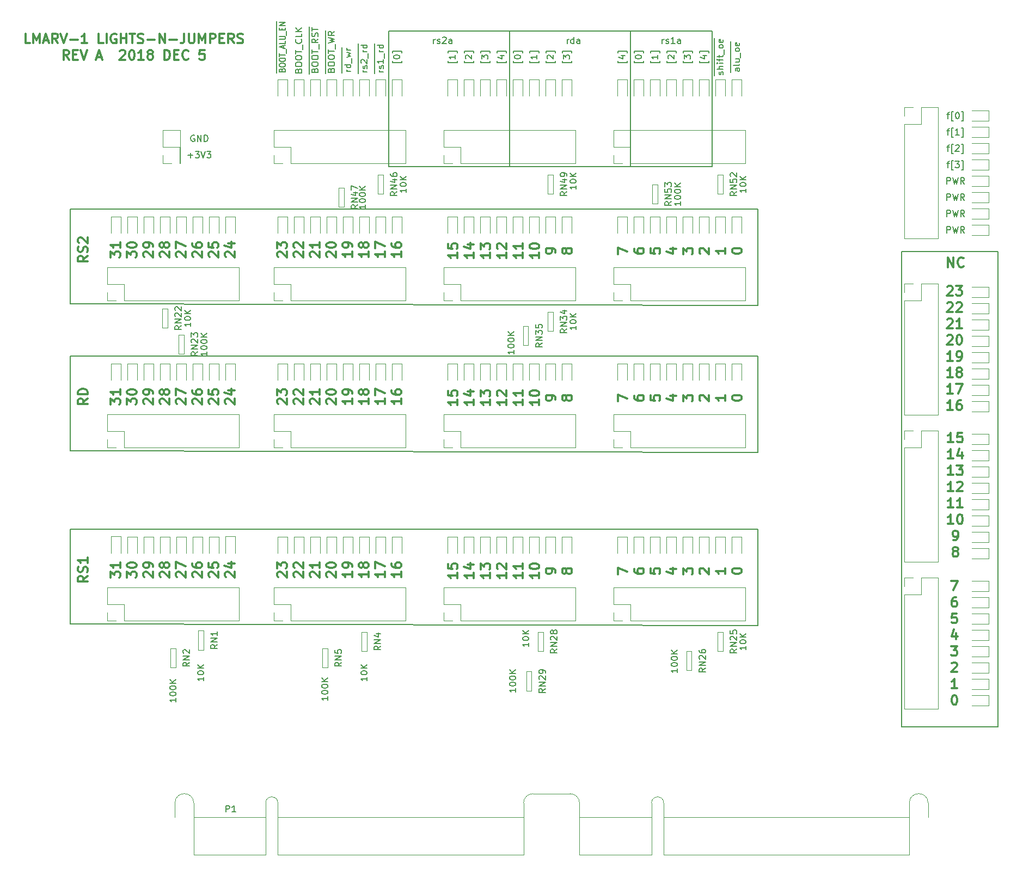
<source format=gbr>
G04 #@! TF.GenerationSoftware,KiCad,Pcbnew,(5.0.1)-4*
G04 #@! TF.CreationDate,2018-12-06T15:24:56-08:00*
G04 #@! TF.ProjectId,lights_n_jumpers,6C69676874735F6E5F6A756D70657273,rev?*
G04 #@! TF.SameCoordinates,Original*
G04 #@! TF.FileFunction,Legend,Top*
G04 #@! TF.FilePolarity,Positive*
%FSLAX46Y46*%
G04 Gerber Fmt 4.6, Leading zero omitted, Abs format (unit mm)*
G04 Created by KiCad (PCBNEW (5.0.1)-4) date 12/6/2018 3:24:56 PM*
%MOMM*%
%LPD*%
G01*
G04 APERTURE LIST*
%ADD10C,0.150000*%
%ADD11C,0.200000*%
%ADD12C,0.300000*%
%ADD13C,0.050000*%
%ADD14C,0.120000*%
G04 APERTURE END LIST*
D10*
X152344380Y-46918476D02*
X152344380Y-47489904D01*
X152344380Y-47204190D02*
X151344380Y-47204190D01*
X151487238Y-47299428D01*
X151582476Y-47394666D01*
X151630095Y-47489904D01*
X151344380Y-46299428D02*
X151344380Y-46204190D01*
X151392000Y-46108952D01*
X151439619Y-46061333D01*
X151534857Y-46013714D01*
X151725333Y-45966095D01*
X151963428Y-45966095D01*
X152153904Y-46013714D01*
X152249142Y-46061333D01*
X152296761Y-46108952D01*
X152344380Y-46204190D01*
X152344380Y-46299428D01*
X152296761Y-46394666D01*
X152249142Y-46442285D01*
X152153904Y-46489904D01*
X151963428Y-46537523D01*
X151725333Y-46537523D01*
X151534857Y-46489904D01*
X151439619Y-46442285D01*
X151392000Y-46394666D01*
X151344380Y-46299428D01*
X152344380Y-45537523D02*
X151344380Y-45537523D01*
X152344380Y-44966095D02*
X151772952Y-45394666D01*
X151344380Y-44966095D02*
X151915809Y-45537523D01*
X178760380Y-47426476D02*
X178760380Y-47997904D01*
X178760380Y-47712190D02*
X177760380Y-47712190D01*
X177903238Y-47807428D01*
X177998476Y-47902666D01*
X178046095Y-47997904D01*
X177760380Y-46807428D02*
X177760380Y-46712190D01*
X177808000Y-46616952D01*
X177855619Y-46569333D01*
X177950857Y-46521714D01*
X178141333Y-46474095D01*
X178379428Y-46474095D01*
X178569904Y-46521714D01*
X178665142Y-46569333D01*
X178712761Y-46616952D01*
X178760380Y-46712190D01*
X178760380Y-46807428D01*
X178712761Y-46902666D01*
X178665142Y-46950285D01*
X178569904Y-46997904D01*
X178379428Y-47045523D01*
X178141333Y-47045523D01*
X177950857Y-46997904D01*
X177855619Y-46950285D01*
X177808000Y-46902666D01*
X177760380Y-46807428D01*
X178760380Y-46045523D02*
X177760380Y-46045523D01*
X178760380Y-45474095D02*
X178188952Y-45902666D01*
X177760380Y-45474095D02*
X178331809Y-46045523D01*
X125928380Y-47426476D02*
X125928380Y-47997904D01*
X125928380Y-47712190D02*
X124928380Y-47712190D01*
X125071238Y-47807428D01*
X125166476Y-47902666D01*
X125214095Y-47997904D01*
X124928380Y-46807428D02*
X124928380Y-46712190D01*
X124976000Y-46616952D01*
X125023619Y-46569333D01*
X125118857Y-46521714D01*
X125309333Y-46474095D01*
X125547428Y-46474095D01*
X125737904Y-46521714D01*
X125833142Y-46569333D01*
X125880761Y-46616952D01*
X125928380Y-46712190D01*
X125928380Y-46807428D01*
X125880761Y-46902666D01*
X125833142Y-46950285D01*
X125737904Y-46997904D01*
X125547428Y-47045523D01*
X125309333Y-47045523D01*
X125118857Y-46997904D01*
X125023619Y-46950285D01*
X124976000Y-46902666D01*
X124928380Y-46807428D01*
X125928380Y-46045523D02*
X124928380Y-46045523D01*
X125928380Y-45474095D02*
X125356952Y-45902666D01*
X124928380Y-45474095D02*
X125499809Y-46045523D01*
X168600380Y-49426666D02*
X168600380Y-49998095D01*
X168600380Y-49712380D02*
X167600380Y-49712380D01*
X167743238Y-49807619D01*
X167838476Y-49902857D01*
X167886095Y-49998095D01*
X167600380Y-48807619D02*
X167600380Y-48712380D01*
X167648000Y-48617142D01*
X167695619Y-48569523D01*
X167790857Y-48521904D01*
X167981333Y-48474285D01*
X168219428Y-48474285D01*
X168409904Y-48521904D01*
X168505142Y-48569523D01*
X168552761Y-48617142D01*
X168600380Y-48712380D01*
X168600380Y-48807619D01*
X168552761Y-48902857D01*
X168505142Y-48950476D01*
X168409904Y-48998095D01*
X168219428Y-49045714D01*
X167981333Y-49045714D01*
X167790857Y-48998095D01*
X167695619Y-48950476D01*
X167648000Y-48902857D01*
X167600380Y-48807619D01*
X167600380Y-47855238D02*
X167600380Y-47760000D01*
X167648000Y-47664761D01*
X167695619Y-47617142D01*
X167790857Y-47569523D01*
X167981333Y-47521904D01*
X168219428Y-47521904D01*
X168409904Y-47569523D01*
X168505142Y-47617142D01*
X168552761Y-47664761D01*
X168600380Y-47760000D01*
X168600380Y-47855238D01*
X168552761Y-47950476D01*
X168505142Y-47998095D01*
X168409904Y-48045714D01*
X168219428Y-48093333D01*
X167981333Y-48093333D01*
X167790857Y-48045714D01*
X167695619Y-47998095D01*
X167648000Y-47950476D01*
X167600380Y-47855238D01*
X168600380Y-47093333D02*
X167600380Y-47093333D01*
X168600380Y-46521904D02*
X168028952Y-46950476D01*
X167600380Y-46521904D02*
X168171809Y-47093333D01*
X119578380Y-49934666D02*
X119578380Y-50506095D01*
X119578380Y-50220380D02*
X118578380Y-50220380D01*
X118721238Y-50315619D01*
X118816476Y-50410857D01*
X118864095Y-50506095D01*
X118578380Y-49315619D02*
X118578380Y-49220380D01*
X118626000Y-49125142D01*
X118673619Y-49077523D01*
X118768857Y-49029904D01*
X118959333Y-48982285D01*
X119197428Y-48982285D01*
X119387904Y-49029904D01*
X119483142Y-49077523D01*
X119530761Y-49125142D01*
X119578380Y-49220380D01*
X119578380Y-49315619D01*
X119530761Y-49410857D01*
X119483142Y-49458476D01*
X119387904Y-49506095D01*
X119197428Y-49553714D01*
X118959333Y-49553714D01*
X118768857Y-49506095D01*
X118673619Y-49458476D01*
X118626000Y-49410857D01*
X118578380Y-49315619D01*
X118578380Y-48363238D02*
X118578380Y-48268000D01*
X118626000Y-48172761D01*
X118673619Y-48125142D01*
X118768857Y-48077523D01*
X118959333Y-48029904D01*
X119197428Y-48029904D01*
X119387904Y-48077523D01*
X119483142Y-48125142D01*
X119530761Y-48172761D01*
X119578380Y-48268000D01*
X119578380Y-48363238D01*
X119530761Y-48458476D01*
X119483142Y-48506095D01*
X119387904Y-48553714D01*
X119197428Y-48601333D01*
X118959333Y-48601333D01*
X118768857Y-48553714D01*
X118673619Y-48506095D01*
X118626000Y-48458476D01*
X118578380Y-48363238D01*
X119578380Y-47601333D02*
X118578380Y-47601333D01*
X119578380Y-47029904D02*
X119006952Y-47458476D01*
X118578380Y-47029904D02*
X119149809Y-47601333D01*
X152344380Y-68762476D02*
X152344380Y-69333904D01*
X152344380Y-69048190D02*
X151344380Y-69048190D01*
X151487238Y-69143428D01*
X151582476Y-69238666D01*
X151630095Y-69333904D01*
X151344380Y-68143428D02*
X151344380Y-68048190D01*
X151392000Y-67952952D01*
X151439619Y-67905333D01*
X151534857Y-67857714D01*
X151725333Y-67810095D01*
X151963428Y-67810095D01*
X152153904Y-67857714D01*
X152249142Y-67905333D01*
X152296761Y-67952952D01*
X152344380Y-68048190D01*
X152344380Y-68143428D01*
X152296761Y-68238666D01*
X152249142Y-68286285D01*
X152153904Y-68333904D01*
X151963428Y-68381523D01*
X151725333Y-68381523D01*
X151534857Y-68333904D01*
X151439619Y-68286285D01*
X151392000Y-68238666D01*
X151344380Y-68143428D01*
X152344380Y-67381523D02*
X151344380Y-67381523D01*
X152344380Y-66810095D02*
X151772952Y-67238666D01*
X151344380Y-66810095D02*
X151915809Y-67381523D01*
X92400380Y-68254476D02*
X92400380Y-68825904D01*
X92400380Y-68540190D02*
X91400380Y-68540190D01*
X91543238Y-68635428D01*
X91638476Y-68730666D01*
X91686095Y-68825904D01*
X91400380Y-67635428D02*
X91400380Y-67540190D01*
X91448000Y-67444952D01*
X91495619Y-67397333D01*
X91590857Y-67349714D01*
X91781333Y-67302095D01*
X92019428Y-67302095D01*
X92209904Y-67349714D01*
X92305142Y-67397333D01*
X92352761Y-67444952D01*
X92400380Y-67540190D01*
X92400380Y-67635428D01*
X92352761Y-67730666D01*
X92305142Y-67778285D01*
X92209904Y-67825904D01*
X92019428Y-67873523D01*
X91781333Y-67873523D01*
X91590857Y-67825904D01*
X91495619Y-67778285D01*
X91448000Y-67730666D01*
X91400380Y-67635428D01*
X92400380Y-66873523D02*
X91400380Y-66873523D01*
X92400380Y-66302095D02*
X91828952Y-66730666D01*
X91400380Y-66302095D02*
X91971809Y-66873523D01*
X94940380Y-72794666D02*
X94940380Y-73366095D01*
X94940380Y-73080380D02*
X93940380Y-73080380D01*
X94083238Y-73175619D01*
X94178476Y-73270857D01*
X94226095Y-73366095D01*
X93940380Y-72175619D02*
X93940380Y-72080380D01*
X93988000Y-71985142D01*
X94035619Y-71937523D01*
X94130857Y-71889904D01*
X94321333Y-71842285D01*
X94559428Y-71842285D01*
X94749904Y-71889904D01*
X94845142Y-71937523D01*
X94892761Y-71985142D01*
X94940380Y-72080380D01*
X94940380Y-72175619D01*
X94892761Y-72270857D01*
X94845142Y-72318476D01*
X94749904Y-72366095D01*
X94559428Y-72413714D01*
X94321333Y-72413714D01*
X94130857Y-72366095D01*
X94035619Y-72318476D01*
X93988000Y-72270857D01*
X93940380Y-72175619D01*
X93940380Y-71223238D02*
X93940380Y-71128000D01*
X93988000Y-71032761D01*
X94035619Y-70985142D01*
X94130857Y-70937523D01*
X94321333Y-70889904D01*
X94559428Y-70889904D01*
X94749904Y-70937523D01*
X94845142Y-70985142D01*
X94892761Y-71032761D01*
X94940380Y-71128000D01*
X94940380Y-71223238D01*
X94892761Y-71318476D01*
X94845142Y-71366095D01*
X94749904Y-71413714D01*
X94559428Y-71461333D01*
X94321333Y-71461333D01*
X94130857Y-71413714D01*
X94035619Y-71366095D01*
X93988000Y-71318476D01*
X93940380Y-71223238D01*
X94940380Y-70461333D02*
X93940380Y-70461333D01*
X94940380Y-69889904D02*
X94368952Y-70318476D01*
X93940380Y-69889904D02*
X94511809Y-70461333D01*
X142692380Y-72540666D02*
X142692380Y-73112095D01*
X142692380Y-72826380D02*
X141692380Y-72826380D01*
X141835238Y-72921619D01*
X141930476Y-73016857D01*
X141978095Y-73112095D01*
X141692380Y-71921619D02*
X141692380Y-71826380D01*
X141740000Y-71731142D01*
X141787619Y-71683523D01*
X141882857Y-71635904D01*
X142073333Y-71588285D01*
X142311428Y-71588285D01*
X142501904Y-71635904D01*
X142597142Y-71683523D01*
X142644761Y-71731142D01*
X142692380Y-71826380D01*
X142692380Y-71921619D01*
X142644761Y-72016857D01*
X142597142Y-72064476D01*
X142501904Y-72112095D01*
X142311428Y-72159714D01*
X142073333Y-72159714D01*
X141882857Y-72112095D01*
X141787619Y-72064476D01*
X141740000Y-72016857D01*
X141692380Y-71921619D01*
X141692380Y-70969238D02*
X141692380Y-70874000D01*
X141740000Y-70778761D01*
X141787619Y-70731142D01*
X141882857Y-70683523D01*
X142073333Y-70635904D01*
X142311428Y-70635904D01*
X142501904Y-70683523D01*
X142597142Y-70731142D01*
X142644761Y-70778761D01*
X142692380Y-70874000D01*
X142692380Y-70969238D01*
X142644761Y-71064476D01*
X142597142Y-71112095D01*
X142501904Y-71159714D01*
X142311428Y-71207333D01*
X142073333Y-71207333D01*
X141882857Y-71159714D01*
X141787619Y-71112095D01*
X141740000Y-71064476D01*
X141692380Y-70969238D01*
X142692380Y-70207333D02*
X141692380Y-70207333D01*
X142692380Y-69635904D02*
X142120952Y-70064476D01*
X141692380Y-69635904D02*
X142263809Y-70207333D01*
X168092380Y-122070666D02*
X168092380Y-122642095D01*
X168092380Y-122356380D02*
X167092380Y-122356380D01*
X167235238Y-122451619D01*
X167330476Y-122546857D01*
X167378095Y-122642095D01*
X167092380Y-121451619D02*
X167092380Y-121356380D01*
X167140000Y-121261142D01*
X167187619Y-121213523D01*
X167282857Y-121165904D01*
X167473333Y-121118285D01*
X167711428Y-121118285D01*
X167901904Y-121165904D01*
X167997142Y-121213523D01*
X168044761Y-121261142D01*
X168092380Y-121356380D01*
X168092380Y-121451619D01*
X168044761Y-121546857D01*
X167997142Y-121594476D01*
X167901904Y-121642095D01*
X167711428Y-121689714D01*
X167473333Y-121689714D01*
X167282857Y-121642095D01*
X167187619Y-121594476D01*
X167140000Y-121546857D01*
X167092380Y-121451619D01*
X167092380Y-120499238D02*
X167092380Y-120404000D01*
X167140000Y-120308761D01*
X167187619Y-120261142D01*
X167282857Y-120213523D01*
X167473333Y-120165904D01*
X167711428Y-120165904D01*
X167901904Y-120213523D01*
X167997142Y-120261142D01*
X168044761Y-120308761D01*
X168092380Y-120404000D01*
X168092380Y-120499238D01*
X168044761Y-120594476D01*
X167997142Y-120642095D01*
X167901904Y-120689714D01*
X167711428Y-120737333D01*
X167473333Y-120737333D01*
X167282857Y-120689714D01*
X167187619Y-120642095D01*
X167140000Y-120594476D01*
X167092380Y-120499238D01*
X168092380Y-119737333D02*
X167092380Y-119737333D01*
X168092380Y-119165904D02*
X167520952Y-119594476D01*
X167092380Y-119165904D02*
X167663809Y-119737333D01*
X178760380Y-118546476D02*
X178760380Y-119117904D01*
X178760380Y-118832190D02*
X177760380Y-118832190D01*
X177903238Y-118927428D01*
X177998476Y-119022666D01*
X178046095Y-119117904D01*
X177760380Y-117927428D02*
X177760380Y-117832190D01*
X177808000Y-117736952D01*
X177855619Y-117689333D01*
X177950857Y-117641714D01*
X178141333Y-117594095D01*
X178379428Y-117594095D01*
X178569904Y-117641714D01*
X178665142Y-117689333D01*
X178712761Y-117736952D01*
X178760380Y-117832190D01*
X178760380Y-117927428D01*
X178712761Y-118022666D01*
X178665142Y-118070285D01*
X178569904Y-118117904D01*
X178379428Y-118165523D01*
X178141333Y-118165523D01*
X177950857Y-118117904D01*
X177855619Y-118070285D01*
X177808000Y-118022666D01*
X177760380Y-117927428D01*
X178760380Y-117165523D02*
X177760380Y-117165523D01*
X178760380Y-116594095D02*
X178188952Y-117022666D01*
X177760380Y-116594095D02*
X178331809Y-117165523D01*
X142946380Y-125118666D02*
X142946380Y-125690095D01*
X142946380Y-125404380D02*
X141946380Y-125404380D01*
X142089238Y-125499619D01*
X142184476Y-125594857D01*
X142232095Y-125690095D01*
X141946380Y-124499619D02*
X141946380Y-124404380D01*
X141994000Y-124309142D01*
X142041619Y-124261523D01*
X142136857Y-124213904D01*
X142327333Y-124166285D01*
X142565428Y-124166285D01*
X142755904Y-124213904D01*
X142851142Y-124261523D01*
X142898761Y-124309142D01*
X142946380Y-124404380D01*
X142946380Y-124499619D01*
X142898761Y-124594857D01*
X142851142Y-124642476D01*
X142755904Y-124690095D01*
X142565428Y-124737714D01*
X142327333Y-124737714D01*
X142136857Y-124690095D01*
X142041619Y-124642476D01*
X141994000Y-124594857D01*
X141946380Y-124499619D01*
X141946380Y-123547238D02*
X141946380Y-123452000D01*
X141994000Y-123356761D01*
X142041619Y-123309142D01*
X142136857Y-123261523D01*
X142327333Y-123213904D01*
X142565428Y-123213904D01*
X142755904Y-123261523D01*
X142851142Y-123309142D01*
X142898761Y-123356761D01*
X142946380Y-123452000D01*
X142946380Y-123547238D01*
X142898761Y-123642476D01*
X142851142Y-123690095D01*
X142755904Y-123737714D01*
X142565428Y-123785333D01*
X142327333Y-123785333D01*
X142136857Y-123737714D01*
X142041619Y-123690095D01*
X141994000Y-123642476D01*
X141946380Y-123547238D01*
X142946380Y-122785333D02*
X141946380Y-122785333D01*
X142946380Y-122213904D02*
X142374952Y-122642476D01*
X141946380Y-122213904D02*
X142517809Y-122785333D01*
X144978380Y-118038476D02*
X144978380Y-118609904D01*
X144978380Y-118324190D02*
X143978380Y-118324190D01*
X144121238Y-118419428D01*
X144216476Y-118514666D01*
X144264095Y-118609904D01*
X143978380Y-117419428D02*
X143978380Y-117324190D01*
X144026000Y-117228952D01*
X144073619Y-117181333D01*
X144168857Y-117133714D01*
X144359333Y-117086095D01*
X144597428Y-117086095D01*
X144787904Y-117133714D01*
X144883142Y-117181333D01*
X144930761Y-117228952D01*
X144978380Y-117324190D01*
X144978380Y-117419428D01*
X144930761Y-117514666D01*
X144883142Y-117562285D01*
X144787904Y-117609904D01*
X144597428Y-117657523D01*
X144359333Y-117657523D01*
X144168857Y-117609904D01*
X144073619Y-117562285D01*
X144026000Y-117514666D01*
X143978380Y-117419428D01*
X144978380Y-116657523D02*
X143978380Y-116657523D01*
X144978380Y-116086095D02*
X144406952Y-116514666D01*
X143978380Y-116086095D02*
X144549809Y-116657523D01*
X113736380Y-126388666D02*
X113736380Y-126960095D01*
X113736380Y-126674380D02*
X112736380Y-126674380D01*
X112879238Y-126769619D01*
X112974476Y-126864857D01*
X113022095Y-126960095D01*
X112736380Y-125769619D02*
X112736380Y-125674380D01*
X112784000Y-125579142D01*
X112831619Y-125531523D01*
X112926857Y-125483904D01*
X113117333Y-125436285D01*
X113355428Y-125436285D01*
X113545904Y-125483904D01*
X113641142Y-125531523D01*
X113688761Y-125579142D01*
X113736380Y-125674380D01*
X113736380Y-125769619D01*
X113688761Y-125864857D01*
X113641142Y-125912476D01*
X113545904Y-125960095D01*
X113355428Y-126007714D01*
X113117333Y-126007714D01*
X112926857Y-125960095D01*
X112831619Y-125912476D01*
X112784000Y-125864857D01*
X112736380Y-125769619D01*
X112736380Y-124817238D02*
X112736380Y-124722000D01*
X112784000Y-124626761D01*
X112831619Y-124579142D01*
X112926857Y-124531523D01*
X113117333Y-124483904D01*
X113355428Y-124483904D01*
X113545904Y-124531523D01*
X113641142Y-124579142D01*
X113688761Y-124626761D01*
X113736380Y-124722000D01*
X113736380Y-124817238D01*
X113688761Y-124912476D01*
X113641142Y-124960095D01*
X113545904Y-125007714D01*
X113355428Y-125055333D01*
X113117333Y-125055333D01*
X112926857Y-125007714D01*
X112831619Y-124960095D01*
X112784000Y-124912476D01*
X112736380Y-124817238D01*
X113736380Y-124055333D02*
X112736380Y-124055333D01*
X113736380Y-123483904D02*
X113164952Y-123912476D01*
X112736380Y-123483904D02*
X113307809Y-124055333D01*
X119832380Y-123372476D02*
X119832380Y-123943904D01*
X119832380Y-123658190D02*
X118832380Y-123658190D01*
X118975238Y-123753428D01*
X119070476Y-123848666D01*
X119118095Y-123943904D01*
X118832380Y-122753428D02*
X118832380Y-122658190D01*
X118880000Y-122562952D01*
X118927619Y-122515333D01*
X119022857Y-122467714D01*
X119213333Y-122420095D01*
X119451428Y-122420095D01*
X119641904Y-122467714D01*
X119737142Y-122515333D01*
X119784761Y-122562952D01*
X119832380Y-122658190D01*
X119832380Y-122753428D01*
X119784761Y-122848666D01*
X119737142Y-122896285D01*
X119641904Y-122943904D01*
X119451428Y-122991523D01*
X119213333Y-122991523D01*
X119022857Y-122943904D01*
X118927619Y-122896285D01*
X118880000Y-122848666D01*
X118832380Y-122753428D01*
X119832380Y-121991523D02*
X118832380Y-121991523D01*
X119832380Y-121420095D02*
X119260952Y-121848666D01*
X118832380Y-121420095D02*
X119403809Y-121991523D01*
X90114380Y-126642666D02*
X90114380Y-127214095D01*
X90114380Y-126928380D02*
X89114380Y-126928380D01*
X89257238Y-127023619D01*
X89352476Y-127118857D01*
X89400095Y-127214095D01*
X89114380Y-126023619D02*
X89114380Y-125928380D01*
X89162000Y-125833142D01*
X89209619Y-125785523D01*
X89304857Y-125737904D01*
X89495333Y-125690285D01*
X89733428Y-125690285D01*
X89923904Y-125737904D01*
X90019142Y-125785523D01*
X90066761Y-125833142D01*
X90114380Y-125928380D01*
X90114380Y-126023619D01*
X90066761Y-126118857D01*
X90019142Y-126166476D01*
X89923904Y-126214095D01*
X89733428Y-126261714D01*
X89495333Y-126261714D01*
X89304857Y-126214095D01*
X89209619Y-126166476D01*
X89162000Y-126118857D01*
X89114380Y-126023619D01*
X89114380Y-125071238D02*
X89114380Y-124976000D01*
X89162000Y-124880761D01*
X89209619Y-124833142D01*
X89304857Y-124785523D01*
X89495333Y-124737904D01*
X89733428Y-124737904D01*
X89923904Y-124785523D01*
X90019142Y-124833142D01*
X90066761Y-124880761D01*
X90114380Y-124976000D01*
X90114380Y-125071238D01*
X90066761Y-125166476D01*
X90019142Y-125214095D01*
X89923904Y-125261714D01*
X89733428Y-125309333D01*
X89495333Y-125309333D01*
X89304857Y-125261714D01*
X89209619Y-125214095D01*
X89162000Y-125166476D01*
X89114380Y-125071238D01*
X90114380Y-124309333D02*
X89114380Y-124309333D01*
X90114380Y-123737904D02*
X89542952Y-124166476D01*
X89114380Y-123737904D02*
X89685809Y-124309333D01*
X94432380Y-123372476D02*
X94432380Y-123943904D01*
X94432380Y-123658190D02*
X93432380Y-123658190D01*
X93575238Y-123753428D01*
X93670476Y-123848666D01*
X93718095Y-123943904D01*
X93432380Y-122753428D02*
X93432380Y-122658190D01*
X93480000Y-122562952D01*
X93527619Y-122515333D01*
X93622857Y-122467714D01*
X93813333Y-122420095D01*
X94051428Y-122420095D01*
X94241904Y-122467714D01*
X94337142Y-122515333D01*
X94384761Y-122562952D01*
X94432380Y-122658190D01*
X94432380Y-122753428D01*
X94384761Y-122848666D01*
X94337142Y-122896285D01*
X94241904Y-122943904D01*
X94051428Y-122991523D01*
X93813333Y-122991523D01*
X93622857Y-122943904D01*
X93527619Y-122896285D01*
X93480000Y-122848666D01*
X93432380Y-122753428D01*
X94432380Y-121991523D02*
X93432380Y-121991523D01*
X94432380Y-121420095D02*
X93860952Y-121848666D01*
X93432380Y-121420095D02*
X94003809Y-121991523D01*
D11*
X123190000Y-43942000D02*
X173482000Y-43942000D01*
D12*
X67387428Y-24803571D02*
X66673142Y-24803571D01*
X66673142Y-23303571D01*
X67887428Y-24803571D02*
X67887428Y-23303571D01*
X68387428Y-24375000D01*
X68887428Y-23303571D01*
X68887428Y-24803571D01*
X69530285Y-24375000D02*
X70244571Y-24375000D01*
X69387428Y-24803571D02*
X69887428Y-23303571D01*
X70387428Y-24803571D01*
X71744571Y-24803571D02*
X71244571Y-24089285D01*
X70887428Y-24803571D02*
X70887428Y-23303571D01*
X71458857Y-23303571D01*
X71601714Y-23375000D01*
X71673142Y-23446428D01*
X71744571Y-23589285D01*
X71744571Y-23803571D01*
X71673142Y-23946428D01*
X71601714Y-24017857D01*
X71458857Y-24089285D01*
X70887428Y-24089285D01*
X72173142Y-23303571D02*
X72673142Y-24803571D01*
X73173142Y-23303571D01*
X73673142Y-24232142D02*
X74816000Y-24232142D01*
X76316000Y-24803571D02*
X75458857Y-24803571D01*
X75887428Y-24803571D02*
X75887428Y-23303571D01*
X75744571Y-23517857D01*
X75601714Y-23660714D01*
X75458857Y-23732142D01*
X78816000Y-24803571D02*
X78101714Y-24803571D01*
X78101714Y-23303571D01*
X79316000Y-24803571D02*
X79316000Y-23303571D01*
X80816000Y-23375000D02*
X80673142Y-23303571D01*
X80458857Y-23303571D01*
X80244571Y-23375000D01*
X80101714Y-23517857D01*
X80030285Y-23660714D01*
X79958857Y-23946428D01*
X79958857Y-24160714D01*
X80030285Y-24446428D01*
X80101714Y-24589285D01*
X80244571Y-24732142D01*
X80458857Y-24803571D01*
X80601714Y-24803571D01*
X80816000Y-24732142D01*
X80887428Y-24660714D01*
X80887428Y-24160714D01*
X80601714Y-24160714D01*
X81530285Y-24803571D02*
X81530285Y-23303571D01*
X81530285Y-24017857D02*
X82387428Y-24017857D01*
X82387428Y-24803571D02*
X82387428Y-23303571D01*
X82887428Y-23303571D02*
X83744571Y-23303571D01*
X83316000Y-24803571D02*
X83316000Y-23303571D01*
X84173142Y-24732142D02*
X84387428Y-24803571D01*
X84744571Y-24803571D01*
X84887428Y-24732142D01*
X84958857Y-24660714D01*
X85030285Y-24517857D01*
X85030285Y-24375000D01*
X84958857Y-24232142D01*
X84887428Y-24160714D01*
X84744571Y-24089285D01*
X84458857Y-24017857D01*
X84316000Y-23946428D01*
X84244571Y-23875000D01*
X84173142Y-23732142D01*
X84173142Y-23589285D01*
X84244571Y-23446428D01*
X84316000Y-23375000D01*
X84458857Y-23303571D01*
X84816000Y-23303571D01*
X85030285Y-23375000D01*
X85673142Y-24232142D02*
X86816000Y-24232142D01*
X87530285Y-24803571D02*
X87530285Y-23303571D01*
X88387428Y-24803571D01*
X88387428Y-23303571D01*
X89101714Y-24232142D02*
X90244571Y-24232142D01*
X91387428Y-23303571D02*
X91387428Y-24375000D01*
X91316000Y-24589285D01*
X91173142Y-24732142D01*
X90958857Y-24803571D01*
X90816000Y-24803571D01*
X92101714Y-23303571D02*
X92101714Y-24517857D01*
X92173142Y-24660714D01*
X92244571Y-24732142D01*
X92387428Y-24803571D01*
X92673142Y-24803571D01*
X92816000Y-24732142D01*
X92887428Y-24660714D01*
X92958857Y-24517857D01*
X92958857Y-23303571D01*
X93673142Y-24803571D02*
X93673142Y-23303571D01*
X94173142Y-24375000D01*
X94673142Y-23303571D01*
X94673142Y-24803571D01*
X95387428Y-24803571D02*
X95387428Y-23303571D01*
X95958857Y-23303571D01*
X96101714Y-23375000D01*
X96173142Y-23446428D01*
X96244571Y-23589285D01*
X96244571Y-23803571D01*
X96173142Y-23946428D01*
X96101714Y-24017857D01*
X95958857Y-24089285D01*
X95387428Y-24089285D01*
X96887428Y-24017857D02*
X97387428Y-24017857D01*
X97601714Y-24803571D02*
X96887428Y-24803571D01*
X96887428Y-23303571D01*
X97601714Y-23303571D01*
X99101714Y-24803571D02*
X98601714Y-24089285D01*
X98244571Y-24803571D02*
X98244571Y-23303571D01*
X98816000Y-23303571D01*
X98958857Y-23375000D01*
X99030285Y-23446428D01*
X99101714Y-23589285D01*
X99101714Y-23803571D01*
X99030285Y-23946428D01*
X98958857Y-24017857D01*
X98816000Y-24089285D01*
X98244571Y-24089285D01*
X99673142Y-24732142D02*
X99887428Y-24803571D01*
X100244571Y-24803571D01*
X100387428Y-24732142D01*
X100458857Y-24660714D01*
X100530285Y-24517857D01*
X100530285Y-24375000D01*
X100458857Y-24232142D01*
X100387428Y-24160714D01*
X100244571Y-24089285D01*
X99958857Y-24017857D01*
X99816000Y-23946428D01*
X99744571Y-23875000D01*
X99673142Y-23732142D01*
X99673142Y-23589285D01*
X99744571Y-23446428D01*
X99816000Y-23375000D01*
X99958857Y-23303571D01*
X100316000Y-23303571D01*
X100530285Y-23375000D01*
X73458857Y-27353571D02*
X72958857Y-26639285D01*
X72601714Y-27353571D02*
X72601714Y-25853571D01*
X73173142Y-25853571D01*
X73316000Y-25925000D01*
X73387428Y-25996428D01*
X73458857Y-26139285D01*
X73458857Y-26353571D01*
X73387428Y-26496428D01*
X73316000Y-26567857D01*
X73173142Y-26639285D01*
X72601714Y-26639285D01*
X74101714Y-26567857D02*
X74601714Y-26567857D01*
X74816000Y-27353571D02*
X74101714Y-27353571D01*
X74101714Y-25853571D01*
X74816000Y-25853571D01*
X75244571Y-25853571D02*
X75744571Y-27353571D01*
X76244571Y-25853571D01*
X77816000Y-26925000D02*
X78530285Y-26925000D01*
X77673142Y-27353571D02*
X78173142Y-25853571D01*
X78673142Y-27353571D01*
X81387428Y-25996428D02*
X81458857Y-25925000D01*
X81601714Y-25853571D01*
X81958857Y-25853571D01*
X82101714Y-25925000D01*
X82173142Y-25996428D01*
X82244571Y-26139285D01*
X82244571Y-26282142D01*
X82173142Y-26496428D01*
X81316000Y-27353571D01*
X82244571Y-27353571D01*
X83173142Y-25853571D02*
X83316000Y-25853571D01*
X83458857Y-25925000D01*
X83530285Y-25996428D01*
X83601714Y-26139285D01*
X83673142Y-26425000D01*
X83673142Y-26782142D01*
X83601714Y-27067857D01*
X83530285Y-27210714D01*
X83458857Y-27282142D01*
X83316000Y-27353571D01*
X83173142Y-27353571D01*
X83030285Y-27282142D01*
X82958857Y-27210714D01*
X82887428Y-27067857D01*
X82816000Y-26782142D01*
X82816000Y-26425000D01*
X82887428Y-26139285D01*
X82958857Y-25996428D01*
X83030285Y-25925000D01*
X83173142Y-25853571D01*
X85101714Y-27353571D02*
X84244571Y-27353571D01*
X84673142Y-27353571D02*
X84673142Y-25853571D01*
X84530285Y-26067857D01*
X84387428Y-26210714D01*
X84244571Y-26282142D01*
X85958857Y-26496428D02*
X85816000Y-26425000D01*
X85744571Y-26353571D01*
X85673142Y-26210714D01*
X85673142Y-26139285D01*
X85744571Y-25996428D01*
X85816000Y-25925000D01*
X85958857Y-25853571D01*
X86244571Y-25853571D01*
X86387428Y-25925000D01*
X86458857Y-25996428D01*
X86530285Y-26139285D01*
X86530285Y-26210714D01*
X86458857Y-26353571D01*
X86387428Y-26425000D01*
X86244571Y-26496428D01*
X85958857Y-26496428D01*
X85816000Y-26567857D01*
X85744571Y-26639285D01*
X85673142Y-26782142D01*
X85673142Y-27067857D01*
X85744571Y-27210714D01*
X85816000Y-27282142D01*
X85958857Y-27353571D01*
X86244571Y-27353571D01*
X86387428Y-27282142D01*
X86458857Y-27210714D01*
X86530285Y-27067857D01*
X86530285Y-26782142D01*
X86458857Y-26639285D01*
X86387428Y-26567857D01*
X86244571Y-26496428D01*
X88316000Y-27353571D02*
X88316000Y-25853571D01*
X88673142Y-25853571D01*
X88887428Y-25925000D01*
X89030285Y-26067857D01*
X89101714Y-26210714D01*
X89173142Y-26496428D01*
X89173142Y-26710714D01*
X89101714Y-26996428D01*
X89030285Y-27139285D01*
X88887428Y-27282142D01*
X88673142Y-27353571D01*
X88316000Y-27353571D01*
X89816000Y-26567857D02*
X90316000Y-26567857D01*
X90530285Y-27353571D02*
X89816000Y-27353571D01*
X89816000Y-25853571D01*
X90530285Y-25853571D01*
X92030285Y-27210714D02*
X91958857Y-27282142D01*
X91744571Y-27353571D01*
X91601714Y-27353571D01*
X91387428Y-27282142D01*
X91244571Y-27139285D01*
X91173142Y-26996428D01*
X91101714Y-26710714D01*
X91101714Y-26496428D01*
X91173142Y-26210714D01*
X91244571Y-26067857D01*
X91387428Y-25925000D01*
X91601714Y-25853571D01*
X91744571Y-25853571D01*
X91958857Y-25925000D01*
X92030285Y-25996428D01*
X94530285Y-25853571D02*
X93816000Y-25853571D01*
X93744571Y-26567857D01*
X93816000Y-26496428D01*
X93958857Y-26425000D01*
X94316000Y-26425000D01*
X94458857Y-26496428D01*
X94530285Y-26567857D01*
X94601714Y-26710714D01*
X94601714Y-27067857D01*
X94530285Y-27210714D01*
X94458857Y-27282142D01*
X94316000Y-27353571D01*
X93958857Y-27353571D01*
X93816000Y-27282142D01*
X93744571Y-27210714D01*
D10*
X92964095Y-39124000D02*
X92868857Y-39076380D01*
X92726000Y-39076380D01*
X92583142Y-39124000D01*
X92487904Y-39219238D01*
X92440285Y-39314476D01*
X92392666Y-39504952D01*
X92392666Y-39647809D01*
X92440285Y-39838285D01*
X92487904Y-39933523D01*
X92583142Y-40028761D01*
X92726000Y-40076380D01*
X92821238Y-40076380D01*
X92964095Y-40028761D01*
X93011714Y-39981142D01*
X93011714Y-39647809D01*
X92821238Y-39647809D01*
X93440285Y-40076380D02*
X93440285Y-39076380D01*
X94011714Y-40076380D01*
X94011714Y-39076380D01*
X94487904Y-40076380D02*
X94487904Y-39076380D01*
X94726000Y-39076380D01*
X94868857Y-39124000D01*
X94964095Y-39219238D01*
X95011714Y-39314476D01*
X95059333Y-39504952D01*
X95059333Y-39647809D01*
X95011714Y-39838285D01*
X94964095Y-39933523D01*
X94868857Y-40028761D01*
X94726000Y-40076380D01*
X94487904Y-40076380D01*
X91964095Y-42235428D02*
X92726000Y-42235428D01*
X92345047Y-42616380D02*
X92345047Y-41854476D01*
X93106952Y-41616380D02*
X93726000Y-41616380D01*
X93392666Y-41997333D01*
X93535523Y-41997333D01*
X93630761Y-42044952D01*
X93678380Y-42092571D01*
X93726000Y-42187809D01*
X93726000Y-42425904D01*
X93678380Y-42521142D01*
X93630761Y-42568761D01*
X93535523Y-42616380D01*
X93249809Y-42616380D01*
X93154571Y-42568761D01*
X93106952Y-42521142D01*
X94011714Y-41616380D02*
X94345047Y-42616380D01*
X94678380Y-41616380D01*
X94916476Y-41616380D02*
X95535523Y-41616380D01*
X95202190Y-41997333D01*
X95345047Y-41997333D01*
X95440285Y-42044952D01*
X95487904Y-42092571D01*
X95535523Y-42187809D01*
X95535523Y-42425904D01*
X95487904Y-42521142D01*
X95440285Y-42568761D01*
X95345047Y-42616380D01*
X95059333Y-42616380D01*
X94964095Y-42568761D01*
X94916476Y-42521142D01*
D11*
X202946000Y-131064000D02*
X202946000Y-57150000D01*
X217932000Y-131064000D02*
X202946000Y-131064000D01*
X217932000Y-57150000D02*
X217932000Y-131064000D01*
X202946000Y-57150000D02*
X217932000Y-57150000D01*
X73660000Y-115062000D02*
X73660000Y-100330000D01*
X180594000Y-115316000D02*
X73660000Y-115062000D01*
X73660000Y-100330000D02*
X180594000Y-100330000D01*
X180594000Y-100330000D02*
X180594000Y-115316000D01*
X180594000Y-73406000D02*
X180594000Y-88392000D01*
X73660000Y-73406000D02*
X180594000Y-73406000D01*
X73660000Y-88138000D02*
X73660000Y-73406000D01*
X180594000Y-88392000D02*
X73660000Y-88138000D01*
X180594000Y-65532000D02*
X73660000Y-65278000D01*
X180594000Y-50546000D02*
X180594000Y-65532000D01*
X73660000Y-50546000D02*
X180594000Y-50546000D01*
X73660000Y-65278000D02*
X73660000Y-50546000D01*
X123190000Y-22860000D02*
X123190000Y-43942000D01*
X141986000Y-22860000D02*
X123190000Y-22860000D01*
X141986000Y-22860000D02*
X141986000Y-43942000D01*
X160782000Y-22860000D02*
X141986000Y-22860000D01*
X173482000Y-22860000D02*
X173482000Y-43942000D01*
X160782000Y-22860000D02*
X173482000Y-22860000D01*
X160782000Y-43942000D02*
X160782000Y-22860000D01*
D10*
X209994666Y-54300380D02*
X209994666Y-53300380D01*
X210375619Y-53300380D01*
X210470857Y-53348000D01*
X210518476Y-53395619D01*
X210566095Y-53490857D01*
X210566095Y-53633714D01*
X210518476Y-53728952D01*
X210470857Y-53776571D01*
X210375619Y-53824190D01*
X209994666Y-53824190D01*
X210899428Y-53300380D02*
X211137523Y-54300380D01*
X211328000Y-53586095D01*
X211518476Y-54300380D01*
X211756571Y-53300380D01*
X212708952Y-54300380D02*
X212375619Y-53824190D01*
X212137523Y-54300380D02*
X212137523Y-53300380D01*
X212518476Y-53300380D01*
X212613714Y-53348000D01*
X212661333Y-53395619D01*
X212708952Y-53490857D01*
X212708952Y-53633714D01*
X212661333Y-53728952D01*
X212613714Y-53776571D01*
X212518476Y-53824190D01*
X212137523Y-53824190D01*
X209994666Y-51760380D02*
X209994666Y-50760380D01*
X210375619Y-50760380D01*
X210470857Y-50808000D01*
X210518476Y-50855619D01*
X210566095Y-50950857D01*
X210566095Y-51093714D01*
X210518476Y-51188952D01*
X210470857Y-51236571D01*
X210375619Y-51284190D01*
X209994666Y-51284190D01*
X210899428Y-50760380D02*
X211137523Y-51760380D01*
X211328000Y-51046095D01*
X211518476Y-51760380D01*
X211756571Y-50760380D01*
X212708952Y-51760380D02*
X212375619Y-51284190D01*
X212137523Y-51760380D02*
X212137523Y-50760380D01*
X212518476Y-50760380D01*
X212613714Y-50808000D01*
X212661333Y-50855619D01*
X212708952Y-50950857D01*
X212708952Y-51093714D01*
X212661333Y-51188952D01*
X212613714Y-51236571D01*
X212518476Y-51284190D01*
X212137523Y-51284190D01*
X209994666Y-49220380D02*
X209994666Y-48220380D01*
X210375619Y-48220380D01*
X210470857Y-48268000D01*
X210518476Y-48315619D01*
X210566095Y-48410857D01*
X210566095Y-48553714D01*
X210518476Y-48648952D01*
X210470857Y-48696571D01*
X210375619Y-48744190D01*
X209994666Y-48744190D01*
X210899428Y-48220380D02*
X211137523Y-49220380D01*
X211328000Y-48506095D01*
X211518476Y-49220380D01*
X211756571Y-48220380D01*
X212708952Y-49220380D02*
X212375619Y-48744190D01*
X212137523Y-49220380D02*
X212137523Y-48220380D01*
X212518476Y-48220380D01*
X212613714Y-48268000D01*
X212661333Y-48315619D01*
X212708952Y-48410857D01*
X212708952Y-48553714D01*
X212661333Y-48648952D01*
X212613714Y-48696571D01*
X212518476Y-48744190D01*
X212137523Y-48744190D01*
X209994666Y-46680380D02*
X209994666Y-45680380D01*
X210375619Y-45680380D01*
X210470857Y-45728000D01*
X210518476Y-45775619D01*
X210566095Y-45870857D01*
X210566095Y-46013714D01*
X210518476Y-46108952D01*
X210470857Y-46156571D01*
X210375619Y-46204190D01*
X209994666Y-46204190D01*
X210899428Y-45680380D02*
X211137523Y-46680380D01*
X211328000Y-45966095D01*
X211518476Y-46680380D01*
X211756571Y-45680380D01*
X212708952Y-46680380D02*
X212375619Y-46204190D01*
X212137523Y-46680380D02*
X212137523Y-45680380D01*
X212518476Y-45680380D01*
X212613714Y-45728000D01*
X212661333Y-45775619D01*
X212708952Y-45870857D01*
X212708952Y-46013714D01*
X212661333Y-46108952D01*
X212613714Y-46156571D01*
X212518476Y-46204190D01*
X212137523Y-46204190D01*
X209994666Y-43473714D02*
X210375619Y-43473714D01*
X210137523Y-44140380D02*
X210137523Y-43283238D01*
X210185142Y-43188000D01*
X210280380Y-43140380D01*
X210375619Y-43140380D01*
X210994666Y-44473714D02*
X210756571Y-44473714D01*
X210756571Y-43045142D01*
X210994666Y-43045142D01*
X211280380Y-43140380D02*
X211899428Y-43140380D01*
X211566095Y-43521333D01*
X211708952Y-43521333D01*
X211804190Y-43568952D01*
X211851809Y-43616571D01*
X211899428Y-43711809D01*
X211899428Y-43949904D01*
X211851809Y-44045142D01*
X211804190Y-44092761D01*
X211708952Y-44140380D01*
X211423238Y-44140380D01*
X211328000Y-44092761D01*
X211280380Y-44045142D01*
X212232761Y-44473714D02*
X212470857Y-44473714D01*
X212470857Y-43045142D01*
X212232761Y-43045142D01*
X209994666Y-40933714D02*
X210375619Y-40933714D01*
X210137523Y-41600380D02*
X210137523Y-40743238D01*
X210185142Y-40648000D01*
X210280380Y-40600380D01*
X210375619Y-40600380D01*
X210994666Y-41933714D02*
X210756571Y-41933714D01*
X210756571Y-40505142D01*
X210994666Y-40505142D01*
X211328000Y-40695619D02*
X211375619Y-40648000D01*
X211470857Y-40600380D01*
X211708952Y-40600380D01*
X211804190Y-40648000D01*
X211851809Y-40695619D01*
X211899428Y-40790857D01*
X211899428Y-40886095D01*
X211851809Y-41028952D01*
X211280380Y-41600380D01*
X211899428Y-41600380D01*
X212232761Y-41933714D02*
X212470857Y-41933714D01*
X212470857Y-40505142D01*
X212232761Y-40505142D01*
X209994666Y-38393714D02*
X210375619Y-38393714D01*
X210137523Y-39060380D02*
X210137523Y-38203238D01*
X210185142Y-38108000D01*
X210280380Y-38060380D01*
X210375619Y-38060380D01*
X210994666Y-39393714D02*
X210756571Y-39393714D01*
X210756571Y-37965142D01*
X210994666Y-37965142D01*
X211899428Y-39060380D02*
X211328000Y-39060380D01*
X211613714Y-39060380D02*
X211613714Y-38060380D01*
X211518476Y-38203238D01*
X211423238Y-38298476D01*
X211328000Y-38346095D01*
X212232761Y-39393714D02*
X212470857Y-39393714D01*
X212470857Y-37965142D01*
X212232761Y-37965142D01*
X209994666Y-35853714D02*
X210375619Y-35853714D01*
X210137523Y-36520380D02*
X210137523Y-35663238D01*
X210185142Y-35568000D01*
X210280380Y-35520380D01*
X210375619Y-35520380D01*
X210994666Y-36853714D02*
X210756571Y-36853714D01*
X210756571Y-35425142D01*
X210994666Y-35425142D01*
X211566095Y-35520380D02*
X211661333Y-35520380D01*
X211756571Y-35568000D01*
X211804190Y-35615619D01*
X211851809Y-35710857D01*
X211899428Y-35901333D01*
X211899428Y-36139428D01*
X211851809Y-36329904D01*
X211804190Y-36425142D01*
X211756571Y-36472761D01*
X211661333Y-36520380D01*
X211566095Y-36520380D01*
X211470857Y-36472761D01*
X211423238Y-36425142D01*
X211375619Y-36329904D01*
X211328000Y-36139428D01*
X211328000Y-35901333D01*
X211375619Y-35710857D01*
X211423238Y-35615619D01*
X211470857Y-35568000D01*
X211566095Y-35520380D01*
X212232761Y-36853714D02*
X212470857Y-36853714D01*
X212470857Y-35425142D01*
X212232761Y-35425142D01*
X176377000Y-29352571D02*
X176377000Y-28447809D01*
X177744380Y-28685904D02*
X177220571Y-28685904D01*
X177125333Y-28733523D01*
X177077714Y-28828761D01*
X177077714Y-29019238D01*
X177125333Y-29114476D01*
X177696761Y-28685904D02*
X177744380Y-28781142D01*
X177744380Y-29019238D01*
X177696761Y-29114476D01*
X177601523Y-29162095D01*
X177506285Y-29162095D01*
X177411047Y-29114476D01*
X177363428Y-29019238D01*
X177363428Y-28781142D01*
X177315809Y-28685904D01*
X176377000Y-28447809D02*
X176377000Y-27924000D01*
X177744380Y-28066857D02*
X177696761Y-28162095D01*
X177601523Y-28209714D01*
X176744380Y-28209714D01*
X176377000Y-27924000D02*
X176377000Y-27019238D01*
X177077714Y-27257333D02*
X177744380Y-27257333D01*
X177077714Y-27685904D02*
X177601523Y-27685904D01*
X177696761Y-27638285D01*
X177744380Y-27543047D01*
X177744380Y-27400190D01*
X177696761Y-27304952D01*
X177649142Y-27257333D01*
X176377000Y-27019238D02*
X176377000Y-26257333D01*
X177839619Y-27019238D02*
X177839619Y-26257333D01*
X176377000Y-26257333D02*
X176377000Y-25352571D01*
X177744380Y-25876380D02*
X177696761Y-25971619D01*
X177649142Y-26019238D01*
X177553904Y-26066857D01*
X177268190Y-26066857D01*
X177172952Y-26019238D01*
X177125333Y-25971619D01*
X177077714Y-25876380D01*
X177077714Y-25733523D01*
X177125333Y-25638285D01*
X177172952Y-25590666D01*
X177268190Y-25543047D01*
X177553904Y-25543047D01*
X177649142Y-25590666D01*
X177696761Y-25638285D01*
X177744380Y-25733523D01*
X177744380Y-25876380D01*
X176377000Y-25352571D02*
X176377000Y-24495428D01*
X177696761Y-24733523D02*
X177744380Y-24828761D01*
X177744380Y-25019238D01*
X177696761Y-25114476D01*
X177601523Y-25162095D01*
X177220571Y-25162095D01*
X177125333Y-25114476D01*
X177077714Y-25019238D01*
X177077714Y-24828761D01*
X177125333Y-24733523D01*
X177220571Y-24685904D01*
X177315809Y-24685904D01*
X177411047Y-25162095D01*
X173837000Y-29852571D02*
X173837000Y-29043047D01*
X175156761Y-29662095D02*
X175204380Y-29566857D01*
X175204380Y-29376380D01*
X175156761Y-29281142D01*
X175061523Y-29233523D01*
X175013904Y-29233523D01*
X174918666Y-29281142D01*
X174871047Y-29376380D01*
X174871047Y-29519238D01*
X174823428Y-29614476D01*
X174728190Y-29662095D01*
X174680571Y-29662095D01*
X174585333Y-29614476D01*
X174537714Y-29519238D01*
X174537714Y-29376380D01*
X174585333Y-29281142D01*
X173837000Y-29043047D02*
X173837000Y-28138285D01*
X175204380Y-28804952D02*
X174204380Y-28804952D01*
X175204380Y-28376380D02*
X174680571Y-28376380D01*
X174585333Y-28424000D01*
X174537714Y-28519238D01*
X174537714Y-28662095D01*
X174585333Y-28757333D01*
X174632952Y-28804952D01*
X173837000Y-28138285D02*
X173837000Y-27662095D01*
X175204380Y-27900190D02*
X174537714Y-27900190D01*
X174204380Y-27900190D02*
X174252000Y-27947809D01*
X174299619Y-27900190D01*
X174252000Y-27852571D01*
X174204380Y-27900190D01*
X174299619Y-27900190D01*
X173837000Y-27662095D02*
X173837000Y-27090666D01*
X174537714Y-27566857D02*
X174537714Y-27185904D01*
X175204380Y-27424000D02*
X174347238Y-27424000D01*
X174252000Y-27376380D01*
X174204380Y-27281142D01*
X174204380Y-27185904D01*
X173837000Y-27090666D02*
X173837000Y-26519238D01*
X174537714Y-26995428D02*
X174537714Y-26614476D01*
X174204380Y-26852571D02*
X175061523Y-26852571D01*
X175156761Y-26804952D01*
X175204380Y-26709714D01*
X175204380Y-26614476D01*
X173837000Y-26519238D02*
X173837000Y-25757333D01*
X175299619Y-26519238D02*
X175299619Y-25757333D01*
X173837000Y-25757333D02*
X173837000Y-24852571D01*
X175204380Y-25376380D02*
X175156761Y-25471619D01*
X175109142Y-25519238D01*
X175013904Y-25566857D01*
X174728190Y-25566857D01*
X174632952Y-25519238D01*
X174585333Y-25471619D01*
X174537714Y-25376380D01*
X174537714Y-25233523D01*
X174585333Y-25138285D01*
X174632952Y-25090666D01*
X174728190Y-25043047D01*
X175013904Y-25043047D01*
X175109142Y-25090666D01*
X175156761Y-25138285D01*
X175204380Y-25233523D01*
X175204380Y-25376380D01*
X173837000Y-24852571D02*
X173837000Y-23995428D01*
X175156761Y-24233523D02*
X175204380Y-24328761D01*
X175204380Y-24519238D01*
X175156761Y-24614476D01*
X175061523Y-24662095D01*
X174680571Y-24662095D01*
X174585333Y-24614476D01*
X174537714Y-24519238D01*
X174537714Y-24328761D01*
X174585333Y-24233523D01*
X174680571Y-24185904D01*
X174775809Y-24185904D01*
X174871047Y-24662095D01*
X165727238Y-24836380D02*
X165727238Y-24169714D01*
X165727238Y-24360190D02*
X165774857Y-24264952D01*
X165822476Y-24217333D01*
X165917714Y-24169714D01*
X166012952Y-24169714D01*
X166298666Y-24788761D02*
X166393904Y-24836380D01*
X166584380Y-24836380D01*
X166679619Y-24788761D01*
X166727238Y-24693523D01*
X166727238Y-24645904D01*
X166679619Y-24550666D01*
X166584380Y-24503047D01*
X166441523Y-24503047D01*
X166346285Y-24455428D01*
X166298666Y-24360190D01*
X166298666Y-24312571D01*
X166346285Y-24217333D01*
X166441523Y-24169714D01*
X166584380Y-24169714D01*
X166679619Y-24217333D01*
X167679619Y-24836380D02*
X167108190Y-24836380D01*
X167393904Y-24836380D02*
X167393904Y-23836380D01*
X167298666Y-23979238D01*
X167203428Y-24074476D01*
X167108190Y-24122095D01*
X168536761Y-24836380D02*
X168536761Y-24312571D01*
X168489142Y-24217333D01*
X168393904Y-24169714D01*
X168203428Y-24169714D01*
X168108190Y-24217333D01*
X168536761Y-24788761D02*
X168441523Y-24836380D01*
X168203428Y-24836380D01*
X168108190Y-24788761D01*
X168060571Y-24693523D01*
X168060571Y-24598285D01*
X168108190Y-24503047D01*
X168203428Y-24455428D01*
X168441523Y-24455428D01*
X168536761Y-24407809D01*
X150915809Y-24836380D02*
X150915809Y-24169714D01*
X150915809Y-24360190D02*
X150963428Y-24264952D01*
X151011047Y-24217333D01*
X151106285Y-24169714D01*
X151201523Y-24169714D01*
X151963428Y-24836380D02*
X151963428Y-23836380D01*
X151963428Y-24788761D02*
X151868190Y-24836380D01*
X151677714Y-24836380D01*
X151582476Y-24788761D01*
X151534857Y-24741142D01*
X151487238Y-24645904D01*
X151487238Y-24360190D01*
X151534857Y-24264952D01*
X151582476Y-24217333D01*
X151677714Y-24169714D01*
X151868190Y-24169714D01*
X151963428Y-24217333D01*
X152868190Y-24836380D02*
X152868190Y-24312571D01*
X152820571Y-24217333D01*
X152725333Y-24169714D01*
X152534857Y-24169714D01*
X152439619Y-24217333D01*
X152868190Y-24788761D02*
X152772952Y-24836380D01*
X152534857Y-24836380D01*
X152439619Y-24788761D01*
X152392000Y-24693523D01*
X152392000Y-24598285D01*
X152439619Y-24503047D01*
X152534857Y-24455428D01*
X152772952Y-24455428D01*
X152868190Y-24407809D01*
X172997714Y-27543047D02*
X172997714Y-27781142D01*
X171569142Y-27781142D01*
X171569142Y-27543047D01*
X171997714Y-26733523D02*
X172664380Y-26733523D01*
X171616761Y-26971619D02*
X172331047Y-27209714D01*
X172331047Y-26590666D01*
X172997714Y-26304952D02*
X172997714Y-26066857D01*
X171569142Y-26066857D01*
X171569142Y-26304952D01*
X165377714Y-27543047D02*
X165377714Y-27781142D01*
X163949142Y-27781142D01*
X163949142Y-27543047D01*
X165044380Y-26638285D02*
X165044380Y-27209714D01*
X165044380Y-26924000D02*
X164044380Y-26924000D01*
X164187238Y-27019238D01*
X164282476Y-27114476D01*
X164330095Y-27209714D01*
X165377714Y-26304952D02*
X165377714Y-26066857D01*
X163949142Y-26066857D01*
X163949142Y-26304952D01*
X162837714Y-27543047D02*
X162837714Y-27781142D01*
X161409142Y-27781142D01*
X161409142Y-27543047D01*
X161504380Y-26971619D02*
X161504380Y-26876380D01*
X161552000Y-26781142D01*
X161599619Y-26733523D01*
X161694857Y-26685904D01*
X161885333Y-26638285D01*
X162123428Y-26638285D01*
X162313904Y-26685904D01*
X162409142Y-26733523D01*
X162456761Y-26781142D01*
X162504380Y-26876380D01*
X162504380Y-26971619D01*
X162456761Y-27066857D01*
X162409142Y-27114476D01*
X162313904Y-27162095D01*
X162123428Y-27209714D01*
X161885333Y-27209714D01*
X161694857Y-27162095D01*
X161599619Y-27114476D01*
X161552000Y-27066857D01*
X161504380Y-26971619D01*
X162837714Y-26304952D02*
X162837714Y-26066857D01*
X161409142Y-26066857D01*
X161409142Y-26304952D01*
X167917714Y-27543047D02*
X167917714Y-27781142D01*
X166489142Y-27781142D01*
X166489142Y-27543047D01*
X166679619Y-27209714D02*
X166632000Y-27162095D01*
X166584380Y-27066857D01*
X166584380Y-26828761D01*
X166632000Y-26733523D01*
X166679619Y-26685904D01*
X166774857Y-26638285D01*
X166870095Y-26638285D01*
X167012952Y-26685904D01*
X167584380Y-27257333D01*
X167584380Y-26638285D01*
X167917714Y-26304952D02*
X167917714Y-26066857D01*
X166489142Y-26066857D01*
X166489142Y-26304952D01*
X170457714Y-27543047D02*
X170457714Y-27781142D01*
X169029142Y-27781142D01*
X169029142Y-27543047D01*
X169124380Y-27257333D02*
X169124380Y-26638285D01*
X169505333Y-26971619D01*
X169505333Y-26828761D01*
X169552952Y-26733523D01*
X169600571Y-26685904D01*
X169695809Y-26638285D01*
X169933904Y-26638285D01*
X170029142Y-26685904D01*
X170076761Y-26733523D01*
X170124380Y-26828761D01*
X170124380Y-27114476D01*
X170076761Y-27209714D01*
X170029142Y-27257333D01*
X170457714Y-26304952D02*
X170457714Y-26066857D01*
X169029142Y-26066857D01*
X169029142Y-26304952D01*
X160297714Y-27543047D02*
X160297714Y-27781142D01*
X158869142Y-27781142D01*
X158869142Y-27543047D01*
X159297714Y-26733523D02*
X159964380Y-26733523D01*
X158916761Y-26971619D02*
X159631047Y-27209714D01*
X159631047Y-26590666D01*
X160297714Y-26304952D02*
X160297714Y-26066857D01*
X158869142Y-26066857D01*
X158869142Y-26304952D01*
X144041714Y-27543047D02*
X144041714Y-27781142D01*
X142613142Y-27781142D01*
X142613142Y-27543047D01*
X142708380Y-26971619D02*
X142708380Y-26876380D01*
X142756000Y-26781142D01*
X142803619Y-26733523D01*
X142898857Y-26685904D01*
X143089333Y-26638285D01*
X143327428Y-26638285D01*
X143517904Y-26685904D01*
X143613142Y-26733523D01*
X143660761Y-26781142D01*
X143708380Y-26876380D01*
X143708380Y-26971619D01*
X143660761Y-27066857D01*
X143613142Y-27114476D01*
X143517904Y-27162095D01*
X143327428Y-27209714D01*
X143089333Y-27209714D01*
X142898857Y-27162095D01*
X142803619Y-27114476D01*
X142756000Y-27066857D01*
X142708380Y-26971619D01*
X144041714Y-26304952D02*
X144041714Y-26066857D01*
X142613142Y-26066857D01*
X142613142Y-26304952D01*
X151661714Y-27543047D02*
X151661714Y-27781142D01*
X150233142Y-27781142D01*
X150233142Y-27543047D01*
X150328380Y-27257333D02*
X150328380Y-26638285D01*
X150709333Y-26971619D01*
X150709333Y-26828761D01*
X150756952Y-26733523D01*
X150804571Y-26685904D01*
X150899809Y-26638285D01*
X151137904Y-26638285D01*
X151233142Y-26685904D01*
X151280761Y-26733523D01*
X151328380Y-26828761D01*
X151328380Y-27114476D01*
X151280761Y-27209714D01*
X151233142Y-27257333D01*
X151661714Y-26304952D02*
X151661714Y-26066857D01*
X150233142Y-26066857D01*
X150233142Y-26304952D01*
X149121714Y-27543047D02*
X149121714Y-27781142D01*
X147693142Y-27781142D01*
X147693142Y-27543047D01*
X147883619Y-27209714D02*
X147836000Y-27162095D01*
X147788380Y-27066857D01*
X147788380Y-26828761D01*
X147836000Y-26733523D01*
X147883619Y-26685904D01*
X147978857Y-26638285D01*
X148074095Y-26638285D01*
X148216952Y-26685904D01*
X148788380Y-27257333D01*
X148788380Y-26638285D01*
X149121714Y-26304952D02*
X149121714Y-26066857D01*
X147693142Y-26066857D01*
X147693142Y-26304952D01*
X146581714Y-27543047D02*
X146581714Y-27781142D01*
X145153142Y-27781142D01*
X145153142Y-27543047D01*
X146248380Y-26638285D02*
X146248380Y-27209714D01*
X146248380Y-26924000D02*
X145248380Y-26924000D01*
X145391238Y-27019238D01*
X145486476Y-27114476D01*
X145534095Y-27209714D01*
X146581714Y-26304952D02*
X146581714Y-26066857D01*
X145153142Y-26066857D01*
X145153142Y-26304952D01*
X130167238Y-24836380D02*
X130167238Y-24169714D01*
X130167238Y-24360190D02*
X130214857Y-24264952D01*
X130262476Y-24217333D01*
X130357714Y-24169714D01*
X130452952Y-24169714D01*
X130738666Y-24788761D02*
X130833904Y-24836380D01*
X131024380Y-24836380D01*
X131119619Y-24788761D01*
X131167238Y-24693523D01*
X131167238Y-24645904D01*
X131119619Y-24550666D01*
X131024380Y-24503047D01*
X130881523Y-24503047D01*
X130786285Y-24455428D01*
X130738666Y-24360190D01*
X130738666Y-24312571D01*
X130786285Y-24217333D01*
X130881523Y-24169714D01*
X131024380Y-24169714D01*
X131119619Y-24217333D01*
X131548190Y-23931619D02*
X131595809Y-23884000D01*
X131691047Y-23836380D01*
X131929142Y-23836380D01*
X132024380Y-23884000D01*
X132072000Y-23931619D01*
X132119619Y-24026857D01*
X132119619Y-24122095D01*
X132072000Y-24264952D01*
X131500571Y-24836380D01*
X132119619Y-24836380D01*
X132976761Y-24836380D02*
X132976761Y-24312571D01*
X132929142Y-24217333D01*
X132833904Y-24169714D01*
X132643428Y-24169714D01*
X132548190Y-24217333D01*
X132976761Y-24788761D02*
X132881523Y-24836380D01*
X132643428Y-24836380D01*
X132548190Y-24788761D01*
X132500571Y-24693523D01*
X132500571Y-24598285D01*
X132548190Y-24503047D01*
X132643428Y-24455428D01*
X132881523Y-24455428D01*
X132976761Y-24407809D01*
X141501714Y-27543047D02*
X141501714Y-27781142D01*
X140073142Y-27781142D01*
X140073142Y-27543047D01*
X140501714Y-26733523D02*
X141168380Y-26733523D01*
X140120761Y-26971619D02*
X140835047Y-27209714D01*
X140835047Y-26590666D01*
X141501714Y-26304952D02*
X141501714Y-26066857D01*
X140073142Y-26066857D01*
X140073142Y-26304952D01*
X138961714Y-27543047D02*
X138961714Y-27781142D01*
X137533142Y-27781142D01*
X137533142Y-27543047D01*
X137628380Y-27257333D02*
X137628380Y-26638285D01*
X138009333Y-26971619D01*
X138009333Y-26828761D01*
X138056952Y-26733523D01*
X138104571Y-26685904D01*
X138199809Y-26638285D01*
X138437904Y-26638285D01*
X138533142Y-26685904D01*
X138580761Y-26733523D01*
X138628380Y-26828761D01*
X138628380Y-27114476D01*
X138580761Y-27209714D01*
X138533142Y-27257333D01*
X138961714Y-26304952D02*
X138961714Y-26066857D01*
X137533142Y-26066857D01*
X137533142Y-26304952D01*
X136421714Y-27543047D02*
X136421714Y-27781142D01*
X134993142Y-27781142D01*
X134993142Y-27543047D01*
X135183619Y-27209714D02*
X135136000Y-27162095D01*
X135088380Y-27066857D01*
X135088380Y-26828761D01*
X135136000Y-26733523D01*
X135183619Y-26685904D01*
X135278857Y-26638285D01*
X135374095Y-26638285D01*
X135516952Y-26685904D01*
X136088380Y-27257333D01*
X136088380Y-26638285D01*
X136421714Y-26304952D02*
X136421714Y-26066857D01*
X134993142Y-26066857D01*
X134993142Y-26304952D01*
X133881714Y-27543047D02*
X133881714Y-27781142D01*
X132453142Y-27781142D01*
X132453142Y-27543047D01*
X133548380Y-26638285D02*
X133548380Y-27209714D01*
X133548380Y-26924000D02*
X132548380Y-26924000D01*
X132691238Y-27019238D01*
X132786476Y-27114476D01*
X132834095Y-27209714D01*
X133881714Y-26304952D02*
X133881714Y-26066857D01*
X132453142Y-26066857D01*
X132453142Y-26304952D01*
X125245714Y-27543047D02*
X125245714Y-27781142D01*
X123817142Y-27781142D01*
X123817142Y-27543047D01*
X123912380Y-26971619D02*
X123912380Y-26876380D01*
X123960000Y-26781142D01*
X124007619Y-26733523D01*
X124102857Y-26685904D01*
X124293333Y-26638285D01*
X124531428Y-26638285D01*
X124721904Y-26685904D01*
X124817142Y-26733523D01*
X124864761Y-26781142D01*
X124912380Y-26876380D01*
X124912380Y-26971619D01*
X124864761Y-27066857D01*
X124817142Y-27114476D01*
X124721904Y-27162095D01*
X124531428Y-27209714D01*
X124293333Y-27209714D01*
X124102857Y-27162095D01*
X124007619Y-27114476D01*
X123960000Y-27066857D01*
X123912380Y-26971619D01*
X125245714Y-26304952D02*
X125245714Y-26066857D01*
X123817142Y-26066857D01*
X123817142Y-26304952D01*
X121005000Y-29511333D02*
X121005000Y-28892285D01*
X122372380Y-29273238D02*
X121705714Y-29273238D01*
X121896190Y-29273238D02*
X121800952Y-29225619D01*
X121753333Y-29178000D01*
X121705714Y-29082761D01*
X121705714Y-28987523D01*
X121005000Y-28892285D02*
X121005000Y-28082761D01*
X122324761Y-28701809D02*
X122372380Y-28606571D01*
X122372380Y-28416095D01*
X122324761Y-28320857D01*
X122229523Y-28273238D01*
X122181904Y-28273238D01*
X122086666Y-28320857D01*
X122039047Y-28416095D01*
X122039047Y-28558952D01*
X121991428Y-28654190D01*
X121896190Y-28701809D01*
X121848571Y-28701809D01*
X121753333Y-28654190D01*
X121705714Y-28558952D01*
X121705714Y-28416095D01*
X121753333Y-28320857D01*
X121005000Y-28082761D02*
X121005000Y-27130380D01*
X122372380Y-27320857D02*
X122372380Y-27892285D01*
X122372380Y-27606571D02*
X121372380Y-27606571D01*
X121515238Y-27701809D01*
X121610476Y-27797047D01*
X121658095Y-27892285D01*
X121005000Y-27130380D02*
X121005000Y-26368476D01*
X122467619Y-27130380D02*
X122467619Y-26368476D01*
X121005000Y-26368476D02*
X121005000Y-25749428D01*
X122372380Y-26130380D02*
X121705714Y-26130380D01*
X121896190Y-26130380D02*
X121800952Y-26082761D01*
X121753333Y-26035142D01*
X121705714Y-25939904D01*
X121705714Y-25844666D01*
X121005000Y-25749428D02*
X121005000Y-24844666D01*
X122372380Y-25082761D02*
X121372380Y-25082761D01*
X122324761Y-25082761D02*
X122372380Y-25178000D01*
X122372380Y-25368476D01*
X122324761Y-25463714D01*
X122277142Y-25511333D01*
X122181904Y-25558952D01*
X121896190Y-25558952D01*
X121800952Y-25511333D01*
X121753333Y-25463714D01*
X121705714Y-25368476D01*
X121705714Y-25178000D01*
X121753333Y-25082761D01*
X118465000Y-29511333D02*
X118465000Y-28892285D01*
X119832380Y-29273238D02*
X119165714Y-29273238D01*
X119356190Y-29273238D02*
X119260952Y-29225619D01*
X119213333Y-29178000D01*
X119165714Y-29082761D01*
X119165714Y-28987523D01*
X118465000Y-28892285D02*
X118465000Y-28082761D01*
X119784761Y-28701809D02*
X119832380Y-28606571D01*
X119832380Y-28416095D01*
X119784761Y-28320857D01*
X119689523Y-28273238D01*
X119641904Y-28273238D01*
X119546666Y-28320857D01*
X119499047Y-28416095D01*
X119499047Y-28558952D01*
X119451428Y-28654190D01*
X119356190Y-28701809D01*
X119308571Y-28701809D01*
X119213333Y-28654190D01*
X119165714Y-28558952D01*
X119165714Y-28416095D01*
X119213333Y-28320857D01*
X118465000Y-28082761D02*
X118465000Y-27130380D01*
X118927619Y-27892285D02*
X118880000Y-27844666D01*
X118832380Y-27749428D01*
X118832380Y-27511333D01*
X118880000Y-27416095D01*
X118927619Y-27368476D01*
X119022857Y-27320857D01*
X119118095Y-27320857D01*
X119260952Y-27368476D01*
X119832380Y-27939904D01*
X119832380Y-27320857D01*
X118465000Y-27130380D02*
X118465000Y-26368476D01*
X119927619Y-27130380D02*
X119927619Y-26368476D01*
X118465000Y-26368476D02*
X118465000Y-25749428D01*
X119832380Y-26130380D02*
X119165714Y-26130380D01*
X119356190Y-26130380D02*
X119260952Y-26082761D01*
X119213333Y-26035142D01*
X119165714Y-25939904D01*
X119165714Y-25844666D01*
X118465000Y-25749428D02*
X118465000Y-24844666D01*
X119832380Y-25082761D02*
X118832380Y-25082761D01*
X119784761Y-25082761D02*
X119832380Y-25178000D01*
X119832380Y-25368476D01*
X119784761Y-25463714D01*
X119737142Y-25511333D01*
X119641904Y-25558952D01*
X119356190Y-25558952D01*
X119260952Y-25511333D01*
X119213333Y-25463714D01*
X119165714Y-25368476D01*
X119165714Y-25178000D01*
X119213333Y-25082761D01*
X115925000Y-29408190D02*
X115925000Y-28789142D01*
X117292380Y-29170095D02*
X116625714Y-29170095D01*
X116816190Y-29170095D02*
X116720952Y-29122476D01*
X116673333Y-29074857D01*
X116625714Y-28979619D01*
X116625714Y-28884380D01*
X115925000Y-28789142D02*
X115925000Y-27884380D01*
X117292380Y-28122476D02*
X116292380Y-28122476D01*
X117244761Y-28122476D02*
X117292380Y-28217714D01*
X117292380Y-28408190D01*
X117244761Y-28503428D01*
X117197142Y-28551047D01*
X117101904Y-28598666D01*
X116816190Y-28598666D01*
X116720952Y-28551047D01*
X116673333Y-28503428D01*
X116625714Y-28408190D01*
X116625714Y-28217714D01*
X116673333Y-28122476D01*
X115925000Y-27884380D02*
X115925000Y-27122476D01*
X117387619Y-27884380D02*
X117387619Y-27122476D01*
X115925000Y-27122476D02*
X115925000Y-26074857D01*
X116625714Y-26979619D02*
X117292380Y-26789142D01*
X116816190Y-26598666D01*
X117292380Y-26408190D01*
X116625714Y-26217714D01*
X115925000Y-26074857D02*
X115925000Y-25455809D01*
X117292380Y-25836761D02*
X116625714Y-25836761D01*
X116816190Y-25836761D02*
X116720952Y-25789142D01*
X116673333Y-25741523D01*
X116625714Y-25646285D01*
X116625714Y-25551047D01*
X113385000Y-29542952D02*
X113385000Y-28542952D01*
X114228571Y-28971523D02*
X114276190Y-28828666D01*
X114323809Y-28781047D01*
X114419047Y-28733428D01*
X114561904Y-28733428D01*
X114657142Y-28781047D01*
X114704761Y-28828666D01*
X114752380Y-28923904D01*
X114752380Y-29304857D01*
X113752380Y-29304857D01*
X113752380Y-28971523D01*
X113800000Y-28876285D01*
X113847619Y-28828666D01*
X113942857Y-28781047D01*
X114038095Y-28781047D01*
X114133333Y-28828666D01*
X114180952Y-28876285D01*
X114228571Y-28971523D01*
X114228571Y-29304857D01*
X113385000Y-28542952D02*
X113385000Y-27495333D01*
X113752380Y-28114380D02*
X113752380Y-27923904D01*
X113800000Y-27828666D01*
X113895238Y-27733428D01*
X114085714Y-27685809D01*
X114419047Y-27685809D01*
X114609523Y-27733428D01*
X114704761Y-27828666D01*
X114752380Y-27923904D01*
X114752380Y-28114380D01*
X114704761Y-28209619D01*
X114609523Y-28304857D01*
X114419047Y-28352476D01*
X114085714Y-28352476D01*
X113895238Y-28304857D01*
X113800000Y-28209619D01*
X113752380Y-28114380D01*
X113385000Y-27495333D02*
X113385000Y-26447714D01*
X113752380Y-27066761D02*
X113752380Y-26876285D01*
X113800000Y-26781047D01*
X113895238Y-26685809D01*
X114085714Y-26638190D01*
X114419047Y-26638190D01*
X114609523Y-26685809D01*
X114704761Y-26781047D01*
X114752380Y-26876285D01*
X114752380Y-27066761D01*
X114704761Y-27162000D01*
X114609523Y-27257238D01*
X114419047Y-27304857D01*
X114085714Y-27304857D01*
X113895238Y-27257238D01*
X113800000Y-27162000D01*
X113752380Y-27066761D01*
X113385000Y-26447714D02*
X113385000Y-25685809D01*
X113752380Y-26352476D02*
X113752380Y-25781047D01*
X114752380Y-26066761D02*
X113752380Y-26066761D01*
X113385000Y-25685809D02*
X113385000Y-24923904D01*
X114847619Y-25685809D02*
X114847619Y-24923904D01*
X113385000Y-24923904D02*
X113385000Y-23781047D01*
X113752380Y-24781047D02*
X114752380Y-24542952D01*
X114038095Y-24352476D01*
X114752380Y-24162000D01*
X113752380Y-23923904D01*
X113385000Y-23781047D02*
X113385000Y-22781047D01*
X114752380Y-22971523D02*
X114276190Y-23304857D01*
X114752380Y-23542952D02*
X113752380Y-23542952D01*
X113752380Y-23162000D01*
X113800000Y-23066761D01*
X113847619Y-23019142D01*
X113942857Y-22971523D01*
X114085714Y-22971523D01*
X114180952Y-23019142D01*
X114228571Y-23066761D01*
X114276190Y-23162000D01*
X114276190Y-23542952D01*
X110845000Y-29574666D02*
X110845000Y-28574666D01*
X111688571Y-29003238D02*
X111736190Y-28860380D01*
X111783809Y-28812761D01*
X111879047Y-28765142D01*
X112021904Y-28765142D01*
X112117142Y-28812761D01*
X112164761Y-28860380D01*
X112212380Y-28955619D01*
X112212380Y-29336571D01*
X111212380Y-29336571D01*
X111212380Y-29003238D01*
X111260000Y-28908000D01*
X111307619Y-28860380D01*
X111402857Y-28812761D01*
X111498095Y-28812761D01*
X111593333Y-28860380D01*
X111640952Y-28908000D01*
X111688571Y-29003238D01*
X111688571Y-29336571D01*
X110845000Y-28574666D02*
X110845000Y-27527047D01*
X111212380Y-28146095D02*
X111212380Y-27955619D01*
X111260000Y-27860380D01*
X111355238Y-27765142D01*
X111545714Y-27717523D01*
X111879047Y-27717523D01*
X112069523Y-27765142D01*
X112164761Y-27860380D01*
X112212380Y-27955619D01*
X112212380Y-28146095D01*
X112164761Y-28241333D01*
X112069523Y-28336571D01*
X111879047Y-28384190D01*
X111545714Y-28384190D01*
X111355238Y-28336571D01*
X111260000Y-28241333D01*
X111212380Y-28146095D01*
X110845000Y-27527047D02*
X110845000Y-26479428D01*
X111212380Y-27098476D02*
X111212380Y-26908000D01*
X111260000Y-26812761D01*
X111355238Y-26717523D01*
X111545714Y-26669904D01*
X111879047Y-26669904D01*
X112069523Y-26717523D01*
X112164761Y-26812761D01*
X112212380Y-26908000D01*
X112212380Y-27098476D01*
X112164761Y-27193714D01*
X112069523Y-27288952D01*
X111879047Y-27336571D01*
X111545714Y-27336571D01*
X111355238Y-27288952D01*
X111260000Y-27193714D01*
X111212380Y-27098476D01*
X110845000Y-26479428D02*
X110845000Y-25717523D01*
X111212380Y-26384190D02*
X111212380Y-25812761D01*
X112212380Y-26098476D02*
X111212380Y-26098476D01*
X110845000Y-25717523D02*
X110845000Y-24955619D01*
X112307619Y-25717523D02*
X112307619Y-24955619D01*
X110845000Y-24955619D02*
X110845000Y-23955619D01*
X112212380Y-24146095D02*
X111736190Y-24479428D01*
X112212380Y-24717523D02*
X111212380Y-24717523D01*
X111212380Y-24336571D01*
X111260000Y-24241333D01*
X111307619Y-24193714D01*
X111402857Y-24146095D01*
X111545714Y-24146095D01*
X111640952Y-24193714D01*
X111688571Y-24241333D01*
X111736190Y-24336571D01*
X111736190Y-24717523D01*
X110845000Y-23955619D02*
X110845000Y-23003238D01*
X112164761Y-23765142D02*
X112212380Y-23622285D01*
X112212380Y-23384190D01*
X112164761Y-23288952D01*
X112117142Y-23241333D01*
X112021904Y-23193714D01*
X111926666Y-23193714D01*
X111831428Y-23241333D01*
X111783809Y-23288952D01*
X111736190Y-23384190D01*
X111688571Y-23574666D01*
X111640952Y-23669904D01*
X111593333Y-23717523D01*
X111498095Y-23765142D01*
X111402857Y-23765142D01*
X111307619Y-23717523D01*
X111260000Y-23669904D01*
X111212380Y-23574666D01*
X111212380Y-23336571D01*
X111260000Y-23193714D01*
X110845000Y-23003238D02*
X110845000Y-22241333D01*
X111212380Y-22908000D02*
X111212380Y-22336571D01*
X112212380Y-22622285D02*
X111212380Y-22622285D01*
X109148571Y-29050857D02*
X109196190Y-28908000D01*
X109243809Y-28860380D01*
X109339047Y-28812761D01*
X109481904Y-28812761D01*
X109577142Y-28860380D01*
X109624761Y-28908000D01*
X109672380Y-29003238D01*
X109672380Y-29384190D01*
X108672380Y-29384190D01*
X108672380Y-29050857D01*
X108720000Y-28955619D01*
X108767619Y-28908000D01*
X108862857Y-28860380D01*
X108958095Y-28860380D01*
X109053333Y-28908000D01*
X109100952Y-28955619D01*
X109148571Y-29050857D01*
X109148571Y-29384190D01*
X108672380Y-28193714D02*
X108672380Y-28003238D01*
X108720000Y-27908000D01*
X108815238Y-27812761D01*
X109005714Y-27765142D01*
X109339047Y-27765142D01*
X109529523Y-27812761D01*
X109624761Y-27908000D01*
X109672380Y-28003238D01*
X109672380Y-28193714D01*
X109624761Y-28288952D01*
X109529523Y-28384190D01*
X109339047Y-28431809D01*
X109005714Y-28431809D01*
X108815238Y-28384190D01*
X108720000Y-28288952D01*
X108672380Y-28193714D01*
X108672380Y-27146095D02*
X108672380Y-26955619D01*
X108720000Y-26860380D01*
X108815238Y-26765142D01*
X109005714Y-26717523D01*
X109339047Y-26717523D01*
X109529523Y-26765142D01*
X109624761Y-26860380D01*
X109672380Y-26955619D01*
X109672380Y-27146095D01*
X109624761Y-27241333D01*
X109529523Y-27336571D01*
X109339047Y-27384190D01*
X109005714Y-27384190D01*
X108815238Y-27336571D01*
X108720000Y-27241333D01*
X108672380Y-27146095D01*
X108672380Y-26431809D02*
X108672380Y-25860380D01*
X109672380Y-26146095D02*
X108672380Y-26146095D01*
X109767619Y-25765142D02*
X109767619Y-25003238D01*
X109577142Y-24193714D02*
X109624761Y-24241333D01*
X109672380Y-24384190D01*
X109672380Y-24479428D01*
X109624761Y-24622285D01*
X109529523Y-24717523D01*
X109434285Y-24765142D01*
X109243809Y-24812761D01*
X109100952Y-24812761D01*
X108910476Y-24765142D01*
X108815238Y-24717523D01*
X108720000Y-24622285D01*
X108672380Y-24479428D01*
X108672380Y-24384190D01*
X108720000Y-24241333D01*
X108767619Y-24193714D01*
X109672380Y-23288952D02*
X109672380Y-23765142D01*
X108672380Y-23765142D01*
X109672380Y-22955619D02*
X108672380Y-22955619D01*
X109672380Y-22384190D02*
X109100952Y-22812761D01*
X108672380Y-22384190D02*
X109243809Y-22955619D01*
X105765000Y-29419047D02*
X105765000Y-28619047D01*
X106608571Y-28961904D02*
X106656190Y-28847619D01*
X106703809Y-28809523D01*
X106799047Y-28771428D01*
X106941904Y-28771428D01*
X107037142Y-28809523D01*
X107084761Y-28847619D01*
X107132380Y-28923809D01*
X107132380Y-29228571D01*
X106132380Y-29228571D01*
X106132380Y-28961904D01*
X106180000Y-28885714D01*
X106227619Y-28847619D01*
X106322857Y-28809523D01*
X106418095Y-28809523D01*
X106513333Y-28847619D01*
X106560952Y-28885714D01*
X106608571Y-28961904D01*
X106608571Y-29228571D01*
X105765000Y-28619047D02*
X105765000Y-27780952D01*
X106132380Y-28276190D02*
X106132380Y-28123809D01*
X106180000Y-28047619D01*
X106275238Y-27971428D01*
X106465714Y-27933333D01*
X106799047Y-27933333D01*
X106989523Y-27971428D01*
X107084761Y-28047619D01*
X107132380Y-28123809D01*
X107132380Y-28276190D01*
X107084761Y-28352380D01*
X106989523Y-28428571D01*
X106799047Y-28466666D01*
X106465714Y-28466666D01*
X106275238Y-28428571D01*
X106180000Y-28352380D01*
X106132380Y-28276190D01*
X105765000Y-27780952D02*
X105765000Y-26942857D01*
X106132380Y-27438095D02*
X106132380Y-27285714D01*
X106180000Y-27209523D01*
X106275238Y-27133333D01*
X106465714Y-27095238D01*
X106799047Y-27095238D01*
X106989523Y-27133333D01*
X107084761Y-27209523D01*
X107132380Y-27285714D01*
X107132380Y-27438095D01*
X107084761Y-27514285D01*
X106989523Y-27590476D01*
X106799047Y-27628571D01*
X106465714Y-27628571D01*
X106275238Y-27590476D01*
X106180000Y-27514285D01*
X106132380Y-27438095D01*
X105765000Y-26942857D02*
X105765000Y-26333333D01*
X106132380Y-26866666D02*
X106132380Y-26409523D01*
X107132380Y-26638095D02*
X106132380Y-26638095D01*
X105765000Y-26333333D02*
X105765000Y-25723809D01*
X107227619Y-26333333D02*
X107227619Y-25723809D01*
X105765000Y-25723809D02*
X105765000Y-25038095D01*
X106846666Y-25571428D02*
X106846666Y-25190476D01*
X107132380Y-25647619D02*
X106132380Y-25380952D01*
X107132380Y-25114285D01*
X105765000Y-25038095D02*
X105765000Y-24390476D01*
X107132380Y-24466666D02*
X107132380Y-24847619D01*
X106132380Y-24847619D01*
X105765000Y-24390476D02*
X105765000Y-23552380D01*
X106132380Y-24200000D02*
X106941904Y-24200000D01*
X107037142Y-24161904D01*
X107084761Y-24123809D01*
X107132380Y-24047619D01*
X107132380Y-23895238D01*
X107084761Y-23819047D01*
X107037142Y-23780952D01*
X106941904Y-23742857D01*
X106132380Y-23742857D01*
X105765000Y-23552380D02*
X105765000Y-22942857D01*
X107227619Y-23552380D02*
X107227619Y-22942857D01*
X105765000Y-22942857D02*
X105765000Y-22219047D01*
X106608571Y-22752380D02*
X106608571Y-22485714D01*
X107132380Y-22371428D02*
X107132380Y-22752380D01*
X106132380Y-22752380D01*
X106132380Y-22371428D01*
X105765000Y-22219047D02*
X105765000Y-21380952D01*
X107132380Y-22028571D02*
X106132380Y-22028571D01*
X107132380Y-21571428D01*
X106132380Y-21571428D01*
D12*
X210149428Y-59606571D02*
X210149428Y-58106571D01*
X211006571Y-59606571D01*
X211006571Y-58106571D01*
X212578000Y-59463714D02*
X212506571Y-59535142D01*
X212292285Y-59606571D01*
X212149428Y-59606571D01*
X211935142Y-59535142D01*
X211792285Y-59392285D01*
X211720857Y-59249428D01*
X211649428Y-58963714D01*
X211649428Y-58749428D01*
X211720857Y-58463714D01*
X211792285Y-58320857D01*
X211935142Y-58178000D01*
X212149428Y-58106571D01*
X212292285Y-58106571D01*
X212506571Y-58178000D01*
X212578000Y-58249428D01*
X158801741Y-57580728D02*
X158801741Y-56580728D01*
X160301741Y-57223585D01*
X161341741Y-56795013D02*
X161341741Y-57080728D01*
X161413170Y-57223585D01*
X161484598Y-57295013D01*
X161698884Y-57437870D01*
X161984598Y-57509299D01*
X162556027Y-57509299D01*
X162698884Y-57437870D01*
X162770312Y-57366442D01*
X162841741Y-57223585D01*
X162841741Y-56937870D01*
X162770312Y-56795013D01*
X162698884Y-56723585D01*
X162556027Y-56652156D01*
X162198884Y-56652156D01*
X162056027Y-56723585D01*
X161984598Y-56795013D01*
X161913170Y-56937870D01*
X161913170Y-57223585D01*
X161984598Y-57366442D01*
X162056027Y-57437870D01*
X162198884Y-57509299D01*
X163881741Y-56723585D02*
X163881741Y-57437870D01*
X164596027Y-57509299D01*
X164524598Y-57437870D01*
X164453170Y-57295013D01*
X164453170Y-56937870D01*
X164524598Y-56795013D01*
X164596027Y-56723585D01*
X164738884Y-56652156D01*
X165096027Y-56652156D01*
X165238884Y-56723585D01*
X165310312Y-56795013D01*
X165381741Y-56937870D01*
X165381741Y-57295013D01*
X165310312Y-57437870D01*
X165238884Y-57509299D01*
X168961741Y-57580728D02*
X168961741Y-56652156D01*
X169533170Y-57152156D01*
X169533170Y-56937870D01*
X169604598Y-56795013D01*
X169676027Y-56723585D01*
X169818884Y-56652156D01*
X170176027Y-56652156D01*
X170318884Y-56723585D01*
X170390312Y-56795013D01*
X170461741Y-56937870D01*
X170461741Y-57366442D01*
X170390312Y-57509299D01*
X170318884Y-57580728D01*
X166921741Y-56795013D02*
X167921741Y-56795013D01*
X166350312Y-57152156D02*
X167421741Y-57509299D01*
X167421741Y-56580728D01*
X175541741Y-56652156D02*
X175541741Y-57509299D01*
X175541741Y-57080728D02*
X174041741Y-57080728D01*
X174256027Y-57223585D01*
X174398884Y-57366442D01*
X174470312Y-57509299D01*
X176581741Y-57152156D02*
X176581741Y-57009299D01*
X176653170Y-56866442D01*
X176724598Y-56795013D01*
X176867455Y-56723585D01*
X177153170Y-56652156D01*
X177510312Y-56652156D01*
X177796027Y-56723585D01*
X177938884Y-56795013D01*
X178010312Y-56866442D01*
X178081741Y-57009299D01*
X178081741Y-57152156D01*
X178010312Y-57295013D01*
X177938884Y-57366442D01*
X177796027Y-57437870D01*
X177510312Y-57509299D01*
X177153170Y-57509299D01*
X176867455Y-57437870D01*
X176724598Y-57366442D01*
X176653170Y-57295013D01*
X176581741Y-57152156D01*
X171644598Y-57509299D02*
X171573170Y-57437870D01*
X171501741Y-57295013D01*
X171501741Y-56937870D01*
X171573170Y-56795013D01*
X171644598Y-56723585D01*
X171787455Y-56652156D01*
X171930312Y-56652156D01*
X172144598Y-56723585D01*
X173001741Y-57580728D01*
X173001741Y-56652156D01*
X158801741Y-80440728D02*
X158801741Y-79440728D01*
X160301741Y-80083585D01*
X161341741Y-79655013D02*
X161341741Y-79940728D01*
X161413170Y-80083585D01*
X161484598Y-80155013D01*
X161698884Y-80297870D01*
X161984598Y-80369299D01*
X162556027Y-80369299D01*
X162698884Y-80297870D01*
X162770312Y-80226442D01*
X162841741Y-80083585D01*
X162841741Y-79797870D01*
X162770312Y-79655013D01*
X162698884Y-79583585D01*
X162556027Y-79512156D01*
X162198884Y-79512156D01*
X162056027Y-79583585D01*
X161984598Y-79655013D01*
X161913170Y-79797870D01*
X161913170Y-80083585D01*
X161984598Y-80226442D01*
X162056027Y-80297870D01*
X162198884Y-80369299D01*
X163881741Y-79583585D02*
X163881741Y-80297870D01*
X164596027Y-80369299D01*
X164524598Y-80297870D01*
X164453170Y-80155013D01*
X164453170Y-79797870D01*
X164524598Y-79655013D01*
X164596027Y-79583585D01*
X164738884Y-79512156D01*
X165096027Y-79512156D01*
X165238884Y-79583585D01*
X165310312Y-79655013D01*
X165381741Y-79797870D01*
X165381741Y-80155013D01*
X165310312Y-80297870D01*
X165238884Y-80369299D01*
X168961741Y-80440728D02*
X168961741Y-79512156D01*
X169533170Y-80012156D01*
X169533170Y-79797870D01*
X169604598Y-79655013D01*
X169676027Y-79583585D01*
X169818884Y-79512156D01*
X170176027Y-79512156D01*
X170318884Y-79583585D01*
X170390312Y-79655013D01*
X170461741Y-79797870D01*
X170461741Y-80226442D01*
X170390312Y-80369299D01*
X170318884Y-80440728D01*
X166921741Y-79655013D02*
X167921741Y-79655013D01*
X166350312Y-80012156D02*
X167421741Y-80369299D01*
X167421741Y-79440728D01*
X175541741Y-79512156D02*
X175541741Y-80369299D01*
X175541741Y-79940728D02*
X174041741Y-79940728D01*
X174256027Y-80083585D01*
X174398884Y-80226442D01*
X174470312Y-80369299D01*
X176581741Y-80012156D02*
X176581741Y-79869299D01*
X176653170Y-79726442D01*
X176724598Y-79655013D01*
X176867455Y-79583585D01*
X177153170Y-79512156D01*
X177510312Y-79512156D01*
X177796027Y-79583585D01*
X177938884Y-79655013D01*
X178010312Y-79726442D01*
X178081741Y-79869299D01*
X178081741Y-80012156D01*
X178010312Y-80155013D01*
X177938884Y-80226442D01*
X177796027Y-80297870D01*
X177510312Y-80369299D01*
X177153170Y-80369299D01*
X176867455Y-80297870D01*
X176724598Y-80226442D01*
X176653170Y-80155013D01*
X176581741Y-80012156D01*
X171644598Y-80369299D02*
X171573170Y-80297870D01*
X171501741Y-80155013D01*
X171501741Y-79797870D01*
X171573170Y-79655013D01*
X171644598Y-79583585D01*
X171787455Y-79512156D01*
X171930312Y-79512156D01*
X172144598Y-79583585D01*
X173001741Y-80440728D01*
X173001741Y-79512156D01*
X158801741Y-107364728D02*
X158801741Y-106364728D01*
X160301741Y-107007585D01*
X161341741Y-106579013D02*
X161341741Y-106864728D01*
X161413170Y-107007585D01*
X161484598Y-107079013D01*
X161698884Y-107221870D01*
X161984598Y-107293299D01*
X162556027Y-107293299D01*
X162698884Y-107221870D01*
X162770312Y-107150442D01*
X162841741Y-107007585D01*
X162841741Y-106721870D01*
X162770312Y-106579013D01*
X162698884Y-106507585D01*
X162556027Y-106436156D01*
X162198884Y-106436156D01*
X162056027Y-106507585D01*
X161984598Y-106579013D01*
X161913170Y-106721870D01*
X161913170Y-107007585D01*
X161984598Y-107150442D01*
X162056027Y-107221870D01*
X162198884Y-107293299D01*
X163881741Y-106507585D02*
X163881741Y-107221870D01*
X164596027Y-107293299D01*
X164524598Y-107221870D01*
X164453170Y-107079013D01*
X164453170Y-106721870D01*
X164524598Y-106579013D01*
X164596027Y-106507585D01*
X164738884Y-106436156D01*
X165096027Y-106436156D01*
X165238884Y-106507585D01*
X165310312Y-106579013D01*
X165381741Y-106721870D01*
X165381741Y-107079013D01*
X165310312Y-107221870D01*
X165238884Y-107293299D01*
X168961741Y-107364728D02*
X168961741Y-106436156D01*
X169533170Y-106936156D01*
X169533170Y-106721870D01*
X169604598Y-106579013D01*
X169676027Y-106507585D01*
X169818884Y-106436156D01*
X170176027Y-106436156D01*
X170318884Y-106507585D01*
X170390312Y-106579013D01*
X170461741Y-106721870D01*
X170461741Y-107150442D01*
X170390312Y-107293299D01*
X170318884Y-107364728D01*
X166921741Y-106579013D02*
X167921741Y-106579013D01*
X166350312Y-106936156D02*
X167421741Y-107293299D01*
X167421741Y-106364728D01*
X175541741Y-106436156D02*
X175541741Y-107293299D01*
X175541741Y-106864728D02*
X174041741Y-106864728D01*
X174256027Y-107007585D01*
X174398884Y-107150442D01*
X174470312Y-107293299D01*
X176581741Y-106936156D02*
X176581741Y-106793299D01*
X176653170Y-106650442D01*
X176724598Y-106579013D01*
X176867455Y-106507585D01*
X177153170Y-106436156D01*
X177510312Y-106436156D01*
X177796027Y-106507585D01*
X177938884Y-106579013D01*
X178010312Y-106650442D01*
X178081741Y-106793299D01*
X178081741Y-106936156D01*
X178010312Y-107079013D01*
X177938884Y-107150442D01*
X177796027Y-107221870D01*
X177510312Y-107293299D01*
X177153170Y-107293299D01*
X176867455Y-107221870D01*
X176724598Y-107150442D01*
X176653170Y-107079013D01*
X176581741Y-106936156D01*
X171644598Y-107293299D02*
X171573170Y-107221870D01*
X171501741Y-107079013D01*
X171501741Y-106721870D01*
X171573170Y-106579013D01*
X171644598Y-106507585D01*
X171787455Y-106436156D01*
X171930312Y-106436156D01*
X172144598Y-106507585D01*
X173001741Y-107364728D01*
X173001741Y-106436156D01*
X150808598Y-57223585D02*
X150737170Y-57366442D01*
X150665741Y-57437870D01*
X150522884Y-57509299D01*
X150451455Y-57509299D01*
X150308598Y-57437870D01*
X150237170Y-57366442D01*
X150165741Y-57223585D01*
X150165741Y-56937870D01*
X150237170Y-56795013D01*
X150308598Y-56723585D01*
X150451455Y-56652156D01*
X150522884Y-56652156D01*
X150665741Y-56723585D01*
X150737170Y-56795013D01*
X150808598Y-56937870D01*
X150808598Y-57223585D01*
X150880027Y-57366442D01*
X150951455Y-57437870D01*
X151094312Y-57509299D01*
X151380027Y-57509299D01*
X151522884Y-57437870D01*
X151594312Y-57366442D01*
X151665741Y-57223585D01*
X151665741Y-56937870D01*
X151594312Y-56795013D01*
X151522884Y-56723585D01*
X151380027Y-56652156D01*
X151094312Y-56652156D01*
X150951455Y-56723585D01*
X150880027Y-56795013D01*
X150808598Y-56937870D01*
X146585741Y-57366442D02*
X146585741Y-58223585D01*
X146585741Y-57795013D02*
X145085741Y-57795013D01*
X145300027Y-57937870D01*
X145442884Y-58080728D01*
X145514312Y-58223585D01*
X145085741Y-56437870D02*
X145085741Y-56295013D01*
X145157170Y-56152156D01*
X145228598Y-56080728D01*
X145371455Y-56009299D01*
X145657170Y-55937870D01*
X146014312Y-55937870D01*
X146300027Y-56009299D01*
X146442884Y-56080728D01*
X146514312Y-56152156D01*
X146585741Y-56295013D01*
X146585741Y-56437870D01*
X146514312Y-56580728D01*
X146442884Y-56652156D01*
X146300027Y-56723585D01*
X146014312Y-56795013D01*
X145657170Y-56795013D01*
X145371455Y-56723585D01*
X145228598Y-56652156D01*
X145157170Y-56580728D01*
X145085741Y-56437870D01*
X133885741Y-57366442D02*
X133885741Y-58223585D01*
X133885741Y-57795013D02*
X132385741Y-57795013D01*
X132600027Y-57937870D01*
X132742884Y-58080728D01*
X132814312Y-58223585D01*
X132385741Y-56009299D02*
X132385741Y-56723585D01*
X133100027Y-56795013D01*
X133028598Y-56723585D01*
X132957170Y-56580728D01*
X132957170Y-56223585D01*
X133028598Y-56080728D01*
X133100027Y-56009299D01*
X133242884Y-55937870D01*
X133600027Y-55937870D01*
X133742884Y-56009299D01*
X133814312Y-56080728D01*
X133885741Y-56223585D01*
X133885741Y-56580728D01*
X133814312Y-56723585D01*
X133742884Y-56795013D01*
X136425741Y-57366442D02*
X136425741Y-58223585D01*
X136425741Y-57795013D02*
X134925741Y-57795013D01*
X135140027Y-57937870D01*
X135282884Y-58080728D01*
X135354312Y-58223585D01*
X135425741Y-56080728D02*
X136425741Y-56080728D01*
X134854312Y-56437870D02*
X135925741Y-56795013D01*
X135925741Y-55866442D01*
X138965741Y-57366442D02*
X138965741Y-58223585D01*
X138965741Y-57795013D02*
X137465741Y-57795013D01*
X137680027Y-57937870D01*
X137822884Y-58080728D01*
X137894312Y-58223585D01*
X137465741Y-56866442D02*
X137465741Y-55937870D01*
X138037170Y-56437870D01*
X138037170Y-56223585D01*
X138108598Y-56080728D01*
X138180027Y-56009299D01*
X138322884Y-55937870D01*
X138680027Y-55937870D01*
X138822884Y-56009299D01*
X138894312Y-56080728D01*
X138965741Y-56223585D01*
X138965741Y-56652156D01*
X138894312Y-56795013D01*
X138822884Y-56866442D01*
X141505741Y-57366442D02*
X141505741Y-58223585D01*
X141505741Y-57795013D02*
X140005741Y-57795013D01*
X140220027Y-57937870D01*
X140362884Y-58080728D01*
X140434312Y-58223585D01*
X140148598Y-56795013D02*
X140077170Y-56723585D01*
X140005741Y-56580728D01*
X140005741Y-56223585D01*
X140077170Y-56080728D01*
X140148598Y-56009299D01*
X140291455Y-55937870D01*
X140434312Y-55937870D01*
X140648598Y-56009299D01*
X141505741Y-56866442D01*
X141505741Y-55937870D01*
X149125741Y-57366442D02*
X149125741Y-57080728D01*
X149054312Y-56937870D01*
X148982884Y-56866442D01*
X148768598Y-56723585D01*
X148482884Y-56652156D01*
X147911455Y-56652156D01*
X147768598Y-56723585D01*
X147697170Y-56795013D01*
X147625741Y-56937870D01*
X147625741Y-57223585D01*
X147697170Y-57366442D01*
X147768598Y-57437870D01*
X147911455Y-57509299D01*
X148268598Y-57509299D01*
X148411455Y-57437870D01*
X148482884Y-57366442D01*
X148554312Y-57223585D01*
X148554312Y-56937870D01*
X148482884Y-56795013D01*
X148411455Y-56723585D01*
X148268598Y-56652156D01*
X144045741Y-57366442D02*
X144045741Y-58223585D01*
X144045741Y-57795013D02*
X142545741Y-57795013D01*
X142760027Y-57937870D01*
X142902884Y-58080728D01*
X142974312Y-58223585D01*
X144045741Y-55937870D02*
X144045741Y-56795013D01*
X144045741Y-56366442D02*
X142545741Y-56366442D01*
X142760027Y-56509299D01*
X142902884Y-56652156D01*
X142974312Y-56795013D01*
X150808598Y-80083585D02*
X150737170Y-80226442D01*
X150665741Y-80297870D01*
X150522884Y-80369299D01*
X150451455Y-80369299D01*
X150308598Y-80297870D01*
X150237170Y-80226442D01*
X150165741Y-80083585D01*
X150165741Y-79797870D01*
X150237170Y-79655013D01*
X150308598Y-79583585D01*
X150451455Y-79512156D01*
X150522884Y-79512156D01*
X150665741Y-79583585D01*
X150737170Y-79655013D01*
X150808598Y-79797870D01*
X150808598Y-80083585D01*
X150880027Y-80226442D01*
X150951455Y-80297870D01*
X151094312Y-80369299D01*
X151380027Y-80369299D01*
X151522884Y-80297870D01*
X151594312Y-80226442D01*
X151665741Y-80083585D01*
X151665741Y-79797870D01*
X151594312Y-79655013D01*
X151522884Y-79583585D01*
X151380027Y-79512156D01*
X151094312Y-79512156D01*
X150951455Y-79583585D01*
X150880027Y-79655013D01*
X150808598Y-79797870D01*
X146585741Y-80226442D02*
X146585741Y-81083585D01*
X146585741Y-80655013D02*
X145085741Y-80655013D01*
X145300027Y-80797870D01*
X145442884Y-80940728D01*
X145514312Y-81083585D01*
X145085741Y-79297870D02*
X145085741Y-79155013D01*
X145157170Y-79012156D01*
X145228598Y-78940728D01*
X145371455Y-78869299D01*
X145657170Y-78797870D01*
X146014312Y-78797870D01*
X146300027Y-78869299D01*
X146442884Y-78940728D01*
X146514312Y-79012156D01*
X146585741Y-79155013D01*
X146585741Y-79297870D01*
X146514312Y-79440728D01*
X146442884Y-79512156D01*
X146300027Y-79583585D01*
X146014312Y-79655013D01*
X145657170Y-79655013D01*
X145371455Y-79583585D01*
X145228598Y-79512156D01*
X145157170Y-79440728D01*
X145085741Y-79297870D01*
X133885741Y-80226442D02*
X133885741Y-81083585D01*
X133885741Y-80655013D02*
X132385741Y-80655013D01*
X132600027Y-80797870D01*
X132742884Y-80940728D01*
X132814312Y-81083585D01*
X132385741Y-78869299D02*
X132385741Y-79583585D01*
X133100027Y-79655013D01*
X133028598Y-79583585D01*
X132957170Y-79440728D01*
X132957170Y-79083585D01*
X133028598Y-78940728D01*
X133100027Y-78869299D01*
X133242884Y-78797870D01*
X133600027Y-78797870D01*
X133742884Y-78869299D01*
X133814312Y-78940728D01*
X133885741Y-79083585D01*
X133885741Y-79440728D01*
X133814312Y-79583585D01*
X133742884Y-79655013D01*
X136425741Y-80226442D02*
X136425741Y-81083585D01*
X136425741Y-80655013D02*
X134925741Y-80655013D01*
X135140027Y-80797870D01*
X135282884Y-80940728D01*
X135354312Y-81083585D01*
X135425741Y-78940728D02*
X136425741Y-78940728D01*
X134854312Y-79297870D02*
X135925741Y-79655013D01*
X135925741Y-78726442D01*
X138965741Y-80226442D02*
X138965741Y-81083585D01*
X138965741Y-80655013D02*
X137465741Y-80655013D01*
X137680027Y-80797870D01*
X137822884Y-80940728D01*
X137894312Y-81083585D01*
X137465741Y-79726442D02*
X137465741Y-78797870D01*
X138037170Y-79297870D01*
X138037170Y-79083585D01*
X138108598Y-78940728D01*
X138180027Y-78869299D01*
X138322884Y-78797870D01*
X138680027Y-78797870D01*
X138822884Y-78869299D01*
X138894312Y-78940728D01*
X138965741Y-79083585D01*
X138965741Y-79512156D01*
X138894312Y-79655013D01*
X138822884Y-79726442D01*
X141505741Y-80226442D02*
X141505741Y-81083585D01*
X141505741Y-80655013D02*
X140005741Y-80655013D01*
X140220027Y-80797870D01*
X140362884Y-80940728D01*
X140434312Y-81083585D01*
X140148598Y-79655013D02*
X140077170Y-79583585D01*
X140005741Y-79440728D01*
X140005741Y-79083585D01*
X140077170Y-78940728D01*
X140148598Y-78869299D01*
X140291455Y-78797870D01*
X140434312Y-78797870D01*
X140648598Y-78869299D01*
X141505741Y-79726442D01*
X141505741Y-78797870D01*
X149125741Y-80226442D02*
X149125741Y-79940728D01*
X149054312Y-79797870D01*
X148982884Y-79726442D01*
X148768598Y-79583585D01*
X148482884Y-79512156D01*
X147911455Y-79512156D01*
X147768598Y-79583585D01*
X147697170Y-79655013D01*
X147625741Y-79797870D01*
X147625741Y-80083585D01*
X147697170Y-80226442D01*
X147768598Y-80297870D01*
X147911455Y-80369299D01*
X148268598Y-80369299D01*
X148411455Y-80297870D01*
X148482884Y-80226442D01*
X148554312Y-80083585D01*
X148554312Y-79797870D01*
X148482884Y-79655013D01*
X148411455Y-79583585D01*
X148268598Y-79512156D01*
X144045741Y-80226442D02*
X144045741Y-81083585D01*
X144045741Y-80655013D02*
X142545741Y-80655013D01*
X142760027Y-80797870D01*
X142902884Y-80940728D01*
X142974312Y-81083585D01*
X144045741Y-78797870D02*
X144045741Y-79655013D01*
X144045741Y-79226442D02*
X142545741Y-79226442D01*
X142760027Y-79369299D01*
X142902884Y-79512156D01*
X142974312Y-79655013D01*
X150808598Y-107007585D02*
X150737170Y-107150442D01*
X150665741Y-107221870D01*
X150522884Y-107293299D01*
X150451455Y-107293299D01*
X150308598Y-107221870D01*
X150237170Y-107150442D01*
X150165741Y-107007585D01*
X150165741Y-106721870D01*
X150237170Y-106579013D01*
X150308598Y-106507585D01*
X150451455Y-106436156D01*
X150522884Y-106436156D01*
X150665741Y-106507585D01*
X150737170Y-106579013D01*
X150808598Y-106721870D01*
X150808598Y-107007585D01*
X150880027Y-107150442D01*
X150951455Y-107221870D01*
X151094312Y-107293299D01*
X151380027Y-107293299D01*
X151522884Y-107221870D01*
X151594312Y-107150442D01*
X151665741Y-107007585D01*
X151665741Y-106721870D01*
X151594312Y-106579013D01*
X151522884Y-106507585D01*
X151380027Y-106436156D01*
X151094312Y-106436156D01*
X150951455Y-106507585D01*
X150880027Y-106579013D01*
X150808598Y-106721870D01*
X146585741Y-107150442D02*
X146585741Y-108007585D01*
X146585741Y-107579013D02*
X145085741Y-107579013D01*
X145300027Y-107721870D01*
X145442884Y-107864728D01*
X145514312Y-108007585D01*
X145085741Y-106221870D02*
X145085741Y-106079013D01*
X145157170Y-105936156D01*
X145228598Y-105864728D01*
X145371455Y-105793299D01*
X145657170Y-105721870D01*
X146014312Y-105721870D01*
X146300027Y-105793299D01*
X146442884Y-105864728D01*
X146514312Y-105936156D01*
X146585741Y-106079013D01*
X146585741Y-106221870D01*
X146514312Y-106364728D01*
X146442884Y-106436156D01*
X146300027Y-106507585D01*
X146014312Y-106579013D01*
X145657170Y-106579013D01*
X145371455Y-106507585D01*
X145228598Y-106436156D01*
X145157170Y-106364728D01*
X145085741Y-106221870D01*
X133885741Y-107150442D02*
X133885741Y-108007585D01*
X133885741Y-107579013D02*
X132385741Y-107579013D01*
X132600027Y-107721870D01*
X132742884Y-107864728D01*
X132814312Y-108007585D01*
X132385741Y-105793299D02*
X132385741Y-106507585D01*
X133100027Y-106579013D01*
X133028598Y-106507585D01*
X132957170Y-106364728D01*
X132957170Y-106007585D01*
X133028598Y-105864728D01*
X133100027Y-105793299D01*
X133242884Y-105721870D01*
X133600027Y-105721870D01*
X133742884Y-105793299D01*
X133814312Y-105864728D01*
X133885741Y-106007585D01*
X133885741Y-106364728D01*
X133814312Y-106507585D01*
X133742884Y-106579013D01*
X136425741Y-107150442D02*
X136425741Y-108007585D01*
X136425741Y-107579013D02*
X134925741Y-107579013D01*
X135140027Y-107721870D01*
X135282884Y-107864728D01*
X135354312Y-108007585D01*
X135425741Y-105864728D02*
X136425741Y-105864728D01*
X134854312Y-106221870D02*
X135925741Y-106579013D01*
X135925741Y-105650442D01*
X138965741Y-107150442D02*
X138965741Y-108007585D01*
X138965741Y-107579013D02*
X137465741Y-107579013D01*
X137680027Y-107721870D01*
X137822884Y-107864728D01*
X137894312Y-108007585D01*
X137465741Y-106650442D02*
X137465741Y-105721870D01*
X138037170Y-106221870D01*
X138037170Y-106007585D01*
X138108598Y-105864728D01*
X138180027Y-105793299D01*
X138322884Y-105721870D01*
X138680027Y-105721870D01*
X138822884Y-105793299D01*
X138894312Y-105864728D01*
X138965741Y-106007585D01*
X138965741Y-106436156D01*
X138894312Y-106579013D01*
X138822884Y-106650442D01*
X141505741Y-107150442D02*
X141505741Y-108007585D01*
X141505741Y-107579013D02*
X140005741Y-107579013D01*
X140220027Y-107721870D01*
X140362884Y-107864728D01*
X140434312Y-108007585D01*
X140148598Y-106579013D02*
X140077170Y-106507585D01*
X140005741Y-106364728D01*
X140005741Y-106007585D01*
X140077170Y-105864728D01*
X140148598Y-105793299D01*
X140291455Y-105721870D01*
X140434312Y-105721870D01*
X140648598Y-105793299D01*
X141505741Y-106650442D01*
X141505741Y-105721870D01*
X149125741Y-107150442D02*
X149125741Y-106864728D01*
X149054312Y-106721870D01*
X148982884Y-106650442D01*
X148768598Y-106507585D01*
X148482884Y-106436156D01*
X147911455Y-106436156D01*
X147768598Y-106507585D01*
X147697170Y-106579013D01*
X147625741Y-106721870D01*
X147625741Y-107007585D01*
X147697170Y-107150442D01*
X147768598Y-107221870D01*
X147911455Y-107293299D01*
X148268598Y-107293299D01*
X148411455Y-107221870D01*
X148482884Y-107150442D01*
X148554312Y-107007585D01*
X148554312Y-106721870D01*
X148482884Y-106579013D01*
X148411455Y-106507585D01*
X148268598Y-106436156D01*
X144045741Y-107150442D02*
X144045741Y-108007585D01*
X144045741Y-107579013D02*
X142545741Y-107579013D01*
X142760027Y-107721870D01*
X142902884Y-107864728D01*
X142974312Y-108007585D01*
X144045741Y-105721870D02*
X144045741Y-106579013D01*
X144045741Y-106150442D02*
X142545741Y-106150442D01*
X142760027Y-106293299D01*
X142902884Y-106436156D01*
X142974312Y-106579013D01*
X211091378Y-126176688D02*
X211234235Y-126176688D01*
X211377092Y-126248117D01*
X211448521Y-126319545D01*
X211519949Y-126462402D01*
X211591378Y-126748117D01*
X211591378Y-127105259D01*
X211519949Y-127390974D01*
X211448521Y-127533831D01*
X211377092Y-127605259D01*
X211234235Y-127676688D01*
X211091378Y-127676688D01*
X210948521Y-127605259D01*
X210877092Y-127533831D01*
X210805664Y-127390974D01*
X210734235Y-127105259D01*
X210734235Y-126748117D01*
X210805664Y-126462402D01*
X210877092Y-126319545D01*
X210948521Y-126248117D01*
X211091378Y-126176688D01*
X210734235Y-121239545D02*
X210805664Y-121168117D01*
X210948521Y-121096688D01*
X211305664Y-121096688D01*
X211448521Y-121168117D01*
X211519949Y-121239545D01*
X211591378Y-121382402D01*
X211591378Y-121525259D01*
X211519949Y-121739545D01*
X210662807Y-122596688D01*
X211591378Y-122596688D01*
X210662807Y-108396688D02*
X211662807Y-108396688D01*
X211019949Y-109896688D01*
X211448521Y-110936688D02*
X211162807Y-110936688D01*
X211019949Y-111008117D01*
X210948521Y-111079545D01*
X210805664Y-111293831D01*
X210734235Y-111579545D01*
X210734235Y-112150974D01*
X210805664Y-112293831D01*
X210877092Y-112365259D01*
X211019949Y-112436688D01*
X211305664Y-112436688D01*
X211448521Y-112365259D01*
X211519949Y-112293831D01*
X211591378Y-112150974D01*
X211591378Y-111793831D01*
X211519949Y-111650974D01*
X211448521Y-111579545D01*
X211305664Y-111508117D01*
X211019949Y-111508117D01*
X210877092Y-111579545D01*
X210805664Y-111650974D01*
X210734235Y-111793831D01*
X211519949Y-113476688D02*
X210805664Y-113476688D01*
X210734235Y-114190974D01*
X210805664Y-114119545D01*
X210948521Y-114048117D01*
X211305664Y-114048117D01*
X211448521Y-114119545D01*
X211519949Y-114190974D01*
X211591378Y-114333831D01*
X211591378Y-114690974D01*
X211519949Y-114833831D01*
X211448521Y-114905259D01*
X211305664Y-114976688D01*
X210948521Y-114976688D01*
X210805664Y-114905259D01*
X210734235Y-114833831D01*
X211448521Y-116516688D02*
X211448521Y-117516688D01*
X211091378Y-115945259D02*
X210734235Y-117016688D01*
X211662807Y-117016688D01*
X211591378Y-125136688D02*
X210734235Y-125136688D01*
X211162807Y-125136688D02*
X211162807Y-123636688D01*
X211019949Y-123850974D01*
X210877092Y-123993831D01*
X210734235Y-124065259D01*
X210662807Y-118556688D02*
X211591378Y-118556688D01*
X211091378Y-119128117D01*
X211305664Y-119128117D01*
X211448521Y-119199545D01*
X211519949Y-119270974D01*
X211591378Y-119413831D01*
X211591378Y-119770974D01*
X211519949Y-119913831D01*
X211448521Y-119985259D01*
X211305664Y-120056688D01*
X210877092Y-120056688D01*
X210734235Y-119985259D01*
X210662807Y-119913831D01*
X211020731Y-97025820D02*
X210163588Y-97025820D01*
X210592160Y-97025820D02*
X210592160Y-95525820D01*
X210449303Y-95740106D01*
X210306446Y-95882963D01*
X210163588Y-95954391D01*
X212449303Y-97025820D02*
X211592160Y-97025820D01*
X212020731Y-97025820D02*
X212020731Y-95525820D01*
X211877874Y-95740106D01*
X211735017Y-95882963D01*
X211592160Y-95954391D01*
X211020731Y-89405820D02*
X210163588Y-89405820D01*
X210592160Y-89405820D02*
X210592160Y-87905820D01*
X210449303Y-88120106D01*
X210306446Y-88262963D01*
X210163588Y-88334391D01*
X212306446Y-88405820D02*
X212306446Y-89405820D01*
X211949303Y-87834391D02*
X211592160Y-88905820D01*
X212520731Y-88905820D01*
X211020731Y-91945820D02*
X210163588Y-91945820D01*
X210592160Y-91945820D02*
X210592160Y-90445820D01*
X210449303Y-90660106D01*
X210306446Y-90802963D01*
X210163588Y-90874391D01*
X211520731Y-90445820D02*
X212449303Y-90445820D01*
X211949303Y-91017249D01*
X212163588Y-91017249D01*
X212306446Y-91088677D01*
X212377874Y-91160106D01*
X212449303Y-91302963D01*
X212449303Y-91660106D01*
X212377874Y-91802963D01*
X212306446Y-91874391D01*
X212163588Y-91945820D01*
X211735017Y-91945820D01*
X211592160Y-91874391D01*
X211520731Y-91802963D01*
X211020731Y-94485820D02*
X210163588Y-94485820D01*
X210592160Y-94485820D02*
X210592160Y-92985820D01*
X210449303Y-93200106D01*
X210306446Y-93342963D01*
X210163588Y-93414391D01*
X211592160Y-93128677D02*
X211663588Y-93057249D01*
X211806446Y-92985820D01*
X212163588Y-92985820D01*
X212306446Y-93057249D01*
X212377874Y-93128677D01*
X212449303Y-93271534D01*
X212449303Y-93414391D01*
X212377874Y-93628677D01*
X211520731Y-94485820D01*
X212449303Y-94485820D01*
X211020731Y-102105820D02*
X211306446Y-102105820D01*
X211449303Y-102034391D01*
X211520731Y-101962963D01*
X211663588Y-101748677D01*
X211735017Y-101462963D01*
X211735017Y-100891534D01*
X211663588Y-100748677D01*
X211592160Y-100677249D01*
X211449303Y-100605820D01*
X211163588Y-100605820D01*
X211020731Y-100677249D01*
X210949303Y-100748677D01*
X210877874Y-100891534D01*
X210877874Y-101248677D01*
X210949303Y-101391534D01*
X211020731Y-101462963D01*
X211163588Y-101534391D01*
X211449303Y-101534391D01*
X211592160Y-101462963D01*
X211663588Y-101391534D01*
X211735017Y-101248677D01*
X211020731Y-86865820D02*
X210163588Y-86865820D01*
X210592160Y-86865820D02*
X210592160Y-85365820D01*
X210449303Y-85580106D01*
X210306446Y-85722963D01*
X210163588Y-85794391D01*
X212377874Y-85365820D02*
X211663588Y-85365820D01*
X211592160Y-86080106D01*
X211663588Y-86008677D01*
X211806446Y-85937249D01*
X212163588Y-85937249D01*
X212306446Y-86008677D01*
X212377874Y-86080106D01*
X212449303Y-86222963D01*
X212449303Y-86580106D01*
X212377874Y-86722963D01*
X212306446Y-86794391D01*
X212163588Y-86865820D01*
X211806446Y-86865820D01*
X211663588Y-86794391D01*
X211592160Y-86722963D01*
X211163588Y-103788677D02*
X211020731Y-103717249D01*
X210949303Y-103645820D01*
X210877874Y-103502963D01*
X210877874Y-103431534D01*
X210949303Y-103288677D01*
X211020731Y-103217249D01*
X211163588Y-103145820D01*
X211449303Y-103145820D01*
X211592160Y-103217249D01*
X211663588Y-103288677D01*
X211735017Y-103431534D01*
X211735017Y-103502963D01*
X211663588Y-103645820D01*
X211592160Y-103717249D01*
X211449303Y-103788677D01*
X211163588Y-103788677D01*
X211020731Y-103860106D01*
X210949303Y-103931534D01*
X210877874Y-104074391D01*
X210877874Y-104360106D01*
X210949303Y-104502963D01*
X211020731Y-104574391D01*
X211163588Y-104645820D01*
X211449303Y-104645820D01*
X211592160Y-104574391D01*
X211663588Y-104502963D01*
X211735017Y-104360106D01*
X211735017Y-104074391D01*
X211663588Y-103931534D01*
X211592160Y-103860106D01*
X211449303Y-103788677D01*
X211020731Y-99565820D02*
X210163588Y-99565820D01*
X210592160Y-99565820D02*
X210592160Y-98065820D01*
X210449303Y-98280106D01*
X210306446Y-98422963D01*
X210163588Y-98494391D01*
X211949303Y-98065820D02*
X212092160Y-98065820D01*
X212235017Y-98137249D01*
X212306446Y-98208677D01*
X212377874Y-98351534D01*
X212449303Y-98637249D01*
X212449303Y-98994391D01*
X212377874Y-99280106D01*
X212306446Y-99422963D01*
X212235017Y-99494391D01*
X212092160Y-99565820D01*
X211949303Y-99565820D01*
X211806446Y-99494391D01*
X211735017Y-99422963D01*
X211663588Y-99280106D01*
X211592160Y-98994391D01*
X211592160Y-98637249D01*
X211663588Y-98351534D01*
X211735017Y-98208677D01*
X211806446Y-98137249D01*
X211949303Y-98065820D01*
X117518571Y-57181714D02*
X117518571Y-58038857D01*
X117518571Y-57610285D02*
X116018571Y-57610285D01*
X116232857Y-57753142D01*
X116375714Y-57896000D01*
X116447142Y-58038857D01*
X117518571Y-56467428D02*
X117518571Y-56181714D01*
X117447142Y-56038857D01*
X117375714Y-55967428D01*
X117161428Y-55824571D01*
X116875714Y-55753142D01*
X116304285Y-55753142D01*
X116161428Y-55824571D01*
X116090000Y-55896000D01*
X116018571Y-56038857D01*
X116018571Y-56324571D01*
X116090000Y-56467428D01*
X116161428Y-56538857D01*
X116304285Y-56610285D01*
X116661428Y-56610285D01*
X116804285Y-56538857D01*
X116875714Y-56467428D01*
X116947142Y-56324571D01*
X116947142Y-56038857D01*
X116875714Y-55896000D01*
X116804285Y-55824571D01*
X116661428Y-55753142D01*
X108541428Y-58038857D02*
X108470000Y-57967428D01*
X108398571Y-57824571D01*
X108398571Y-57467428D01*
X108470000Y-57324571D01*
X108541428Y-57253142D01*
X108684285Y-57181714D01*
X108827142Y-57181714D01*
X109041428Y-57253142D01*
X109898571Y-58110285D01*
X109898571Y-57181714D01*
X108541428Y-56610285D02*
X108470000Y-56538857D01*
X108398571Y-56396000D01*
X108398571Y-56038857D01*
X108470000Y-55896000D01*
X108541428Y-55824571D01*
X108684285Y-55753142D01*
X108827142Y-55753142D01*
X109041428Y-55824571D01*
X109898571Y-56681714D01*
X109898571Y-55753142D01*
X111081428Y-58038857D02*
X111010000Y-57967428D01*
X110938571Y-57824571D01*
X110938571Y-57467428D01*
X111010000Y-57324571D01*
X111081428Y-57253142D01*
X111224285Y-57181714D01*
X111367142Y-57181714D01*
X111581428Y-57253142D01*
X112438571Y-58110285D01*
X112438571Y-57181714D01*
X112438571Y-55753142D02*
X112438571Y-56610285D01*
X112438571Y-56181714D02*
X110938571Y-56181714D01*
X111152857Y-56324571D01*
X111295714Y-56467428D01*
X111367142Y-56610285D01*
X113621428Y-58038857D02*
X113550000Y-57967428D01*
X113478571Y-57824571D01*
X113478571Y-57467428D01*
X113550000Y-57324571D01*
X113621428Y-57253142D01*
X113764285Y-57181714D01*
X113907142Y-57181714D01*
X114121428Y-57253142D01*
X114978571Y-58110285D01*
X114978571Y-57181714D01*
X113478571Y-56253142D02*
X113478571Y-56110285D01*
X113550000Y-55967428D01*
X113621428Y-55896000D01*
X113764285Y-55824571D01*
X114050000Y-55753142D01*
X114407142Y-55753142D01*
X114692857Y-55824571D01*
X114835714Y-55896000D01*
X114907142Y-55967428D01*
X114978571Y-56110285D01*
X114978571Y-56253142D01*
X114907142Y-56396000D01*
X114835714Y-56467428D01*
X114692857Y-56538857D01*
X114407142Y-56610285D01*
X114050000Y-56610285D01*
X113764285Y-56538857D01*
X113621428Y-56467428D01*
X113550000Y-56396000D01*
X113478571Y-56253142D01*
X122598571Y-57181714D02*
X122598571Y-58038857D01*
X122598571Y-57610285D02*
X121098571Y-57610285D01*
X121312857Y-57753142D01*
X121455714Y-57896000D01*
X121527142Y-58038857D01*
X121098571Y-56681714D02*
X121098571Y-55681714D01*
X122598571Y-56324571D01*
X106001428Y-58038857D02*
X105930000Y-57967428D01*
X105858571Y-57824571D01*
X105858571Y-57467428D01*
X105930000Y-57324571D01*
X106001428Y-57253142D01*
X106144285Y-57181714D01*
X106287142Y-57181714D01*
X106501428Y-57253142D01*
X107358571Y-58110285D01*
X107358571Y-57181714D01*
X105858571Y-56681714D02*
X105858571Y-55753142D01*
X106430000Y-56253142D01*
X106430000Y-56038857D01*
X106501428Y-55896000D01*
X106572857Y-55824571D01*
X106715714Y-55753142D01*
X107072857Y-55753142D01*
X107215714Y-55824571D01*
X107287142Y-55896000D01*
X107358571Y-56038857D01*
X107358571Y-56467428D01*
X107287142Y-56610285D01*
X107215714Y-56681714D01*
X125138571Y-57181714D02*
X125138571Y-58038857D01*
X125138571Y-57610285D02*
X123638571Y-57610285D01*
X123852857Y-57753142D01*
X123995714Y-57896000D01*
X124067142Y-58038857D01*
X123638571Y-55896000D02*
X123638571Y-56181714D01*
X123710000Y-56324571D01*
X123781428Y-56396000D01*
X123995714Y-56538857D01*
X124281428Y-56610285D01*
X124852857Y-56610285D01*
X124995714Y-56538857D01*
X125067142Y-56467428D01*
X125138571Y-56324571D01*
X125138571Y-56038857D01*
X125067142Y-55896000D01*
X124995714Y-55824571D01*
X124852857Y-55753142D01*
X124495714Y-55753142D01*
X124352857Y-55824571D01*
X124281428Y-55896000D01*
X124210000Y-56038857D01*
X124210000Y-56324571D01*
X124281428Y-56467428D01*
X124352857Y-56538857D01*
X124495714Y-56610285D01*
X120058571Y-57181714D02*
X120058571Y-58038857D01*
X120058571Y-57610285D02*
X118558571Y-57610285D01*
X118772857Y-57753142D01*
X118915714Y-57896000D01*
X118987142Y-58038857D01*
X119201428Y-56324571D02*
X119130000Y-56467428D01*
X119058571Y-56538857D01*
X118915714Y-56610285D01*
X118844285Y-56610285D01*
X118701428Y-56538857D01*
X118630000Y-56467428D01*
X118558571Y-56324571D01*
X118558571Y-56038857D01*
X118630000Y-55896000D01*
X118701428Y-55824571D01*
X118844285Y-55753142D01*
X118915714Y-55753142D01*
X119058571Y-55824571D01*
X119130000Y-55896000D01*
X119201428Y-56038857D01*
X119201428Y-56324571D01*
X119272857Y-56467428D01*
X119344285Y-56538857D01*
X119487142Y-56610285D01*
X119772857Y-56610285D01*
X119915714Y-56538857D01*
X119987142Y-56467428D01*
X120058571Y-56324571D01*
X120058571Y-56038857D01*
X119987142Y-55896000D01*
X119915714Y-55824571D01*
X119772857Y-55753142D01*
X119487142Y-55753142D01*
X119344285Y-55824571D01*
X119272857Y-55896000D01*
X119201428Y-56038857D01*
X117518571Y-80041714D02*
X117518571Y-80898857D01*
X117518571Y-80470285D02*
X116018571Y-80470285D01*
X116232857Y-80613142D01*
X116375714Y-80756000D01*
X116447142Y-80898857D01*
X117518571Y-79327428D02*
X117518571Y-79041714D01*
X117447142Y-78898857D01*
X117375714Y-78827428D01*
X117161428Y-78684571D01*
X116875714Y-78613142D01*
X116304285Y-78613142D01*
X116161428Y-78684571D01*
X116090000Y-78756000D01*
X116018571Y-78898857D01*
X116018571Y-79184571D01*
X116090000Y-79327428D01*
X116161428Y-79398857D01*
X116304285Y-79470285D01*
X116661428Y-79470285D01*
X116804285Y-79398857D01*
X116875714Y-79327428D01*
X116947142Y-79184571D01*
X116947142Y-78898857D01*
X116875714Y-78756000D01*
X116804285Y-78684571D01*
X116661428Y-78613142D01*
X108541428Y-80898857D02*
X108470000Y-80827428D01*
X108398571Y-80684571D01*
X108398571Y-80327428D01*
X108470000Y-80184571D01*
X108541428Y-80113142D01*
X108684285Y-80041714D01*
X108827142Y-80041714D01*
X109041428Y-80113142D01*
X109898571Y-80970285D01*
X109898571Y-80041714D01*
X108541428Y-79470285D02*
X108470000Y-79398857D01*
X108398571Y-79256000D01*
X108398571Y-78898857D01*
X108470000Y-78756000D01*
X108541428Y-78684571D01*
X108684285Y-78613142D01*
X108827142Y-78613142D01*
X109041428Y-78684571D01*
X109898571Y-79541714D01*
X109898571Y-78613142D01*
X111081428Y-80898857D02*
X111010000Y-80827428D01*
X110938571Y-80684571D01*
X110938571Y-80327428D01*
X111010000Y-80184571D01*
X111081428Y-80113142D01*
X111224285Y-80041714D01*
X111367142Y-80041714D01*
X111581428Y-80113142D01*
X112438571Y-80970285D01*
X112438571Y-80041714D01*
X112438571Y-78613142D02*
X112438571Y-79470285D01*
X112438571Y-79041714D02*
X110938571Y-79041714D01*
X111152857Y-79184571D01*
X111295714Y-79327428D01*
X111367142Y-79470285D01*
X113621428Y-80898857D02*
X113550000Y-80827428D01*
X113478571Y-80684571D01*
X113478571Y-80327428D01*
X113550000Y-80184571D01*
X113621428Y-80113142D01*
X113764285Y-80041714D01*
X113907142Y-80041714D01*
X114121428Y-80113142D01*
X114978571Y-80970285D01*
X114978571Y-80041714D01*
X113478571Y-79113142D02*
X113478571Y-78970285D01*
X113550000Y-78827428D01*
X113621428Y-78756000D01*
X113764285Y-78684571D01*
X114050000Y-78613142D01*
X114407142Y-78613142D01*
X114692857Y-78684571D01*
X114835714Y-78756000D01*
X114907142Y-78827428D01*
X114978571Y-78970285D01*
X114978571Y-79113142D01*
X114907142Y-79256000D01*
X114835714Y-79327428D01*
X114692857Y-79398857D01*
X114407142Y-79470285D01*
X114050000Y-79470285D01*
X113764285Y-79398857D01*
X113621428Y-79327428D01*
X113550000Y-79256000D01*
X113478571Y-79113142D01*
X122598571Y-80041714D02*
X122598571Y-80898857D01*
X122598571Y-80470285D02*
X121098571Y-80470285D01*
X121312857Y-80613142D01*
X121455714Y-80756000D01*
X121527142Y-80898857D01*
X121098571Y-79541714D02*
X121098571Y-78541714D01*
X122598571Y-79184571D01*
X106001428Y-80898857D02*
X105930000Y-80827428D01*
X105858571Y-80684571D01*
X105858571Y-80327428D01*
X105930000Y-80184571D01*
X106001428Y-80113142D01*
X106144285Y-80041714D01*
X106287142Y-80041714D01*
X106501428Y-80113142D01*
X107358571Y-80970285D01*
X107358571Y-80041714D01*
X105858571Y-79541714D02*
X105858571Y-78613142D01*
X106430000Y-79113142D01*
X106430000Y-78898857D01*
X106501428Y-78756000D01*
X106572857Y-78684571D01*
X106715714Y-78613142D01*
X107072857Y-78613142D01*
X107215714Y-78684571D01*
X107287142Y-78756000D01*
X107358571Y-78898857D01*
X107358571Y-79327428D01*
X107287142Y-79470285D01*
X107215714Y-79541714D01*
X125138571Y-80041714D02*
X125138571Y-80898857D01*
X125138571Y-80470285D02*
X123638571Y-80470285D01*
X123852857Y-80613142D01*
X123995714Y-80756000D01*
X124067142Y-80898857D01*
X123638571Y-78756000D02*
X123638571Y-79041714D01*
X123710000Y-79184571D01*
X123781428Y-79256000D01*
X123995714Y-79398857D01*
X124281428Y-79470285D01*
X124852857Y-79470285D01*
X124995714Y-79398857D01*
X125067142Y-79327428D01*
X125138571Y-79184571D01*
X125138571Y-78898857D01*
X125067142Y-78756000D01*
X124995714Y-78684571D01*
X124852857Y-78613142D01*
X124495714Y-78613142D01*
X124352857Y-78684571D01*
X124281428Y-78756000D01*
X124210000Y-78898857D01*
X124210000Y-79184571D01*
X124281428Y-79327428D01*
X124352857Y-79398857D01*
X124495714Y-79470285D01*
X120058571Y-80041714D02*
X120058571Y-80898857D01*
X120058571Y-80470285D02*
X118558571Y-80470285D01*
X118772857Y-80613142D01*
X118915714Y-80756000D01*
X118987142Y-80898857D01*
X119201428Y-79184571D02*
X119130000Y-79327428D01*
X119058571Y-79398857D01*
X118915714Y-79470285D01*
X118844285Y-79470285D01*
X118701428Y-79398857D01*
X118630000Y-79327428D01*
X118558571Y-79184571D01*
X118558571Y-78898857D01*
X118630000Y-78756000D01*
X118701428Y-78684571D01*
X118844285Y-78613142D01*
X118915714Y-78613142D01*
X119058571Y-78684571D01*
X119130000Y-78756000D01*
X119201428Y-78898857D01*
X119201428Y-79184571D01*
X119272857Y-79327428D01*
X119344285Y-79398857D01*
X119487142Y-79470285D01*
X119772857Y-79470285D01*
X119915714Y-79398857D01*
X119987142Y-79327428D01*
X120058571Y-79184571D01*
X120058571Y-78898857D01*
X119987142Y-78756000D01*
X119915714Y-78684571D01*
X119772857Y-78613142D01*
X119487142Y-78613142D01*
X119344285Y-78684571D01*
X119272857Y-78756000D01*
X119201428Y-78898857D01*
X117518571Y-106965714D02*
X117518571Y-107822857D01*
X117518571Y-107394285D02*
X116018571Y-107394285D01*
X116232857Y-107537142D01*
X116375714Y-107680000D01*
X116447142Y-107822857D01*
X117518571Y-106251428D02*
X117518571Y-105965714D01*
X117447142Y-105822857D01*
X117375714Y-105751428D01*
X117161428Y-105608571D01*
X116875714Y-105537142D01*
X116304285Y-105537142D01*
X116161428Y-105608571D01*
X116090000Y-105680000D01*
X116018571Y-105822857D01*
X116018571Y-106108571D01*
X116090000Y-106251428D01*
X116161428Y-106322857D01*
X116304285Y-106394285D01*
X116661428Y-106394285D01*
X116804285Y-106322857D01*
X116875714Y-106251428D01*
X116947142Y-106108571D01*
X116947142Y-105822857D01*
X116875714Y-105680000D01*
X116804285Y-105608571D01*
X116661428Y-105537142D01*
X108541428Y-107822857D02*
X108470000Y-107751428D01*
X108398571Y-107608571D01*
X108398571Y-107251428D01*
X108470000Y-107108571D01*
X108541428Y-107037142D01*
X108684285Y-106965714D01*
X108827142Y-106965714D01*
X109041428Y-107037142D01*
X109898571Y-107894285D01*
X109898571Y-106965714D01*
X108541428Y-106394285D02*
X108470000Y-106322857D01*
X108398571Y-106180000D01*
X108398571Y-105822857D01*
X108470000Y-105680000D01*
X108541428Y-105608571D01*
X108684285Y-105537142D01*
X108827142Y-105537142D01*
X109041428Y-105608571D01*
X109898571Y-106465714D01*
X109898571Y-105537142D01*
X111081428Y-107822857D02*
X111010000Y-107751428D01*
X110938571Y-107608571D01*
X110938571Y-107251428D01*
X111010000Y-107108571D01*
X111081428Y-107037142D01*
X111224285Y-106965714D01*
X111367142Y-106965714D01*
X111581428Y-107037142D01*
X112438571Y-107894285D01*
X112438571Y-106965714D01*
X112438571Y-105537142D02*
X112438571Y-106394285D01*
X112438571Y-105965714D02*
X110938571Y-105965714D01*
X111152857Y-106108571D01*
X111295714Y-106251428D01*
X111367142Y-106394285D01*
X113621428Y-107822857D02*
X113550000Y-107751428D01*
X113478571Y-107608571D01*
X113478571Y-107251428D01*
X113550000Y-107108571D01*
X113621428Y-107037142D01*
X113764285Y-106965714D01*
X113907142Y-106965714D01*
X114121428Y-107037142D01*
X114978571Y-107894285D01*
X114978571Y-106965714D01*
X113478571Y-106037142D02*
X113478571Y-105894285D01*
X113550000Y-105751428D01*
X113621428Y-105680000D01*
X113764285Y-105608571D01*
X114050000Y-105537142D01*
X114407142Y-105537142D01*
X114692857Y-105608571D01*
X114835714Y-105680000D01*
X114907142Y-105751428D01*
X114978571Y-105894285D01*
X114978571Y-106037142D01*
X114907142Y-106180000D01*
X114835714Y-106251428D01*
X114692857Y-106322857D01*
X114407142Y-106394285D01*
X114050000Y-106394285D01*
X113764285Y-106322857D01*
X113621428Y-106251428D01*
X113550000Y-106180000D01*
X113478571Y-106037142D01*
X122598571Y-106965714D02*
X122598571Y-107822857D01*
X122598571Y-107394285D02*
X121098571Y-107394285D01*
X121312857Y-107537142D01*
X121455714Y-107680000D01*
X121527142Y-107822857D01*
X121098571Y-106465714D02*
X121098571Y-105465714D01*
X122598571Y-106108571D01*
X106001428Y-107822857D02*
X105930000Y-107751428D01*
X105858571Y-107608571D01*
X105858571Y-107251428D01*
X105930000Y-107108571D01*
X106001428Y-107037142D01*
X106144285Y-106965714D01*
X106287142Y-106965714D01*
X106501428Y-107037142D01*
X107358571Y-107894285D01*
X107358571Y-106965714D01*
X105858571Y-106465714D02*
X105858571Y-105537142D01*
X106430000Y-106037142D01*
X106430000Y-105822857D01*
X106501428Y-105680000D01*
X106572857Y-105608571D01*
X106715714Y-105537142D01*
X107072857Y-105537142D01*
X107215714Y-105608571D01*
X107287142Y-105680000D01*
X107358571Y-105822857D01*
X107358571Y-106251428D01*
X107287142Y-106394285D01*
X107215714Y-106465714D01*
X125138571Y-106965714D02*
X125138571Y-107822857D01*
X125138571Y-107394285D02*
X123638571Y-107394285D01*
X123852857Y-107537142D01*
X123995714Y-107680000D01*
X124067142Y-107822857D01*
X123638571Y-105680000D02*
X123638571Y-105965714D01*
X123710000Y-106108571D01*
X123781428Y-106180000D01*
X123995714Y-106322857D01*
X124281428Y-106394285D01*
X124852857Y-106394285D01*
X124995714Y-106322857D01*
X125067142Y-106251428D01*
X125138571Y-106108571D01*
X125138571Y-105822857D01*
X125067142Y-105680000D01*
X124995714Y-105608571D01*
X124852857Y-105537142D01*
X124495714Y-105537142D01*
X124352857Y-105608571D01*
X124281428Y-105680000D01*
X124210000Y-105822857D01*
X124210000Y-106108571D01*
X124281428Y-106251428D01*
X124352857Y-106322857D01*
X124495714Y-106394285D01*
X120058571Y-106965714D02*
X120058571Y-107822857D01*
X120058571Y-107394285D02*
X118558571Y-107394285D01*
X118772857Y-107537142D01*
X118915714Y-107680000D01*
X118987142Y-107822857D01*
X119201428Y-106108571D02*
X119130000Y-106251428D01*
X119058571Y-106322857D01*
X118915714Y-106394285D01*
X118844285Y-106394285D01*
X118701428Y-106322857D01*
X118630000Y-106251428D01*
X118558571Y-106108571D01*
X118558571Y-105822857D01*
X118630000Y-105680000D01*
X118701428Y-105608571D01*
X118844285Y-105537142D01*
X118915714Y-105537142D01*
X119058571Y-105608571D01*
X119130000Y-105680000D01*
X119201428Y-105822857D01*
X119201428Y-106108571D01*
X119272857Y-106251428D01*
X119344285Y-106322857D01*
X119487142Y-106394285D01*
X119772857Y-106394285D01*
X119915714Y-106322857D01*
X119987142Y-106251428D01*
X120058571Y-106108571D01*
X120058571Y-105822857D01*
X119987142Y-105680000D01*
X119915714Y-105608571D01*
X119772857Y-105537142D01*
X119487142Y-105537142D01*
X119344285Y-105608571D01*
X119272857Y-105680000D01*
X119201428Y-105822857D01*
X210047238Y-65232546D02*
X210118667Y-65161118D01*
X210261524Y-65089689D01*
X210618667Y-65089689D01*
X210761524Y-65161118D01*
X210832953Y-65232546D01*
X210904381Y-65375403D01*
X210904381Y-65518260D01*
X210832953Y-65732546D01*
X209975810Y-66589689D01*
X210904381Y-66589689D01*
X211475810Y-65232546D02*
X211547238Y-65161118D01*
X211690096Y-65089689D01*
X212047238Y-65089689D01*
X212190096Y-65161118D01*
X212261524Y-65232546D01*
X212332953Y-65375403D01*
X212332953Y-65518260D01*
X212261524Y-65732546D01*
X211404381Y-66589689D01*
X212332953Y-66589689D01*
X210047238Y-67772546D02*
X210118667Y-67701118D01*
X210261524Y-67629689D01*
X210618667Y-67629689D01*
X210761524Y-67701118D01*
X210832953Y-67772546D01*
X210904381Y-67915403D01*
X210904381Y-68058260D01*
X210832953Y-68272546D01*
X209975810Y-69129689D01*
X210904381Y-69129689D01*
X212332953Y-69129689D02*
X211475810Y-69129689D01*
X211904381Y-69129689D02*
X211904381Y-67629689D01*
X211761524Y-67843975D01*
X211618667Y-67986832D01*
X211475810Y-68058260D01*
X210904381Y-79289689D02*
X210047238Y-79289689D01*
X210475810Y-79289689D02*
X210475810Y-77789689D01*
X210332953Y-78003975D01*
X210190096Y-78146832D01*
X210047238Y-78218260D01*
X211404381Y-77789689D02*
X212404381Y-77789689D01*
X211761524Y-79289689D01*
X210904381Y-81829689D02*
X210047238Y-81829689D01*
X210475810Y-81829689D02*
X210475810Y-80329689D01*
X210332953Y-80543975D01*
X210190096Y-80686832D01*
X210047238Y-80758260D01*
X212190096Y-80329689D02*
X211904381Y-80329689D01*
X211761524Y-80401118D01*
X211690096Y-80472546D01*
X211547238Y-80686832D01*
X211475810Y-80972546D01*
X211475810Y-81543975D01*
X211547238Y-81686832D01*
X211618667Y-81758260D01*
X211761524Y-81829689D01*
X212047238Y-81829689D01*
X212190096Y-81758260D01*
X212261524Y-81686832D01*
X212332953Y-81543975D01*
X212332953Y-81186832D01*
X212261524Y-81043975D01*
X212190096Y-80972546D01*
X212047238Y-80901118D01*
X211761524Y-80901118D01*
X211618667Y-80972546D01*
X211547238Y-81043975D01*
X211475810Y-81186832D01*
X210047238Y-70312546D02*
X210118667Y-70241118D01*
X210261524Y-70169689D01*
X210618667Y-70169689D01*
X210761524Y-70241118D01*
X210832953Y-70312546D01*
X210904381Y-70455403D01*
X210904381Y-70598260D01*
X210832953Y-70812546D01*
X209975810Y-71669689D01*
X210904381Y-71669689D01*
X211832953Y-70169689D02*
X211975810Y-70169689D01*
X212118667Y-70241118D01*
X212190096Y-70312546D01*
X212261524Y-70455403D01*
X212332953Y-70741118D01*
X212332953Y-71098260D01*
X212261524Y-71383975D01*
X212190096Y-71526832D01*
X212118667Y-71598260D01*
X211975810Y-71669689D01*
X211832953Y-71669689D01*
X211690096Y-71598260D01*
X211618667Y-71526832D01*
X211547238Y-71383975D01*
X211475810Y-71098260D01*
X211475810Y-70741118D01*
X211547238Y-70455403D01*
X211618667Y-70312546D01*
X211690096Y-70241118D01*
X211832953Y-70169689D01*
X210904381Y-74209689D02*
X210047238Y-74209689D01*
X210475810Y-74209689D02*
X210475810Y-72709689D01*
X210332953Y-72923975D01*
X210190096Y-73066832D01*
X210047238Y-73138260D01*
X211618667Y-74209689D02*
X211904381Y-74209689D01*
X212047238Y-74138260D01*
X212118667Y-74066832D01*
X212261524Y-73852546D01*
X212332953Y-73566832D01*
X212332953Y-72995403D01*
X212261524Y-72852546D01*
X212190096Y-72781118D01*
X212047238Y-72709689D01*
X211761524Y-72709689D01*
X211618667Y-72781118D01*
X211547238Y-72852546D01*
X211475810Y-72995403D01*
X211475810Y-73352546D01*
X211547238Y-73495403D01*
X211618667Y-73566832D01*
X211761524Y-73638260D01*
X212047238Y-73638260D01*
X212190096Y-73566832D01*
X212261524Y-73495403D01*
X212332953Y-73352546D01*
X210047238Y-62692546D02*
X210118667Y-62621118D01*
X210261524Y-62549689D01*
X210618667Y-62549689D01*
X210761524Y-62621118D01*
X210832953Y-62692546D01*
X210904381Y-62835403D01*
X210904381Y-62978260D01*
X210832953Y-63192546D01*
X209975810Y-64049689D01*
X210904381Y-64049689D01*
X211404381Y-62549689D02*
X212332953Y-62549689D01*
X211832953Y-63121118D01*
X212047238Y-63121118D01*
X212190096Y-63192546D01*
X212261524Y-63263975D01*
X212332953Y-63406832D01*
X212332953Y-63763975D01*
X212261524Y-63906832D01*
X212190096Y-63978260D01*
X212047238Y-64049689D01*
X211618667Y-64049689D01*
X211475810Y-63978260D01*
X211404381Y-63906832D01*
X210904381Y-76749689D02*
X210047238Y-76749689D01*
X210475810Y-76749689D02*
X210475810Y-75249689D01*
X210332953Y-75463975D01*
X210190096Y-75606832D01*
X210047238Y-75678260D01*
X211761524Y-75892546D02*
X211618667Y-75821118D01*
X211547238Y-75749689D01*
X211475810Y-75606832D01*
X211475810Y-75535403D01*
X211547238Y-75392546D01*
X211618667Y-75321118D01*
X211761524Y-75249689D01*
X212047238Y-75249689D01*
X212190096Y-75321118D01*
X212261524Y-75392546D01*
X212332953Y-75535403D01*
X212332953Y-75606832D01*
X212261524Y-75749689D01*
X212190096Y-75821118D01*
X212047238Y-75892546D01*
X211761524Y-75892546D01*
X211618667Y-75963975D01*
X211547238Y-76035403D01*
X211475810Y-76178260D01*
X211475810Y-76463975D01*
X211547238Y-76606832D01*
X211618667Y-76678260D01*
X211761524Y-76749689D01*
X212047238Y-76749689D01*
X212190096Y-76678260D01*
X212261524Y-76606832D01*
X212332953Y-76463975D01*
X212332953Y-76178260D01*
X212261524Y-76035403D01*
X212190096Y-75963975D01*
X212047238Y-75892546D01*
X76370571Y-57860285D02*
X75656285Y-58360285D01*
X76370571Y-58717428D02*
X74870571Y-58717428D01*
X74870571Y-58146000D01*
X74942000Y-58003142D01*
X75013428Y-57931714D01*
X75156285Y-57860285D01*
X75370571Y-57860285D01*
X75513428Y-57931714D01*
X75584857Y-58003142D01*
X75656285Y-58146000D01*
X75656285Y-58717428D01*
X76299142Y-57288857D02*
X76370571Y-57074571D01*
X76370571Y-56717428D01*
X76299142Y-56574571D01*
X76227714Y-56503142D01*
X76084857Y-56431714D01*
X75942000Y-56431714D01*
X75799142Y-56503142D01*
X75727714Y-56574571D01*
X75656285Y-56717428D01*
X75584857Y-57003142D01*
X75513428Y-57146000D01*
X75442000Y-57217428D01*
X75299142Y-57288857D01*
X75156285Y-57288857D01*
X75013428Y-57217428D01*
X74942000Y-57146000D01*
X74870571Y-57003142D01*
X74870571Y-56646000D01*
X74942000Y-56431714D01*
X75013428Y-55860285D02*
X74942000Y-55788857D01*
X74870571Y-55646000D01*
X74870571Y-55288857D01*
X74942000Y-55146000D01*
X75013428Y-55074571D01*
X75156285Y-55003142D01*
X75299142Y-55003142D01*
X75513428Y-55074571D01*
X76370571Y-55931714D01*
X76370571Y-55003142D01*
X97873428Y-58038857D02*
X97802000Y-57967428D01*
X97730571Y-57824571D01*
X97730571Y-57467428D01*
X97802000Y-57324571D01*
X97873428Y-57253142D01*
X98016285Y-57181714D01*
X98159142Y-57181714D01*
X98373428Y-57253142D01*
X99230571Y-58110285D01*
X99230571Y-57181714D01*
X98230571Y-55896000D02*
X99230571Y-55896000D01*
X97659142Y-56253142D02*
X98730571Y-56610285D01*
X98730571Y-55681714D01*
X90253428Y-58038857D02*
X90182000Y-57967428D01*
X90110571Y-57824571D01*
X90110571Y-57467428D01*
X90182000Y-57324571D01*
X90253428Y-57253142D01*
X90396285Y-57181714D01*
X90539142Y-57181714D01*
X90753428Y-57253142D01*
X91610571Y-58110285D01*
X91610571Y-57181714D01*
X90110571Y-56681714D02*
X90110571Y-55681714D01*
X91610571Y-56324571D01*
X79950571Y-58110285D02*
X79950571Y-57181714D01*
X80522000Y-57681714D01*
X80522000Y-57467428D01*
X80593428Y-57324571D01*
X80664857Y-57253142D01*
X80807714Y-57181714D01*
X81164857Y-57181714D01*
X81307714Y-57253142D01*
X81379142Y-57324571D01*
X81450571Y-57467428D01*
X81450571Y-57896000D01*
X81379142Y-58038857D01*
X81307714Y-58110285D01*
X81450571Y-55753142D02*
X81450571Y-56610285D01*
X81450571Y-56181714D02*
X79950571Y-56181714D01*
X80164857Y-56324571D01*
X80307714Y-56467428D01*
X80379142Y-56610285D01*
X87713428Y-58038857D02*
X87642000Y-57967428D01*
X87570571Y-57824571D01*
X87570571Y-57467428D01*
X87642000Y-57324571D01*
X87713428Y-57253142D01*
X87856285Y-57181714D01*
X87999142Y-57181714D01*
X88213428Y-57253142D01*
X89070571Y-58110285D01*
X89070571Y-57181714D01*
X88213428Y-56324571D02*
X88142000Y-56467428D01*
X88070571Y-56538857D01*
X87927714Y-56610285D01*
X87856285Y-56610285D01*
X87713428Y-56538857D01*
X87642000Y-56467428D01*
X87570571Y-56324571D01*
X87570571Y-56038857D01*
X87642000Y-55896000D01*
X87713428Y-55824571D01*
X87856285Y-55753142D01*
X87927714Y-55753142D01*
X88070571Y-55824571D01*
X88142000Y-55896000D01*
X88213428Y-56038857D01*
X88213428Y-56324571D01*
X88284857Y-56467428D01*
X88356285Y-56538857D01*
X88499142Y-56610285D01*
X88784857Y-56610285D01*
X88927714Y-56538857D01*
X88999142Y-56467428D01*
X89070571Y-56324571D01*
X89070571Y-56038857D01*
X88999142Y-55896000D01*
X88927714Y-55824571D01*
X88784857Y-55753142D01*
X88499142Y-55753142D01*
X88356285Y-55824571D01*
X88284857Y-55896000D01*
X88213428Y-56038857D01*
X92793428Y-58038857D02*
X92722000Y-57967428D01*
X92650571Y-57824571D01*
X92650571Y-57467428D01*
X92722000Y-57324571D01*
X92793428Y-57253142D01*
X92936285Y-57181714D01*
X93079142Y-57181714D01*
X93293428Y-57253142D01*
X94150571Y-58110285D01*
X94150571Y-57181714D01*
X92650571Y-55896000D02*
X92650571Y-56181714D01*
X92722000Y-56324571D01*
X92793428Y-56396000D01*
X93007714Y-56538857D01*
X93293428Y-56610285D01*
X93864857Y-56610285D01*
X94007714Y-56538857D01*
X94079142Y-56467428D01*
X94150571Y-56324571D01*
X94150571Y-56038857D01*
X94079142Y-55896000D01*
X94007714Y-55824571D01*
X93864857Y-55753142D01*
X93507714Y-55753142D01*
X93364857Y-55824571D01*
X93293428Y-55896000D01*
X93222000Y-56038857D01*
X93222000Y-56324571D01*
X93293428Y-56467428D01*
X93364857Y-56538857D01*
X93507714Y-56610285D01*
X82490571Y-58110285D02*
X82490571Y-57181714D01*
X83062000Y-57681714D01*
X83062000Y-57467428D01*
X83133428Y-57324571D01*
X83204857Y-57253142D01*
X83347714Y-57181714D01*
X83704857Y-57181714D01*
X83847714Y-57253142D01*
X83919142Y-57324571D01*
X83990571Y-57467428D01*
X83990571Y-57896000D01*
X83919142Y-58038857D01*
X83847714Y-58110285D01*
X82490571Y-56253142D02*
X82490571Y-56110285D01*
X82562000Y-55967428D01*
X82633428Y-55896000D01*
X82776285Y-55824571D01*
X83062000Y-55753142D01*
X83419142Y-55753142D01*
X83704857Y-55824571D01*
X83847714Y-55896000D01*
X83919142Y-55967428D01*
X83990571Y-56110285D01*
X83990571Y-56253142D01*
X83919142Y-56396000D01*
X83847714Y-56467428D01*
X83704857Y-56538857D01*
X83419142Y-56610285D01*
X83062000Y-56610285D01*
X82776285Y-56538857D01*
X82633428Y-56467428D01*
X82562000Y-56396000D01*
X82490571Y-56253142D01*
X85173428Y-58038857D02*
X85102000Y-57967428D01*
X85030571Y-57824571D01*
X85030571Y-57467428D01*
X85102000Y-57324571D01*
X85173428Y-57253142D01*
X85316285Y-57181714D01*
X85459142Y-57181714D01*
X85673428Y-57253142D01*
X86530571Y-58110285D01*
X86530571Y-57181714D01*
X86530571Y-56467428D02*
X86530571Y-56181714D01*
X86459142Y-56038857D01*
X86387714Y-55967428D01*
X86173428Y-55824571D01*
X85887714Y-55753142D01*
X85316285Y-55753142D01*
X85173428Y-55824571D01*
X85102000Y-55896000D01*
X85030571Y-56038857D01*
X85030571Y-56324571D01*
X85102000Y-56467428D01*
X85173428Y-56538857D01*
X85316285Y-56610285D01*
X85673428Y-56610285D01*
X85816285Y-56538857D01*
X85887714Y-56467428D01*
X85959142Y-56324571D01*
X85959142Y-56038857D01*
X85887714Y-55896000D01*
X85816285Y-55824571D01*
X85673428Y-55753142D01*
X95333428Y-58038857D02*
X95262000Y-57967428D01*
X95190571Y-57824571D01*
X95190571Y-57467428D01*
X95262000Y-57324571D01*
X95333428Y-57253142D01*
X95476285Y-57181714D01*
X95619142Y-57181714D01*
X95833428Y-57253142D01*
X96690571Y-58110285D01*
X96690571Y-57181714D01*
X95190571Y-55824571D02*
X95190571Y-56538857D01*
X95904857Y-56610285D01*
X95833428Y-56538857D01*
X95762000Y-56396000D01*
X95762000Y-56038857D01*
X95833428Y-55896000D01*
X95904857Y-55824571D01*
X96047714Y-55753142D01*
X96404857Y-55753142D01*
X96547714Y-55824571D01*
X96619142Y-55896000D01*
X96690571Y-56038857D01*
X96690571Y-56396000D01*
X96619142Y-56538857D01*
X96547714Y-56610285D01*
X76370571Y-80041714D02*
X75656285Y-80541714D01*
X76370571Y-80898857D02*
X74870571Y-80898857D01*
X74870571Y-80327428D01*
X74942000Y-80184571D01*
X75013428Y-80113142D01*
X75156285Y-80041714D01*
X75370571Y-80041714D01*
X75513428Y-80113142D01*
X75584857Y-80184571D01*
X75656285Y-80327428D01*
X75656285Y-80898857D01*
X76370571Y-79398857D02*
X74870571Y-79398857D01*
X74870571Y-79041714D01*
X74942000Y-78827428D01*
X75084857Y-78684571D01*
X75227714Y-78613142D01*
X75513428Y-78541714D01*
X75727714Y-78541714D01*
X76013428Y-78613142D01*
X76156285Y-78684571D01*
X76299142Y-78827428D01*
X76370571Y-79041714D01*
X76370571Y-79398857D01*
X90253428Y-80898857D02*
X90182000Y-80827428D01*
X90110571Y-80684571D01*
X90110571Y-80327428D01*
X90182000Y-80184571D01*
X90253428Y-80113142D01*
X90396285Y-80041714D01*
X90539142Y-80041714D01*
X90753428Y-80113142D01*
X91610571Y-80970285D01*
X91610571Y-80041714D01*
X90110571Y-79541714D02*
X90110571Y-78541714D01*
X91610571Y-79184571D01*
X82490571Y-80970285D02*
X82490571Y-80041714D01*
X83062000Y-80541714D01*
X83062000Y-80327428D01*
X83133428Y-80184571D01*
X83204857Y-80113142D01*
X83347714Y-80041714D01*
X83704857Y-80041714D01*
X83847714Y-80113142D01*
X83919142Y-80184571D01*
X83990571Y-80327428D01*
X83990571Y-80756000D01*
X83919142Y-80898857D01*
X83847714Y-80970285D01*
X82490571Y-79113142D02*
X82490571Y-78970285D01*
X82562000Y-78827428D01*
X82633428Y-78756000D01*
X82776285Y-78684571D01*
X83062000Y-78613142D01*
X83419142Y-78613142D01*
X83704857Y-78684571D01*
X83847714Y-78756000D01*
X83919142Y-78827428D01*
X83990571Y-78970285D01*
X83990571Y-79113142D01*
X83919142Y-79256000D01*
X83847714Y-79327428D01*
X83704857Y-79398857D01*
X83419142Y-79470285D01*
X83062000Y-79470285D01*
X82776285Y-79398857D01*
X82633428Y-79327428D01*
X82562000Y-79256000D01*
X82490571Y-79113142D01*
X92793428Y-80898857D02*
X92722000Y-80827428D01*
X92650571Y-80684571D01*
X92650571Y-80327428D01*
X92722000Y-80184571D01*
X92793428Y-80113142D01*
X92936285Y-80041714D01*
X93079142Y-80041714D01*
X93293428Y-80113142D01*
X94150571Y-80970285D01*
X94150571Y-80041714D01*
X92650571Y-78756000D02*
X92650571Y-79041714D01*
X92722000Y-79184571D01*
X92793428Y-79256000D01*
X93007714Y-79398857D01*
X93293428Y-79470285D01*
X93864857Y-79470285D01*
X94007714Y-79398857D01*
X94079142Y-79327428D01*
X94150571Y-79184571D01*
X94150571Y-78898857D01*
X94079142Y-78756000D01*
X94007714Y-78684571D01*
X93864857Y-78613142D01*
X93507714Y-78613142D01*
X93364857Y-78684571D01*
X93293428Y-78756000D01*
X93222000Y-78898857D01*
X93222000Y-79184571D01*
X93293428Y-79327428D01*
X93364857Y-79398857D01*
X93507714Y-79470285D01*
X97873428Y-80898857D02*
X97802000Y-80827428D01*
X97730571Y-80684571D01*
X97730571Y-80327428D01*
X97802000Y-80184571D01*
X97873428Y-80113142D01*
X98016285Y-80041714D01*
X98159142Y-80041714D01*
X98373428Y-80113142D01*
X99230571Y-80970285D01*
X99230571Y-80041714D01*
X98230571Y-78756000D02*
X99230571Y-78756000D01*
X97659142Y-79113142D02*
X98730571Y-79470285D01*
X98730571Y-78541714D01*
X85173428Y-80898857D02*
X85102000Y-80827428D01*
X85030571Y-80684571D01*
X85030571Y-80327428D01*
X85102000Y-80184571D01*
X85173428Y-80113142D01*
X85316285Y-80041714D01*
X85459142Y-80041714D01*
X85673428Y-80113142D01*
X86530571Y-80970285D01*
X86530571Y-80041714D01*
X86530571Y-79327428D02*
X86530571Y-79041714D01*
X86459142Y-78898857D01*
X86387714Y-78827428D01*
X86173428Y-78684571D01*
X85887714Y-78613142D01*
X85316285Y-78613142D01*
X85173428Y-78684571D01*
X85102000Y-78756000D01*
X85030571Y-78898857D01*
X85030571Y-79184571D01*
X85102000Y-79327428D01*
X85173428Y-79398857D01*
X85316285Y-79470285D01*
X85673428Y-79470285D01*
X85816285Y-79398857D01*
X85887714Y-79327428D01*
X85959142Y-79184571D01*
X85959142Y-78898857D01*
X85887714Y-78756000D01*
X85816285Y-78684571D01*
X85673428Y-78613142D01*
X95333428Y-80898857D02*
X95262000Y-80827428D01*
X95190571Y-80684571D01*
X95190571Y-80327428D01*
X95262000Y-80184571D01*
X95333428Y-80113142D01*
X95476285Y-80041714D01*
X95619142Y-80041714D01*
X95833428Y-80113142D01*
X96690571Y-80970285D01*
X96690571Y-80041714D01*
X95190571Y-78684571D02*
X95190571Y-79398857D01*
X95904857Y-79470285D01*
X95833428Y-79398857D01*
X95762000Y-79256000D01*
X95762000Y-78898857D01*
X95833428Y-78756000D01*
X95904857Y-78684571D01*
X96047714Y-78613142D01*
X96404857Y-78613142D01*
X96547714Y-78684571D01*
X96619142Y-78756000D01*
X96690571Y-78898857D01*
X96690571Y-79256000D01*
X96619142Y-79398857D01*
X96547714Y-79470285D01*
X87713428Y-80898857D02*
X87642000Y-80827428D01*
X87570571Y-80684571D01*
X87570571Y-80327428D01*
X87642000Y-80184571D01*
X87713428Y-80113142D01*
X87856285Y-80041714D01*
X87999142Y-80041714D01*
X88213428Y-80113142D01*
X89070571Y-80970285D01*
X89070571Y-80041714D01*
X88213428Y-79184571D02*
X88142000Y-79327428D01*
X88070571Y-79398857D01*
X87927714Y-79470285D01*
X87856285Y-79470285D01*
X87713428Y-79398857D01*
X87642000Y-79327428D01*
X87570571Y-79184571D01*
X87570571Y-78898857D01*
X87642000Y-78756000D01*
X87713428Y-78684571D01*
X87856285Y-78613142D01*
X87927714Y-78613142D01*
X88070571Y-78684571D01*
X88142000Y-78756000D01*
X88213428Y-78898857D01*
X88213428Y-79184571D01*
X88284857Y-79327428D01*
X88356285Y-79398857D01*
X88499142Y-79470285D01*
X88784857Y-79470285D01*
X88927714Y-79398857D01*
X88999142Y-79327428D01*
X89070571Y-79184571D01*
X89070571Y-78898857D01*
X88999142Y-78756000D01*
X88927714Y-78684571D01*
X88784857Y-78613142D01*
X88499142Y-78613142D01*
X88356285Y-78684571D01*
X88284857Y-78756000D01*
X88213428Y-78898857D01*
X79950571Y-80970285D02*
X79950571Y-80041714D01*
X80522000Y-80541714D01*
X80522000Y-80327428D01*
X80593428Y-80184571D01*
X80664857Y-80113142D01*
X80807714Y-80041714D01*
X81164857Y-80041714D01*
X81307714Y-80113142D01*
X81379142Y-80184571D01*
X81450571Y-80327428D01*
X81450571Y-80756000D01*
X81379142Y-80898857D01*
X81307714Y-80970285D01*
X81450571Y-78613142D02*
X81450571Y-79470285D01*
X81450571Y-79041714D02*
X79950571Y-79041714D01*
X80164857Y-79184571D01*
X80307714Y-79327428D01*
X80379142Y-79470285D01*
X76370571Y-107644285D02*
X75656285Y-108144285D01*
X76370571Y-108501428D02*
X74870571Y-108501428D01*
X74870571Y-107930000D01*
X74942000Y-107787142D01*
X75013428Y-107715714D01*
X75156285Y-107644285D01*
X75370571Y-107644285D01*
X75513428Y-107715714D01*
X75584857Y-107787142D01*
X75656285Y-107930000D01*
X75656285Y-108501428D01*
X76299142Y-107072857D02*
X76370571Y-106858571D01*
X76370571Y-106501428D01*
X76299142Y-106358571D01*
X76227714Y-106287142D01*
X76084857Y-106215714D01*
X75942000Y-106215714D01*
X75799142Y-106287142D01*
X75727714Y-106358571D01*
X75656285Y-106501428D01*
X75584857Y-106787142D01*
X75513428Y-106930000D01*
X75442000Y-107001428D01*
X75299142Y-107072857D01*
X75156285Y-107072857D01*
X75013428Y-107001428D01*
X74942000Y-106930000D01*
X74870571Y-106787142D01*
X74870571Y-106430000D01*
X74942000Y-106215714D01*
X76370571Y-104787142D02*
X76370571Y-105644285D01*
X76370571Y-105215714D02*
X74870571Y-105215714D01*
X75084857Y-105358571D01*
X75227714Y-105501428D01*
X75299142Y-105644285D01*
X97873428Y-107822857D02*
X97802000Y-107751428D01*
X97730571Y-107608571D01*
X97730571Y-107251428D01*
X97802000Y-107108571D01*
X97873428Y-107037142D01*
X98016285Y-106965714D01*
X98159142Y-106965714D01*
X98373428Y-107037142D01*
X99230571Y-107894285D01*
X99230571Y-106965714D01*
X98230571Y-105680000D02*
X99230571Y-105680000D01*
X97659142Y-106037142D02*
X98730571Y-106394285D01*
X98730571Y-105465714D01*
X95333428Y-107822857D02*
X95262000Y-107751428D01*
X95190571Y-107608571D01*
X95190571Y-107251428D01*
X95262000Y-107108571D01*
X95333428Y-107037142D01*
X95476285Y-106965714D01*
X95619142Y-106965714D01*
X95833428Y-107037142D01*
X96690571Y-107894285D01*
X96690571Y-106965714D01*
X95190571Y-105608571D02*
X95190571Y-106322857D01*
X95904857Y-106394285D01*
X95833428Y-106322857D01*
X95762000Y-106180000D01*
X95762000Y-105822857D01*
X95833428Y-105680000D01*
X95904857Y-105608571D01*
X96047714Y-105537142D01*
X96404857Y-105537142D01*
X96547714Y-105608571D01*
X96619142Y-105680000D01*
X96690571Y-105822857D01*
X96690571Y-106180000D01*
X96619142Y-106322857D01*
X96547714Y-106394285D01*
X92793428Y-107822857D02*
X92722000Y-107751428D01*
X92650571Y-107608571D01*
X92650571Y-107251428D01*
X92722000Y-107108571D01*
X92793428Y-107037142D01*
X92936285Y-106965714D01*
X93079142Y-106965714D01*
X93293428Y-107037142D01*
X94150571Y-107894285D01*
X94150571Y-106965714D01*
X92650571Y-105680000D02*
X92650571Y-105965714D01*
X92722000Y-106108571D01*
X92793428Y-106180000D01*
X93007714Y-106322857D01*
X93293428Y-106394285D01*
X93864857Y-106394285D01*
X94007714Y-106322857D01*
X94079142Y-106251428D01*
X94150571Y-106108571D01*
X94150571Y-105822857D01*
X94079142Y-105680000D01*
X94007714Y-105608571D01*
X93864857Y-105537142D01*
X93507714Y-105537142D01*
X93364857Y-105608571D01*
X93293428Y-105680000D01*
X93222000Y-105822857D01*
X93222000Y-106108571D01*
X93293428Y-106251428D01*
X93364857Y-106322857D01*
X93507714Y-106394285D01*
X90253428Y-107822857D02*
X90182000Y-107751428D01*
X90110571Y-107608571D01*
X90110571Y-107251428D01*
X90182000Y-107108571D01*
X90253428Y-107037142D01*
X90396285Y-106965714D01*
X90539142Y-106965714D01*
X90753428Y-107037142D01*
X91610571Y-107894285D01*
X91610571Y-106965714D01*
X90110571Y-106465714D02*
X90110571Y-105465714D01*
X91610571Y-106108571D01*
X87713428Y-107822857D02*
X87642000Y-107751428D01*
X87570571Y-107608571D01*
X87570571Y-107251428D01*
X87642000Y-107108571D01*
X87713428Y-107037142D01*
X87856285Y-106965714D01*
X87999142Y-106965714D01*
X88213428Y-107037142D01*
X89070571Y-107894285D01*
X89070571Y-106965714D01*
X88213428Y-106108571D02*
X88142000Y-106251428D01*
X88070571Y-106322857D01*
X87927714Y-106394285D01*
X87856285Y-106394285D01*
X87713428Y-106322857D01*
X87642000Y-106251428D01*
X87570571Y-106108571D01*
X87570571Y-105822857D01*
X87642000Y-105680000D01*
X87713428Y-105608571D01*
X87856285Y-105537142D01*
X87927714Y-105537142D01*
X88070571Y-105608571D01*
X88142000Y-105680000D01*
X88213428Y-105822857D01*
X88213428Y-106108571D01*
X88284857Y-106251428D01*
X88356285Y-106322857D01*
X88499142Y-106394285D01*
X88784857Y-106394285D01*
X88927714Y-106322857D01*
X88999142Y-106251428D01*
X89070571Y-106108571D01*
X89070571Y-105822857D01*
X88999142Y-105680000D01*
X88927714Y-105608571D01*
X88784857Y-105537142D01*
X88499142Y-105537142D01*
X88356285Y-105608571D01*
X88284857Y-105680000D01*
X88213428Y-105822857D01*
X85173428Y-107822857D02*
X85102000Y-107751428D01*
X85030571Y-107608571D01*
X85030571Y-107251428D01*
X85102000Y-107108571D01*
X85173428Y-107037142D01*
X85316285Y-106965714D01*
X85459142Y-106965714D01*
X85673428Y-107037142D01*
X86530571Y-107894285D01*
X86530571Y-106965714D01*
X86530571Y-106251428D02*
X86530571Y-105965714D01*
X86459142Y-105822857D01*
X86387714Y-105751428D01*
X86173428Y-105608571D01*
X85887714Y-105537142D01*
X85316285Y-105537142D01*
X85173428Y-105608571D01*
X85102000Y-105680000D01*
X85030571Y-105822857D01*
X85030571Y-106108571D01*
X85102000Y-106251428D01*
X85173428Y-106322857D01*
X85316285Y-106394285D01*
X85673428Y-106394285D01*
X85816285Y-106322857D01*
X85887714Y-106251428D01*
X85959142Y-106108571D01*
X85959142Y-105822857D01*
X85887714Y-105680000D01*
X85816285Y-105608571D01*
X85673428Y-105537142D01*
X82490571Y-107894285D02*
X82490571Y-106965714D01*
X83062000Y-107465714D01*
X83062000Y-107251428D01*
X83133428Y-107108571D01*
X83204857Y-107037142D01*
X83347714Y-106965714D01*
X83704857Y-106965714D01*
X83847714Y-107037142D01*
X83919142Y-107108571D01*
X83990571Y-107251428D01*
X83990571Y-107680000D01*
X83919142Y-107822857D01*
X83847714Y-107894285D01*
X82490571Y-106037142D02*
X82490571Y-105894285D01*
X82562000Y-105751428D01*
X82633428Y-105680000D01*
X82776285Y-105608571D01*
X83062000Y-105537142D01*
X83419142Y-105537142D01*
X83704857Y-105608571D01*
X83847714Y-105680000D01*
X83919142Y-105751428D01*
X83990571Y-105894285D01*
X83990571Y-106037142D01*
X83919142Y-106180000D01*
X83847714Y-106251428D01*
X83704857Y-106322857D01*
X83419142Y-106394285D01*
X83062000Y-106394285D01*
X82776285Y-106322857D01*
X82633428Y-106251428D01*
X82562000Y-106180000D01*
X82490571Y-106037142D01*
X79950571Y-107894285D02*
X79950571Y-106965714D01*
X80522000Y-107465714D01*
X80522000Y-107251428D01*
X80593428Y-107108571D01*
X80664857Y-107037142D01*
X80807714Y-106965714D01*
X81164857Y-106965714D01*
X81307714Y-107037142D01*
X81379142Y-107108571D01*
X81450571Y-107251428D01*
X81450571Y-107680000D01*
X81379142Y-107822857D01*
X81307714Y-107894285D01*
X81450571Y-105537142D02*
X81450571Y-106394285D01*
X81450571Y-105965714D02*
X79950571Y-105965714D01*
X80164857Y-106108571D01*
X80307714Y-106251428D01*
X80379142Y-106394285D01*
D13*
G04 #@! TO.C,RN1*
X94380000Y-119127400D02*
X93580000Y-119127400D01*
X94380000Y-116127400D02*
X94380000Y-119127400D01*
X93580000Y-116127400D02*
X94380000Y-116127400D01*
X93580000Y-119127400D02*
X93580000Y-116127400D01*
G04 #@! TO.C,RN2*
X90052000Y-121896000D02*
X89252000Y-121896000D01*
X90052000Y-118896000D02*
X90052000Y-121896000D01*
X89252000Y-118896000D02*
X90052000Y-118896000D01*
X89252000Y-121896000D02*
X89252000Y-118896000D01*
G04 #@! TO.C,RN4*
X119780000Y-119356000D02*
X118980000Y-119356000D01*
X119780000Y-116356000D02*
X119780000Y-119356000D01*
X118980000Y-116356000D02*
X119780000Y-116356000D01*
X118980000Y-119356000D02*
X118980000Y-116356000D01*
G04 #@! TO.C,RN5*
X113684000Y-121896000D02*
X112884000Y-121896000D01*
X113684000Y-118896000D02*
X113684000Y-121896000D01*
X112884000Y-118896000D02*
X113684000Y-118896000D01*
X112884000Y-121896000D02*
X112884000Y-118896000D01*
G04 #@! TO.C,RN22*
X88792000Y-69064000D02*
X87992000Y-69064000D01*
X88792000Y-66064000D02*
X88792000Y-69064000D01*
X87992000Y-66064000D02*
X88792000Y-66064000D01*
X87992000Y-69064000D02*
X87992000Y-66064000D01*
G04 #@! TO.C,RN23*
X91332000Y-73128000D02*
X90532000Y-73128000D01*
X91332000Y-70128000D02*
X91332000Y-73128000D01*
X90532000Y-70128000D02*
X91332000Y-70128000D01*
X90532000Y-73128000D02*
X90532000Y-70128000D01*
G04 #@! TO.C,RN25*
X175152000Y-119356000D02*
X174352000Y-119356000D01*
X175152000Y-116356000D02*
X175152000Y-119356000D01*
X174352000Y-116356000D02*
X175152000Y-116356000D01*
X174352000Y-119356000D02*
X174352000Y-116356000D01*
G04 #@! TO.C,RN26*
X170300600Y-122327800D02*
X169500600Y-122327800D01*
X170300600Y-119327800D02*
X170300600Y-122327800D01*
X169500600Y-119327800D02*
X170300600Y-119327800D01*
X169500600Y-122327800D02*
X169500600Y-119327800D01*
G04 #@! TO.C,RN28*
X147212000Y-119356000D02*
X146412000Y-119356000D01*
X147212000Y-116356000D02*
X147212000Y-119356000D01*
X146412000Y-116356000D02*
X147212000Y-116356000D01*
X146412000Y-119356000D02*
X146412000Y-116356000D01*
G04 #@! TO.C,RN29*
X145383200Y-125502800D02*
X144583200Y-125502800D01*
X145383200Y-122502800D02*
X145383200Y-125502800D01*
X144583200Y-122502800D02*
X145383200Y-122502800D01*
X144583200Y-125502800D02*
X144583200Y-122502800D01*
G04 #@! TO.C,RN34*
X148736000Y-69572000D02*
X147936000Y-69572000D01*
X148736000Y-66572000D02*
X148736000Y-69572000D01*
X147936000Y-66572000D02*
X148736000Y-66572000D01*
X147936000Y-69572000D02*
X147936000Y-66572000D01*
G04 #@! TO.C,RN35*
X144900600Y-71781800D02*
X144100600Y-71781800D01*
X144900600Y-68781800D02*
X144900600Y-71781800D01*
X144100600Y-68781800D02*
X144900600Y-68781800D01*
X144100600Y-71781800D02*
X144100600Y-68781800D01*
G04 #@! TO.C,RN46*
X122320000Y-48236000D02*
X121520000Y-48236000D01*
X122320000Y-45236000D02*
X122320000Y-48236000D01*
X121520000Y-45236000D02*
X122320000Y-45236000D01*
X121520000Y-48236000D02*
X121520000Y-45236000D01*
G04 #@! TO.C,RN47*
X116224000Y-50268000D02*
X115424000Y-50268000D01*
X116224000Y-47268000D02*
X116224000Y-50268000D01*
X115424000Y-47268000D02*
X116224000Y-47268000D01*
X115424000Y-50268000D02*
X115424000Y-47268000D01*
G04 #@! TO.C,RN49*
X148736000Y-48236000D02*
X147936000Y-48236000D01*
X148736000Y-45236000D02*
X148736000Y-48236000D01*
X147936000Y-45236000D02*
X148736000Y-45236000D01*
X147936000Y-48236000D02*
X147936000Y-45236000D01*
G04 #@! TO.C,RN52*
X175152000Y-48236000D02*
X174352000Y-48236000D01*
X175152000Y-45236000D02*
X175152000Y-48236000D01*
X174352000Y-45236000D02*
X175152000Y-45236000D01*
X174352000Y-48236000D02*
X174352000Y-45236000D01*
G04 #@! TO.C,RN53*
X164992000Y-49760000D02*
X164192000Y-49760000D01*
X164992000Y-46760000D02*
X164992000Y-49760000D01*
X164192000Y-46760000D02*
X164992000Y-46760000D01*
X164192000Y-49760000D02*
X164192000Y-46760000D01*
D14*
G04 #@! TO.C,D82*
X175552000Y-51740000D02*
X173952000Y-51740000D01*
X173952000Y-51740000D02*
X173952000Y-54340000D01*
X175552000Y-51740000D02*
X175552000Y-54340000D01*
G04 #@! TO.C,D1*
X99352000Y-101490000D02*
X97752000Y-101490000D01*
X97752000Y-101490000D02*
X97752000Y-104090000D01*
X99352000Y-101490000D02*
X99352000Y-104090000D01*
G04 #@! TO.C,D2*
X96812000Y-101524000D02*
X95212000Y-101524000D01*
X95212000Y-101524000D02*
X95212000Y-104124000D01*
X96812000Y-101524000D02*
X96812000Y-104124000D01*
G04 #@! TO.C,D3*
X94272000Y-101524000D02*
X92672000Y-101524000D01*
X92672000Y-101524000D02*
X92672000Y-104124000D01*
X94272000Y-101524000D02*
X94272000Y-104124000D01*
G04 #@! TO.C,D4*
X91732000Y-101524000D02*
X90132000Y-101524000D01*
X90132000Y-101524000D02*
X90132000Y-104124000D01*
X91732000Y-101524000D02*
X91732000Y-104124000D01*
G04 #@! TO.C,D5*
X89192000Y-101524000D02*
X87592000Y-101524000D01*
X87592000Y-101524000D02*
X87592000Y-104124000D01*
X89192000Y-101524000D02*
X89192000Y-104124000D01*
G04 #@! TO.C,D6*
X86652000Y-101524000D02*
X85052000Y-101524000D01*
X85052000Y-101524000D02*
X85052000Y-104124000D01*
X86652000Y-101524000D02*
X86652000Y-104124000D01*
G04 #@! TO.C,D7*
X84112000Y-101524000D02*
X82512000Y-101524000D01*
X82512000Y-101524000D02*
X82512000Y-104124000D01*
X84112000Y-101524000D02*
X84112000Y-104124000D01*
G04 #@! TO.C,D8*
X81572000Y-101490000D02*
X79972000Y-101490000D01*
X79972000Y-101490000D02*
X79972000Y-104090000D01*
X81572000Y-101490000D02*
X81572000Y-104090000D01*
G04 #@! TO.C,D9*
X125260000Y-101524000D02*
X123660000Y-101524000D01*
X123660000Y-101524000D02*
X123660000Y-104124000D01*
X125260000Y-101524000D02*
X125260000Y-104124000D01*
G04 #@! TO.C,D10*
X122720000Y-101524000D02*
X121120000Y-101524000D01*
X121120000Y-101524000D02*
X121120000Y-104124000D01*
X122720000Y-101524000D02*
X122720000Y-104124000D01*
G04 #@! TO.C,D11*
X120180000Y-101524000D02*
X118580000Y-101524000D01*
X118580000Y-101524000D02*
X118580000Y-104124000D01*
X120180000Y-101524000D02*
X120180000Y-104124000D01*
G04 #@! TO.C,D12*
X117640000Y-101524000D02*
X116040000Y-101524000D01*
X116040000Y-101524000D02*
X116040000Y-104124000D01*
X117640000Y-101524000D02*
X117640000Y-104124000D01*
G04 #@! TO.C,D13*
X115100000Y-101524000D02*
X113500000Y-101524000D01*
X113500000Y-101524000D02*
X113500000Y-104124000D01*
X115100000Y-101524000D02*
X115100000Y-104124000D01*
G04 #@! TO.C,D14*
X112560000Y-101524000D02*
X110960000Y-101524000D01*
X110960000Y-101524000D02*
X110960000Y-104124000D01*
X112560000Y-101524000D02*
X112560000Y-104124000D01*
G04 #@! TO.C,D15*
X110020000Y-101524000D02*
X108420000Y-101524000D01*
X108420000Y-101524000D02*
X108420000Y-104124000D01*
X110020000Y-101524000D02*
X110020000Y-104124000D01*
G04 #@! TO.C,D16*
X107480000Y-101524000D02*
X105880000Y-101524000D01*
X105880000Y-101524000D02*
X105880000Y-104124000D01*
X107480000Y-101524000D02*
X107480000Y-104124000D01*
G04 #@! TO.C,D17*
X99352000Y-74600000D02*
X97752000Y-74600000D01*
X97752000Y-74600000D02*
X97752000Y-77200000D01*
X99352000Y-74600000D02*
X99352000Y-77200000D01*
G04 #@! TO.C,D18*
X96812000Y-74600000D02*
X95212000Y-74600000D01*
X95212000Y-74600000D02*
X95212000Y-77200000D01*
X96812000Y-74600000D02*
X96812000Y-77200000D01*
G04 #@! TO.C,D19*
X94272000Y-74600000D02*
X92672000Y-74600000D01*
X92672000Y-74600000D02*
X92672000Y-77200000D01*
X94272000Y-74600000D02*
X94272000Y-77200000D01*
G04 #@! TO.C,D20*
X91732000Y-74600000D02*
X90132000Y-74600000D01*
X90132000Y-74600000D02*
X90132000Y-77200000D01*
X91732000Y-74600000D02*
X91732000Y-77200000D01*
G04 #@! TO.C,D21*
X89192000Y-74600000D02*
X87592000Y-74600000D01*
X87592000Y-74600000D02*
X87592000Y-77200000D01*
X89192000Y-74600000D02*
X89192000Y-77200000D01*
G04 #@! TO.C,D22*
X86652000Y-74600000D02*
X85052000Y-74600000D01*
X85052000Y-74600000D02*
X85052000Y-77200000D01*
X86652000Y-74600000D02*
X86652000Y-77200000D01*
G04 #@! TO.C,D23*
X84112000Y-74600000D02*
X82512000Y-74600000D01*
X82512000Y-74600000D02*
X82512000Y-77200000D01*
X84112000Y-74600000D02*
X84112000Y-77200000D01*
G04 #@! TO.C,D24*
X81572000Y-74600000D02*
X79972000Y-74600000D01*
X79972000Y-74600000D02*
X79972000Y-77200000D01*
X81572000Y-74600000D02*
X81572000Y-77200000D01*
G04 #@! TO.C,D25*
X125260000Y-74600000D02*
X123660000Y-74600000D01*
X123660000Y-74600000D02*
X123660000Y-77200000D01*
X125260000Y-74600000D02*
X125260000Y-77200000D01*
G04 #@! TO.C,D26*
X122720000Y-74600000D02*
X121120000Y-74600000D01*
X121120000Y-74600000D02*
X121120000Y-77200000D01*
X122720000Y-74600000D02*
X122720000Y-77200000D01*
G04 #@! TO.C,D27*
X120180000Y-74600000D02*
X118580000Y-74600000D01*
X118580000Y-74600000D02*
X118580000Y-77200000D01*
X120180000Y-74600000D02*
X120180000Y-77200000D01*
G04 #@! TO.C,D28*
X117640000Y-74600000D02*
X116040000Y-74600000D01*
X116040000Y-74600000D02*
X116040000Y-77200000D01*
X117640000Y-74600000D02*
X117640000Y-77200000D01*
G04 #@! TO.C,D29*
X115100000Y-74600000D02*
X113500000Y-74600000D01*
X113500000Y-74600000D02*
X113500000Y-77200000D01*
X115100000Y-74600000D02*
X115100000Y-77200000D01*
G04 #@! TO.C,D30*
X112560000Y-74600000D02*
X110960000Y-74600000D01*
X110960000Y-74600000D02*
X110960000Y-77200000D01*
X112560000Y-74600000D02*
X112560000Y-77200000D01*
G04 #@! TO.C,D31*
X110020000Y-74600000D02*
X108420000Y-74600000D01*
X108420000Y-74600000D02*
X108420000Y-77200000D01*
X110020000Y-74600000D02*
X110020000Y-77200000D01*
G04 #@! TO.C,D32*
X107480000Y-74600000D02*
X105880000Y-74600000D01*
X105880000Y-74600000D02*
X105880000Y-77200000D01*
X107480000Y-74600000D02*
X107480000Y-77200000D01*
G04 #@! TO.C,D33*
X151676000Y-74600000D02*
X150076000Y-74600000D01*
X150076000Y-74600000D02*
X150076000Y-77200000D01*
X151676000Y-74600000D02*
X151676000Y-77200000D01*
G04 #@! TO.C,D34*
X149136000Y-74600000D02*
X147536000Y-74600000D01*
X147536000Y-74600000D02*
X147536000Y-77200000D01*
X149136000Y-74600000D02*
X149136000Y-77200000D01*
G04 #@! TO.C,D35*
X146596000Y-74600000D02*
X144996000Y-74600000D01*
X144996000Y-74600000D02*
X144996000Y-77200000D01*
X146596000Y-74600000D02*
X146596000Y-77200000D01*
G04 #@! TO.C,D36*
X144056000Y-74600000D02*
X142456000Y-74600000D01*
X142456000Y-74600000D02*
X142456000Y-77200000D01*
X144056000Y-74600000D02*
X144056000Y-77200000D01*
G04 #@! TO.C,D37*
X141516000Y-74600000D02*
X139916000Y-74600000D01*
X139916000Y-74600000D02*
X139916000Y-77200000D01*
X141516000Y-74600000D02*
X141516000Y-77200000D01*
G04 #@! TO.C,D38*
X138976000Y-74600000D02*
X137376000Y-74600000D01*
X137376000Y-74600000D02*
X137376000Y-77200000D01*
X138976000Y-74600000D02*
X138976000Y-77200000D01*
G04 #@! TO.C,D39*
X136436000Y-74600000D02*
X134836000Y-74600000D01*
X134836000Y-74600000D02*
X134836000Y-77200000D01*
X136436000Y-74600000D02*
X136436000Y-77200000D01*
G04 #@! TO.C,D40*
X133896000Y-74600000D02*
X132296000Y-74600000D01*
X132296000Y-74600000D02*
X132296000Y-77200000D01*
X133896000Y-74600000D02*
X133896000Y-77200000D01*
G04 #@! TO.C,D41*
X178092000Y-74600000D02*
X176492000Y-74600000D01*
X176492000Y-74600000D02*
X176492000Y-77200000D01*
X178092000Y-74600000D02*
X178092000Y-77200000D01*
G04 #@! TO.C,D42*
X175552000Y-74600000D02*
X173952000Y-74600000D01*
X173952000Y-74600000D02*
X173952000Y-77200000D01*
X175552000Y-74600000D02*
X175552000Y-77200000D01*
G04 #@! TO.C,D43*
X173012000Y-74600000D02*
X171412000Y-74600000D01*
X171412000Y-74600000D02*
X171412000Y-77200000D01*
X173012000Y-74600000D02*
X173012000Y-77200000D01*
G04 #@! TO.C,D44*
X170472000Y-74600000D02*
X168872000Y-74600000D01*
X168872000Y-74600000D02*
X168872000Y-77200000D01*
X170472000Y-74600000D02*
X170472000Y-77200000D01*
G04 #@! TO.C,D45*
X167932000Y-74600000D02*
X166332000Y-74600000D01*
X166332000Y-74600000D02*
X166332000Y-77200000D01*
X167932000Y-74600000D02*
X167932000Y-77200000D01*
G04 #@! TO.C,D46*
X165392000Y-74600000D02*
X163792000Y-74600000D01*
X163792000Y-74600000D02*
X163792000Y-77200000D01*
X165392000Y-74600000D02*
X165392000Y-77200000D01*
G04 #@! TO.C,D47*
X162852000Y-74600000D02*
X161252000Y-74600000D01*
X161252000Y-74600000D02*
X161252000Y-77200000D01*
X162852000Y-74600000D02*
X162852000Y-77200000D01*
G04 #@! TO.C,D48*
X160312000Y-74600000D02*
X158712000Y-74600000D01*
X158712000Y-74600000D02*
X158712000Y-77200000D01*
X160312000Y-74600000D02*
X160312000Y-77200000D01*
G04 #@! TO.C,D49*
X125260000Y-51740000D02*
X123660000Y-51740000D01*
X123660000Y-51740000D02*
X123660000Y-54340000D01*
X125260000Y-51740000D02*
X125260000Y-54340000D01*
G04 #@! TO.C,D50*
X122720000Y-51740000D02*
X121120000Y-51740000D01*
X121120000Y-51740000D02*
X121120000Y-54340000D01*
X122720000Y-51740000D02*
X122720000Y-54340000D01*
G04 #@! TO.C,D51*
X120180000Y-51740000D02*
X118580000Y-51740000D01*
X118580000Y-51740000D02*
X118580000Y-54340000D01*
X120180000Y-51740000D02*
X120180000Y-54340000D01*
G04 #@! TO.C,D52*
X117640000Y-51740000D02*
X116040000Y-51740000D01*
X116040000Y-51740000D02*
X116040000Y-54340000D01*
X117640000Y-51740000D02*
X117640000Y-54340000D01*
G04 #@! TO.C,D53*
X115100000Y-51740000D02*
X113500000Y-51740000D01*
X113500000Y-51740000D02*
X113500000Y-54340000D01*
X115100000Y-51740000D02*
X115100000Y-54340000D01*
G04 #@! TO.C,D54*
X112560000Y-51740000D02*
X110960000Y-51740000D01*
X110960000Y-51740000D02*
X110960000Y-54340000D01*
X112560000Y-51740000D02*
X112560000Y-54340000D01*
G04 #@! TO.C,D55*
X110020000Y-51740000D02*
X108420000Y-51740000D01*
X108420000Y-51740000D02*
X108420000Y-54340000D01*
X110020000Y-51740000D02*
X110020000Y-54340000D01*
G04 #@! TO.C,D56*
X107480000Y-51740000D02*
X105880000Y-51740000D01*
X105880000Y-51740000D02*
X105880000Y-54340000D01*
X107480000Y-51740000D02*
X107480000Y-54340000D01*
G04 #@! TO.C,D57*
X99352000Y-51740000D02*
X97752000Y-51740000D01*
X97752000Y-51740000D02*
X97752000Y-54340000D01*
X99352000Y-51740000D02*
X99352000Y-54340000D01*
G04 #@! TO.C,D58*
X96812000Y-51740000D02*
X95212000Y-51740000D01*
X95212000Y-51740000D02*
X95212000Y-54340000D01*
X96812000Y-51740000D02*
X96812000Y-54340000D01*
G04 #@! TO.C,D59*
X94272000Y-51740000D02*
X92672000Y-51740000D01*
X92672000Y-51740000D02*
X92672000Y-54340000D01*
X94272000Y-51740000D02*
X94272000Y-54340000D01*
G04 #@! TO.C,D60*
X91732000Y-51740000D02*
X90132000Y-51740000D01*
X90132000Y-51740000D02*
X90132000Y-54340000D01*
X91732000Y-51740000D02*
X91732000Y-54340000D01*
G04 #@! TO.C,D61*
X89192000Y-51740000D02*
X87592000Y-51740000D01*
X87592000Y-51740000D02*
X87592000Y-54340000D01*
X89192000Y-51740000D02*
X89192000Y-54340000D01*
G04 #@! TO.C,D62*
X86652000Y-51740000D02*
X85052000Y-51740000D01*
X85052000Y-51740000D02*
X85052000Y-54340000D01*
X86652000Y-51740000D02*
X86652000Y-54340000D01*
G04 #@! TO.C,D63*
X84112000Y-51740000D02*
X82512000Y-51740000D01*
X82512000Y-51740000D02*
X82512000Y-54340000D01*
X84112000Y-51740000D02*
X84112000Y-54340000D01*
G04 #@! TO.C,D64*
X81572000Y-51740000D02*
X79972000Y-51740000D01*
X79972000Y-51740000D02*
X79972000Y-54340000D01*
X81572000Y-51740000D02*
X81572000Y-54340000D01*
G04 #@! TO.C,D65*
X178092000Y-101524000D02*
X176492000Y-101524000D01*
X176492000Y-101524000D02*
X176492000Y-104124000D01*
X178092000Y-101524000D02*
X178092000Y-104124000D01*
G04 #@! TO.C,D66*
X175552000Y-101524000D02*
X173952000Y-101524000D01*
X173952000Y-101524000D02*
X173952000Y-104124000D01*
X175552000Y-101524000D02*
X175552000Y-104124000D01*
G04 #@! TO.C,D67*
X173012000Y-101524000D02*
X171412000Y-101524000D01*
X171412000Y-101524000D02*
X171412000Y-104124000D01*
X173012000Y-101524000D02*
X173012000Y-104124000D01*
G04 #@! TO.C,D68*
X170472000Y-101524000D02*
X168872000Y-101524000D01*
X168872000Y-101524000D02*
X168872000Y-104124000D01*
X170472000Y-101524000D02*
X170472000Y-104124000D01*
G04 #@! TO.C,D69*
X167932000Y-101524000D02*
X166332000Y-101524000D01*
X166332000Y-101524000D02*
X166332000Y-104124000D01*
X167932000Y-101524000D02*
X167932000Y-104124000D01*
G04 #@! TO.C,D70*
X165392000Y-101524000D02*
X163792000Y-101524000D01*
X163792000Y-101524000D02*
X163792000Y-104124000D01*
X165392000Y-101524000D02*
X165392000Y-104124000D01*
G04 #@! TO.C,D71*
X162852000Y-101524000D02*
X161252000Y-101524000D01*
X161252000Y-101524000D02*
X161252000Y-104124000D01*
X162852000Y-101524000D02*
X162852000Y-104124000D01*
G04 #@! TO.C,D72*
X160312000Y-101524000D02*
X158712000Y-101524000D01*
X158712000Y-101524000D02*
X158712000Y-104124000D01*
X160312000Y-101524000D02*
X160312000Y-104124000D01*
G04 #@! TO.C,D73*
X151676000Y-101524000D02*
X150076000Y-101524000D01*
X150076000Y-101524000D02*
X150076000Y-104124000D01*
X151676000Y-101524000D02*
X151676000Y-104124000D01*
G04 #@! TO.C,D74*
X149136000Y-101524000D02*
X147536000Y-101524000D01*
X147536000Y-101524000D02*
X147536000Y-104124000D01*
X149136000Y-101524000D02*
X149136000Y-104124000D01*
G04 #@! TO.C,D75*
X146596000Y-101524000D02*
X144996000Y-101524000D01*
X144996000Y-101524000D02*
X144996000Y-104124000D01*
X146596000Y-101524000D02*
X146596000Y-104124000D01*
G04 #@! TO.C,D76*
X144056000Y-101524000D02*
X142456000Y-101524000D01*
X142456000Y-101524000D02*
X142456000Y-104124000D01*
X144056000Y-101524000D02*
X144056000Y-104124000D01*
G04 #@! TO.C,D77*
X141516000Y-101524000D02*
X139916000Y-101524000D01*
X139916000Y-101524000D02*
X139916000Y-104124000D01*
X141516000Y-101524000D02*
X141516000Y-104124000D01*
G04 #@! TO.C,D78*
X138976000Y-101524000D02*
X137376000Y-101524000D01*
X137376000Y-101524000D02*
X137376000Y-104124000D01*
X138976000Y-101524000D02*
X138976000Y-104124000D01*
G04 #@! TO.C,D79*
X136436000Y-101524000D02*
X134836000Y-101524000D01*
X134836000Y-101524000D02*
X134836000Y-104124000D01*
X136436000Y-101524000D02*
X136436000Y-104124000D01*
G04 #@! TO.C,D80*
X133896000Y-101524000D02*
X132296000Y-101524000D01*
X132296000Y-101524000D02*
X132296000Y-104124000D01*
X133896000Y-101524000D02*
X133896000Y-104124000D01*
G04 #@! TO.C,D81*
X178092000Y-51740000D02*
X176492000Y-51740000D01*
X176492000Y-51740000D02*
X176492000Y-54340000D01*
X178092000Y-51740000D02*
X178092000Y-54340000D01*
G04 #@! TO.C,D83*
X173012000Y-51740000D02*
X171412000Y-51740000D01*
X171412000Y-51740000D02*
X171412000Y-54340000D01*
X173012000Y-51740000D02*
X173012000Y-54340000D01*
G04 #@! TO.C,D84*
X170472000Y-51740000D02*
X168872000Y-51740000D01*
X168872000Y-51740000D02*
X168872000Y-54340000D01*
X170472000Y-51740000D02*
X170472000Y-54340000D01*
G04 #@! TO.C,D85*
X167932000Y-51740000D02*
X166332000Y-51740000D01*
X166332000Y-51740000D02*
X166332000Y-54340000D01*
X167932000Y-51740000D02*
X167932000Y-54340000D01*
G04 #@! TO.C,D86*
X165392000Y-51740000D02*
X163792000Y-51740000D01*
X163792000Y-51740000D02*
X163792000Y-54340000D01*
X165392000Y-51740000D02*
X165392000Y-54340000D01*
G04 #@! TO.C,D87*
X162852000Y-51740000D02*
X161252000Y-51740000D01*
X161252000Y-51740000D02*
X161252000Y-54340000D01*
X162852000Y-51740000D02*
X162852000Y-54340000D01*
G04 #@! TO.C,D88*
X160312000Y-51740000D02*
X158712000Y-51740000D01*
X158712000Y-51740000D02*
X158712000Y-54340000D01*
X160312000Y-51740000D02*
X160312000Y-54340000D01*
G04 #@! TO.C,D89*
X151676000Y-51740000D02*
X150076000Y-51740000D01*
X150076000Y-51740000D02*
X150076000Y-54340000D01*
X151676000Y-51740000D02*
X151676000Y-54340000D01*
G04 #@! TO.C,D90*
X149136000Y-51740000D02*
X147536000Y-51740000D01*
X147536000Y-51740000D02*
X147536000Y-54340000D01*
X149136000Y-51740000D02*
X149136000Y-54340000D01*
G04 #@! TO.C,D91*
X146596000Y-51740000D02*
X144996000Y-51740000D01*
X144996000Y-51740000D02*
X144996000Y-54340000D01*
X146596000Y-51740000D02*
X146596000Y-54340000D01*
G04 #@! TO.C,D92*
X144056000Y-51740000D02*
X142456000Y-51740000D01*
X142456000Y-51740000D02*
X142456000Y-54340000D01*
X144056000Y-51740000D02*
X144056000Y-54340000D01*
G04 #@! TO.C,D93*
X141516000Y-51740000D02*
X139916000Y-51740000D01*
X139916000Y-51740000D02*
X139916000Y-54340000D01*
X141516000Y-51740000D02*
X141516000Y-54340000D01*
G04 #@! TO.C,D94*
X138976000Y-51740000D02*
X137376000Y-51740000D01*
X137376000Y-51740000D02*
X137376000Y-54340000D01*
X138976000Y-51740000D02*
X138976000Y-54340000D01*
G04 #@! TO.C,D95*
X136436000Y-51740000D02*
X134836000Y-51740000D01*
X134836000Y-51740000D02*
X134836000Y-54340000D01*
X136436000Y-51740000D02*
X136436000Y-54340000D01*
G04 #@! TO.C,D96*
X133896000Y-51740000D02*
X132296000Y-51740000D01*
X132296000Y-51740000D02*
X132296000Y-54340000D01*
X133896000Y-51740000D02*
X133896000Y-54340000D01*
G04 #@! TO.C,D97*
X216484000Y-82080000D02*
X216484000Y-80480000D01*
X216484000Y-80480000D02*
X213884000Y-80480000D01*
X216484000Y-82080000D02*
X213884000Y-82080000D01*
G04 #@! TO.C,D98*
X216484000Y-79540000D02*
X216484000Y-77940000D01*
X216484000Y-77940000D02*
X213884000Y-77940000D01*
X216484000Y-79540000D02*
X213884000Y-79540000D01*
G04 #@! TO.C,D99*
X216484000Y-77000000D02*
X216484000Y-75400000D01*
X216484000Y-75400000D02*
X213884000Y-75400000D01*
X216484000Y-77000000D02*
X213884000Y-77000000D01*
G04 #@! TO.C,D100*
X216484000Y-74460000D02*
X216484000Y-72860000D01*
X216484000Y-72860000D02*
X213884000Y-72860000D01*
X216484000Y-74460000D02*
X213884000Y-74460000D01*
G04 #@! TO.C,D101*
X216484000Y-71920000D02*
X216484000Y-70320000D01*
X216484000Y-70320000D02*
X213884000Y-70320000D01*
X216484000Y-71920000D02*
X213884000Y-71920000D01*
G04 #@! TO.C,D102*
X216484000Y-69380000D02*
X216484000Y-67780000D01*
X216484000Y-67780000D02*
X213884000Y-67780000D01*
X216484000Y-69380000D02*
X213884000Y-69380000D01*
G04 #@! TO.C,D103*
X216484000Y-66840000D02*
X216484000Y-65240000D01*
X216484000Y-65240000D02*
X213884000Y-65240000D01*
X216484000Y-66840000D02*
X213884000Y-66840000D01*
G04 #@! TO.C,D104*
X216484000Y-64300000D02*
X216484000Y-62700000D01*
X216484000Y-62700000D02*
X213884000Y-62700000D01*
X216484000Y-64300000D02*
X213884000Y-64300000D01*
G04 #@! TO.C,D105*
X216484000Y-104940000D02*
X216484000Y-103340000D01*
X216484000Y-103340000D02*
X213884000Y-103340000D01*
X216484000Y-104940000D02*
X213884000Y-104940000D01*
G04 #@! TO.C,D106*
X216484000Y-102400000D02*
X216484000Y-100800000D01*
X216484000Y-100800000D02*
X213884000Y-100800000D01*
X216484000Y-102400000D02*
X213884000Y-102400000D01*
G04 #@! TO.C,D107*
X216484000Y-99860000D02*
X216484000Y-98260000D01*
X216484000Y-98260000D02*
X213884000Y-98260000D01*
X216484000Y-99860000D02*
X213884000Y-99860000D01*
G04 #@! TO.C,D108*
X216484000Y-97320000D02*
X216484000Y-95720000D01*
X216484000Y-95720000D02*
X213884000Y-95720000D01*
X216484000Y-97320000D02*
X213884000Y-97320000D01*
G04 #@! TO.C,D109*
X216484000Y-94780000D02*
X216484000Y-93180000D01*
X216484000Y-93180000D02*
X213884000Y-93180000D01*
X216484000Y-94780000D02*
X213884000Y-94780000D01*
G04 #@! TO.C,D110*
X216484000Y-92240000D02*
X216484000Y-90640000D01*
X216484000Y-90640000D02*
X213884000Y-90640000D01*
X216484000Y-92240000D02*
X213884000Y-92240000D01*
G04 #@! TO.C,D111*
X216484000Y-89700000D02*
X216484000Y-88100000D01*
X216484000Y-88100000D02*
X213884000Y-88100000D01*
X216484000Y-89700000D02*
X213884000Y-89700000D01*
G04 #@! TO.C,D112*
X216484000Y-87160000D02*
X216484000Y-85560000D01*
X216484000Y-85560000D02*
X213884000Y-85560000D01*
X216484000Y-87160000D02*
X213884000Y-87160000D01*
G04 #@! TO.C,D113*
X216484000Y-127800000D02*
X216484000Y-126200000D01*
X216484000Y-126200000D02*
X213884000Y-126200000D01*
X216484000Y-127800000D02*
X213884000Y-127800000D01*
G04 #@! TO.C,D114*
X216484000Y-125260000D02*
X216484000Y-123660000D01*
X216484000Y-123660000D02*
X213884000Y-123660000D01*
X216484000Y-125260000D02*
X213884000Y-125260000D01*
G04 #@! TO.C,D115*
X216484000Y-122720000D02*
X216484000Y-121120000D01*
X216484000Y-121120000D02*
X213884000Y-121120000D01*
X216484000Y-122720000D02*
X213884000Y-122720000D01*
G04 #@! TO.C,D116*
X216484000Y-120180000D02*
X216484000Y-118580000D01*
X216484000Y-118580000D02*
X213884000Y-118580000D01*
X216484000Y-120180000D02*
X213884000Y-120180000D01*
G04 #@! TO.C,D117*
X216484000Y-117640000D02*
X216484000Y-116040000D01*
X216484000Y-116040000D02*
X213884000Y-116040000D01*
X216484000Y-117640000D02*
X213884000Y-117640000D01*
G04 #@! TO.C,D118*
X216484000Y-115100000D02*
X216484000Y-113500000D01*
X216484000Y-113500000D02*
X213884000Y-113500000D01*
X216484000Y-115100000D02*
X213884000Y-115100000D01*
G04 #@! TO.C,D119*
X216484000Y-112560000D02*
X216484000Y-110960000D01*
X216484000Y-110960000D02*
X213884000Y-110960000D01*
X216484000Y-112560000D02*
X213884000Y-112560000D01*
G04 #@! TO.C,D120*
X216484000Y-110020000D02*
X216484000Y-108420000D01*
X216484000Y-108420000D02*
X213884000Y-108420000D01*
X216484000Y-110020000D02*
X213884000Y-110020000D01*
G04 #@! TO.C,D121*
X125260000Y-30404000D02*
X123660000Y-30404000D01*
X123660000Y-30404000D02*
X123660000Y-33004000D01*
X125260000Y-30404000D02*
X125260000Y-33004000D01*
G04 #@! TO.C,D122*
X122720000Y-30404000D02*
X121120000Y-30404000D01*
X121120000Y-30404000D02*
X121120000Y-33004000D01*
X122720000Y-30404000D02*
X122720000Y-33004000D01*
G04 #@! TO.C,D123*
X120180000Y-30404000D02*
X118580000Y-30404000D01*
X118580000Y-30404000D02*
X118580000Y-33004000D01*
X120180000Y-30404000D02*
X120180000Y-33004000D01*
G04 #@! TO.C,D124*
X117640000Y-30404000D02*
X116040000Y-30404000D01*
X116040000Y-30404000D02*
X116040000Y-33004000D01*
X117640000Y-30404000D02*
X117640000Y-33004000D01*
G04 #@! TO.C,D125*
X115100000Y-30404000D02*
X113500000Y-30404000D01*
X113500000Y-30404000D02*
X113500000Y-33004000D01*
X115100000Y-30404000D02*
X115100000Y-33004000D01*
G04 #@! TO.C,D126*
X112560000Y-30404000D02*
X110960000Y-30404000D01*
X110960000Y-30404000D02*
X110960000Y-33004000D01*
X112560000Y-30404000D02*
X112560000Y-33004000D01*
G04 #@! TO.C,D127*
X110020000Y-30404000D02*
X108420000Y-30404000D01*
X108420000Y-30404000D02*
X108420000Y-33004000D01*
X110020000Y-30404000D02*
X110020000Y-33004000D01*
G04 #@! TO.C,D128*
X107480000Y-30404000D02*
X105880000Y-30404000D01*
X105880000Y-30404000D02*
X105880000Y-33004000D01*
X107480000Y-30404000D02*
X107480000Y-33004000D01*
G04 #@! TO.C,D129*
X151676000Y-30404000D02*
X150076000Y-30404000D01*
X150076000Y-30404000D02*
X150076000Y-33004000D01*
X151676000Y-30404000D02*
X151676000Y-33004000D01*
G04 #@! TO.C,D130*
X149136000Y-30404000D02*
X147536000Y-30404000D01*
X147536000Y-30404000D02*
X147536000Y-33004000D01*
X149136000Y-30404000D02*
X149136000Y-33004000D01*
G04 #@! TO.C,D131*
X146596000Y-30404000D02*
X144996000Y-30404000D01*
X144996000Y-30404000D02*
X144996000Y-33004000D01*
X146596000Y-30404000D02*
X146596000Y-33004000D01*
G04 #@! TO.C,D132*
X144056000Y-30404000D02*
X142456000Y-30404000D01*
X142456000Y-30404000D02*
X142456000Y-33004000D01*
X144056000Y-30404000D02*
X144056000Y-33004000D01*
G04 #@! TO.C,D133*
X141516000Y-30404000D02*
X139916000Y-30404000D01*
X139916000Y-30404000D02*
X139916000Y-33004000D01*
X141516000Y-30404000D02*
X141516000Y-33004000D01*
G04 #@! TO.C,D134*
X138976000Y-30404000D02*
X137376000Y-30404000D01*
X137376000Y-30404000D02*
X137376000Y-33004000D01*
X138976000Y-30404000D02*
X138976000Y-33004000D01*
G04 #@! TO.C,D135*
X136436000Y-30404000D02*
X134836000Y-30404000D01*
X134836000Y-30404000D02*
X134836000Y-33004000D01*
X136436000Y-30404000D02*
X136436000Y-33004000D01*
G04 #@! TO.C,D136*
X133896000Y-30404000D02*
X132296000Y-30404000D01*
X132296000Y-30404000D02*
X132296000Y-33004000D01*
X133896000Y-30404000D02*
X133896000Y-33004000D01*
G04 #@! TO.C,D137*
X178092000Y-30404000D02*
X176492000Y-30404000D01*
X176492000Y-30404000D02*
X176492000Y-33004000D01*
X178092000Y-30404000D02*
X178092000Y-33004000D01*
G04 #@! TO.C,D138*
X175552000Y-30404000D02*
X173952000Y-30404000D01*
X173952000Y-30404000D02*
X173952000Y-33004000D01*
X175552000Y-30404000D02*
X175552000Y-33004000D01*
G04 #@! TO.C,D139*
X173012000Y-30404000D02*
X171412000Y-30404000D01*
X171412000Y-30404000D02*
X171412000Y-33004000D01*
X173012000Y-30404000D02*
X173012000Y-33004000D01*
G04 #@! TO.C,D140*
X170472000Y-30404000D02*
X168872000Y-30404000D01*
X168872000Y-30404000D02*
X168872000Y-33004000D01*
X170472000Y-30404000D02*
X170472000Y-33004000D01*
G04 #@! TO.C,D141*
X167932000Y-30404000D02*
X166332000Y-30404000D01*
X166332000Y-30404000D02*
X166332000Y-33004000D01*
X167932000Y-30404000D02*
X167932000Y-33004000D01*
G04 #@! TO.C,D142*
X165392000Y-30404000D02*
X163792000Y-30404000D01*
X163792000Y-30404000D02*
X163792000Y-33004000D01*
X165392000Y-30404000D02*
X165392000Y-33004000D01*
G04 #@! TO.C,D143*
X162852000Y-30404000D02*
X161252000Y-30404000D01*
X161252000Y-30404000D02*
X161252000Y-33004000D01*
X162852000Y-30404000D02*
X162852000Y-33004000D01*
G04 #@! TO.C,D144*
X160312000Y-30404000D02*
X158712000Y-30404000D01*
X158712000Y-30404000D02*
X158712000Y-33004000D01*
X160312000Y-30404000D02*
X160312000Y-33004000D01*
G04 #@! TO.C,D145*
X216484000Y-54648000D02*
X216484000Y-53048000D01*
X216484000Y-53048000D02*
X213884000Y-53048000D01*
X216484000Y-54648000D02*
X213884000Y-54648000D01*
G04 #@! TO.C,D146*
X216484000Y-52108000D02*
X216484000Y-50508000D01*
X216484000Y-50508000D02*
X213884000Y-50508000D01*
X216484000Y-52108000D02*
X213884000Y-52108000D01*
G04 #@! TO.C,D147*
X216484000Y-49568000D02*
X216484000Y-47968000D01*
X216484000Y-47968000D02*
X213884000Y-47968000D01*
X216484000Y-49568000D02*
X213884000Y-49568000D01*
G04 #@! TO.C,D148*
X216484000Y-47028000D02*
X216484000Y-45428000D01*
X216484000Y-45428000D02*
X213884000Y-45428000D01*
X216484000Y-47028000D02*
X213884000Y-47028000D01*
G04 #@! TO.C,D149*
X216484000Y-44488000D02*
X216484000Y-42888000D01*
X216484000Y-42888000D02*
X213884000Y-42888000D01*
X216484000Y-44488000D02*
X213884000Y-44488000D01*
G04 #@! TO.C,D150*
X216484000Y-41948000D02*
X216484000Y-40348000D01*
X216484000Y-40348000D02*
X213884000Y-40348000D01*
X216484000Y-41948000D02*
X213884000Y-41948000D01*
G04 #@! TO.C,D151*
X216484000Y-39408000D02*
X216484000Y-37808000D01*
X216484000Y-37808000D02*
X213884000Y-37808000D01*
X216484000Y-39408000D02*
X213884000Y-39408000D01*
G04 #@! TO.C,D152*
X216484000Y-36868000D02*
X216484000Y-35268000D01*
X216484000Y-35268000D02*
X213884000Y-35268000D01*
X216484000Y-36868000D02*
X213884000Y-36868000D01*
G04 #@! TO.C,P1*
X145600000Y-141500000D02*
X151400000Y-141500000D01*
X89950000Y-142950000D02*
X89950000Y-145200000D01*
X92850000Y-142950000D02*
G75*
G03X89950000Y-142950000I-1450000J0D01*
G01*
X105950000Y-142950000D02*
G75*
G03X104050000Y-142950000I-950000J0D01*
G01*
X104050000Y-145200000D02*
X104050000Y-142950000D01*
X105950000Y-142950000D02*
X105950000Y-145200000D01*
X92850000Y-145200000D02*
X104050000Y-145200000D01*
X104050000Y-145200000D02*
X104050000Y-151000000D01*
X104050000Y-151000000D02*
X92850000Y-151000000D01*
X92850000Y-151000000D02*
X92850000Y-142950000D01*
X144150000Y-145200000D02*
X105950000Y-145200000D01*
X105950000Y-151000000D02*
X144150000Y-151000000D01*
X105950000Y-145200000D02*
X105950000Y-151000000D01*
X144150000Y-142950000D02*
X144150000Y-151000000D01*
X145600000Y-141500000D02*
G75*
G03X144150000Y-142950000I0J-1450000D01*
G01*
X165950000Y-142950000D02*
X165950000Y-145200000D01*
X165950000Y-145200000D02*
X165950000Y-151000000D01*
X204150000Y-145200000D02*
X165950000Y-145200000D01*
X165950000Y-151000000D02*
X204150000Y-151000000D01*
X204150000Y-142950000D02*
X204150000Y-151000000D01*
X207050000Y-142950000D02*
G75*
G03X204150000Y-142950000I-1450000J0D01*
G01*
X207050000Y-142950000D02*
X207050000Y-145200000D01*
X164050000Y-145200000D02*
X164050000Y-151000000D01*
X165950000Y-142950000D02*
G75*
G03X164050000Y-142950000I-950000J0D01*
G01*
X164050000Y-145200000D02*
X164050000Y-142950000D01*
X164050000Y-151000000D02*
X152850000Y-151000000D01*
X152850000Y-145200000D02*
X164050000Y-145200000D01*
X152850000Y-142950000D02*
G75*
G03X151400000Y-141500000I-1450000J0D01*
G01*
X152850000Y-151000000D02*
X152850000Y-142950000D01*
G04 #@! TO.C,J1*
X99882000Y-114614000D02*
X99882000Y-109414000D01*
X82042000Y-114614000D02*
X99882000Y-114614000D01*
X79442000Y-109414000D02*
X99882000Y-109414000D01*
X82042000Y-114614000D02*
X82042000Y-112014000D01*
X82042000Y-112014000D02*
X79442000Y-112014000D01*
X79442000Y-112014000D02*
X79442000Y-109414000D01*
X80772000Y-114614000D02*
X79442000Y-114614000D01*
X79442000Y-114614000D02*
X79442000Y-113284000D01*
G04 #@! TO.C,J2*
X105350000Y-114614000D02*
X105350000Y-113284000D01*
X106680000Y-114614000D02*
X105350000Y-114614000D01*
X105350000Y-112014000D02*
X105350000Y-109414000D01*
X107950000Y-112014000D02*
X105350000Y-112014000D01*
X107950000Y-114614000D02*
X107950000Y-112014000D01*
X105350000Y-109414000D02*
X125790000Y-109414000D01*
X107950000Y-114614000D02*
X125790000Y-114614000D01*
X125790000Y-114614000D02*
X125790000Y-109414000D01*
G04 #@! TO.C,J3*
X99882000Y-87690000D02*
X99882000Y-82490000D01*
X82042000Y-87690000D02*
X99882000Y-87690000D01*
X79442000Y-82490000D02*
X99882000Y-82490000D01*
X82042000Y-87690000D02*
X82042000Y-85090000D01*
X82042000Y-85090000D02*
X79442000Y-85090000D01*
X79442000Y-85090000D02*
X79442000Y-82490000D01*
X80772000Y-87690000D02*
X79442000Y-87690000D01*
X79442000Y-87690000D02*
X79442000Y-86360000D01*
G04 #@! TO.C,J4*
X105350000Y-87690000D02*
X105350000Y-86360000D01*
X106680000Y-87690000D02*
X105350000Y-87690000D01*
X105350000Y-85090000D02*
X105350000Y-82490000D01*
X107950000Y-85090000D02*
X105350000Y-85090000D01*
X107950000Y-87690000D02*
X107950000Y-85090000D01*
X105350000Y-82490000D02*
X125790000Y-82490000D01*
X107950000Y-87690000D02*
X125790000Y-87690000D01*
X125790000Y-87690000D02*
X125790000Y-82490000D01*
G04 #@! TO.C,J5*
X152206000Y-87690000D02*
X152206000Y-82490000D01*
X134366000Y-87690000D02*
X152206000Y-87690000D01*
X131766000Y-82490000D02*
X152206000Y-82490000D01*
X134366000Y-87690000D02*
X134366000Y-85090000D01*
X134366000Y-85090000D02*
X131766000Y-85090000D01*
X131766000Y-85090000D02*
X131766000Y-82490000D01*
X133096000Y-87690000D02*
X131766000Y-87690000D01*
X131766000Y-87690000D02*
X131766000Y-86360000D01*
G04 #@! TO.C,J6*
X158182000Y-87690000D02*
X158182000Y-86360000D01*
X159512000Y-87690000D02*
X158182000Y-87690000D01*
X158182000Y-85090000D02*
X158182000Y-82490000D01*
X160782000Y-85090000D02*
X158182000Y-85090000D01*
X160782000Y-87690000D02*
X160782000Y-85090000D01*
X158182000Y-82490000D02*
X178622000Y-82490000D01*
X160782000Y-87690000D02*
X178622000Y-87690000D01*
X178622000Y-87690000D02*
X178622000Y-82490000D01*
G04 #@! TO.C,J7*
X125790000Y-64830000D02*
X125790000Y-59630000D01*
X107950000Y-64830000D02*
X125790000Y-64830000D01*
X105350000Y-59630000D02*
X125790000Y-59630000D01*
X107950000Y-64830000D02*
X107950000Y-62230000D01*
X107950000Y-62230000D02*
X105350000Y-62230000D01*
X105350000Y-62230000D02*
X105350000Y-59630000D01*
X106680000Y-64830000D02*
X105350000Y-64830000D01*
X105350000Y-64830000D02*
X105350000Y-63500000D01*
G04 #@! TO.C,J8*
X99882000Y-64830000D02*
X99882000Y-59630000D01*
X82042000Y-64830000D02*
X99882000Y-64830000D01*
X79442000Y-59630000D02*
X99882000Y-59630000D01*
X82042000Y-64830000D02*
X82042000Y-62230000D01*
X82042000Y-62230000D02*
X79442000Y-62230000D01*
X79442000Y-62230000D02*
X79442000Y-59630000D01*
X80772000Y-64830000D02*
X79442000Y-64830000D01*
X79442000Y-64830000D02*
X79442000Y-63500000D01*
G04 #@! TO.C,J9*
X90738000Y-43494000D02*
X90738000Y-38294000D01*
X90678000Y-43494000D02*
X90738000Y-43494000D01*
X88078000Y-38294000D02*
X90738000Y-38294000D01*
X90678000Y-43494000D02*
X90678000Y-40894000D01*
X90678000Y-40894000D02*
X88078000Y-40894000D01*
X88078000Y-40894000D02*
X88078000Y-38294000D01*
X89408000Y-43494000D02*
X88078000Y-43494000D01*
X88078000Y-43494000D02*
X88078000Y-42164000D01*
G04 #@! TO.C,J10*
X178622000Y-114614000D02*
X178622000Y-109414000D01*
X160782000Y-114614000D02*
X178622000Y-114614000D01*
X158182000Y-109414000D02*
X178622000Y-109414000D01*
X160782000Y-114614000D02*
X160782000Y-112014000D01*
X160782000Y-112014000D02*
X158182000Y-112014000D01*
X158182000Y-112014000D02*
X158182000Y-109414000D01*
X159512000Y-114614000D02*
X158182000Y-114614000D01*
X158182000Y-114614000D02*
X158182000Y-113284000D01*
G04 #@! TO.C,J11*
X152206000Y-114614000D02*
X152206000Y-109414000D01*
X134366000Y-114614000D02*
X152206000Y-114614000D01*
X131766000Y-109414000D02*
X152206000Y-109414000D01*
X134366000Y-114614000D02*
X134366000Y-112014000D01*
X134366000Y-112014000D02*
X131766000Y-112014000D01*
X131766000Y-112014000D02*
X131766000Y-109414000D01*
X133096000Y-114614000D02*
X131766000Y-114614000D01*
X131766000Y-114614000D02*
X131766000Y-113284000D01*
G04 #@! TO.C,J12*
X158182000Y-64830000D02*
X158182000Y-63500000D01*
X159512000Y-64830000D02*
X158182000Y-64830000D01*
X158182000Y-62230000D02*
X158182000Y-59630000D01*
X160782000Y-62230000D02*
X158182000Y-62230000D01*
X160782000Y-64830000D02*
X160782000Y-62230000D01*
X158182000Y-59630000D02*
X178622000Y-59630000D01*
X160782000Y-64830000D02*
X178622000Y-64830000D01*
X178622000Y-64830000D02*
X178622000Y-59630000D01*
G04 #@! TO.C,J13*
X131766000Y-64830000D02*
X131766000Y-63500000D01*
X133096000Y-64830000D02*
X131766000Y-64830000D01*
X131766000Y-62230000D02*
X131766000Y-59630000D01*
X134366000Y-62230000D02*
X131766000Y-62230000D01*
X134366000Y-64830000D02*
X134366000Y-62230000D01*
X131766000Y-59630000D02*
X152206000Y-59630000D01*
X134366000Y-64830000D02*
X152206000Y-64830000D01*
X152206000Y-64830000D02*
X152206000Y-59630000D01*
G04 #@! TO.C,J14*
X203391001Y-82610000D02*
X208591001Y-82610000D01*
X203391001Y-64770000D02*
X203391001Y-82610000D01*
X208591001Y-62170000D02*
X208591001Y-82610000D01*
X203391001Y-64770000D02*
X205991001Y-64770000D01*
X205991001Y-64770000D02*
X205991001Y-62170000D01*
X205991001Y-62170000D02*
X208591001Y-62170000D01*
X203391001Y-63500000D02*
X203391001Y-62170000D01*
X203391001Y-62170000D02*
X204721001Y-62170000D01*
G04 #@! TO.C,J15*
X203394000Y-105470000D02*
X208594000Y-105470000D01*
X203394000Y-87630000D02*
X203394000Y-105470000D01*
X208594000Y-85030000D02*
X208594000Y-105470000D01*
X203394000Y-87630000D02*
X205994000Y-87630000D01*
X205994000Y-87630000D02*
X205994000Y-85030000D01*
X205994000Y-85030000D02*
X208594000Y-85030000D01*
X203394000Y-86360000D02*
X203394000Y-85030000D01*
X203394000Y-85030000D02*
X204724000Y-85030000D01*
G04 #@! TO.C,J16*
X203394000Y-128330000D02*
X208594000Y-128330000D01*
X203394000Y-110490000D02*
X203394000Y-128330000D01*
X208594000Y-107890000D02*
X208594000Y-128330000D01*
X203394000Y-110490000D02*
X205994000Y-110490000D01*
X205994000Y-110490000D02*
X205994000Y-107890000D01*
X205994000Y-107890000D02*
X208594000Y-107890000D01*
X203394000Y-109220000D02*
X203394000Y-107890000D01*
X203394000Y-107890000D02*
X204724000Y-107890000D01*
G04 #@! TO.C,J17*
X105350000Y-43494000D02*
X105350000Y-42164000D01*
X106680000Y-43494000D02*
X105350000Y-43494000D01*
X105350000Y-40894000D02*
X105350000Y-38294000D01*
X107950000Y-40894000D02*
X105350000Y-40894000D01*
X107950000Y-43494000D02*
X107950000Y-40894000D01*
X105350000Y-38294000D02*
X125790000Y-38294000D01*
X107950000Y-43494000D02*
X125790000Y-43494000D01*
X125790000Y-43494000D02*
X125790000Y-38294000D01*
G04 #@! TO.C,J18*
X131766000Y-43494000D02*
X131766000Y-42164000D01*
X133096000Y-43494000D02*
X131766000Y-43494000D01*
X131766000Y-40894000D02*
X131766000Y-38294000D01*
X134366000Y-40894000D02*
X131766000Y-40894000D01*
X134366000Y-43494000D02*
X134366000Y-40894000D01*
X131766000Y-38294000D02*
X152206000Y-38294000D01*
X134366000Y-43494000D02*
X152206000Y-43494000D01*
X152206000Y-43494000D02*
X152206000Y-38294000D01*
G04 #@! TO.C,J19*
X178622000Y-43494000D02*
X178622000Y-38294000D01*
X160782000Y-43494000D02*
X178622000Y-43494000D01*
X158182000Y-38294000D02*
X178622000Y-38294000D01*
X160782000Y-43494000D02*
X160782000Y-40894000D01*
X160782000Y-40894000D02*
X158182000Y-40894000D01*
X158182000Y-40894000D02*
X158182000Y-38294000D01*
X159512000Y-43494000D02*
X158182000Y-43494000D01*
X158182000Y-43494000D02*
X158182000Y-42164000D01*
G04 #@! TO.C,J20*
X203394000Y-34738000D02*
X204724000Y-34738000D01*
X203394000Y-36068000D02*
X203394000Y-34738000D01*
X205994000Y-34738000D02*
X208594000Y-34738000D01*
X205994000Y-37338000D02*
X205994000Y-34738000D01*
X203394000Y-37338000D02*
X205994000Y-37338000D01*
X208594000Y-34738000D02*
X208594000Y-55178000D01*
X203394000Y-37338000D02*
X203394000Y-55178000D01*
X203394000Y-55178000D02*
X208594000Y-55178000D01*
G04 #@! TO.C,RN1*
D10*
X96532380Y-118317876D02*
X96056190Y-118651209D01*
X96532380Y-118889304D02*
X95532380Y-118889304D01*
X95532380Y-118508352D01*
X95580000Y-118413114D01*
X95627619Y-118365495D01*
X95722857Y-118317876D01*
X95865714Y-118317876D01*
X95960952Y-118365495D01*
X96008571Y-118413114D01*
X96056190Y-118508352D01*
X96056190Y-118889304D01*
X96532380Y-117889304D02*
X95532380Y-117889304D01*
X96532380Y-117317876D01*
X95532380Y-117317876D01*
X96532380Y-116317876D02*
X96532380Y-116889304D01*
X96532380Y-116603590D02*
X95532380Y-116603590D01*
X95675238Y-116698828D01*
X95770476Y-116794066D01*
X95818095Y-116889304D01*
G04 #@! TO.C,RN2*
X92204380Y-121086476D02*
X91728190Y-121419809D01*
X92204380Y-121657904D02*
X91204380Y-121657904D01*
X91204380Y-121276952D01*
X91252000Y-121181714D01*
X91299619Y-121134095D01*
X91394857Y-121086476D01*
X91537714Y-121086476D01*
X91632952Y-121134095D01*
X91680571Y-121181714D01*
X91728190Y-121276952D01*
X91728190Y-121657904D01*
X92204380Y-120657904D02*
X91204380Y-120657904D01*
X92204380Y-120086476D01*
X91204380Y-120086476D01*
X91299619Y-119657904D02*
X91252000Y-119610285D01*
X91204380Y-119515047D01*
X91204380Y-119276952D01*
X91252000Y-119181714D01*
X91299619Y-119134095D01*
X91394857Y-119086476D01*
X91490095Y-119086476D01*
X91632952Y-119134095D01*
X92204380Y-119705523D01*
X92204380Y-119086476D01*
G04 #@! TO.C,RN4*
X121932380Y-118546476D02*
X121456190Y-118879809D01*
X121932380Y-119117904D02*
X120932380Y-119117904D01*
X120932380Y-118736952D01*
X120980000Y-118641714D01*
X121027619Y-118594095D01*
X121122857Y-118546476D01*
X121265714Y-118546476D01*
X121360952Y-118594095D01*
X121408571Y-118641714D01*
X121456190Y-118736952D01*
X121456190Y-119117904D01*
X121932380Y-118117904D02*
X120932380Y-118117904D01*
X121932380Y-117546476D01*
X120932380Y-117546476D01*
X121265714Y-116641714D02*
X121932380Y-116641714D01*
X120884761Y-116879809D02*
X121599047Y-117117904D01*
X121599047Y-116498857D01*
G04 #@! TO.C,RN5*
X115836380Y-121086476D02*
X115360190Y-121419809D01*
X115836380Y-121657904D02*
X114836380Y-121657904D01*
X114836380Y-121276952D01*
X114884000Y-121181714D01*
X114931619Y-121134095D01*
X115026857Y-121086476D01*
X115169714Y-121086476D01*
X115264952Y-121134095D01*
X115312571Y-121181714D01*
X115360190Y-121276952D01*
X115360190Y-121657904D01*
X115836380Y-120657904D02*
X114836380Y-120657904D01*
X115836380Y-120086476D01*
X114836380Y-120086476D01*
X114836380Y-119134095D02*
X114836380Y-119610285D01*
X115312571Y-119657904D01*
X115264952Y-119610285D01*
X115217333Y-119515047D01*
X115217333Y-119276952D01*
X115264952Y-119181714D01*
X115312571Y-119134095D01*
X115407809Y-119086476D01*
X115645904Y-119086476D01*
X115741142Y-119134095D01*
X115788761Y-119181714D01*
X115836380Y-119276952D01*
X115836380Y-119515047D01*
X115788761Y-119610285D01*
X115741142Y-119657904D01*
G04 #@! TO.C,RN22*
X90944380Y-68730666D02*
X90468190Y-69064000D01*
X90944380Y-69302095D02*
X89944380Y-69302095D01*
X89944380Y-68921142D01*
X89992000Y-68825904D01*
X90039619Y-68778285D01*
X90134857Y-68730666D01*
X90277714Y-68730666D01*
X90372952Y-68778285D01*
X90420571Y-68825904D01*
X90468190Y-68921142D01*
X90468190Y-69302095D01*
X90944380Y-68302095D02*
X89944380Y-68302095D01*
X90944380Y-67730666D01*
X89944380Y-67730666D01*
X90039619Y-67302095D02*
X89992000Y-67254476D01*
X89944380Y-67159238D01*
X89944380Y-66921142D01*
X89992000Y-66825904D01*
X90039619Y-66778285D01*
X90134857Y-66730666D01*
X90230095Y-66730666D01*
X90372952Y-66778285D01*
X90944380Y-67349714D01*
X90944380Y-66730666D01*
X90039619Y-66349714D02*
X89992000Y-66302095D01*
X89944380Y-66206857D01*
X89944380Y-65968761D01*
X89992000Y-65873523D01*
X90039619Y-65825904D01*
X90134857Y-65778285D01*
X90230095Y-65778285D01*
X90372952Y-65825904D01*
X90944380Y-66397333D01*
X90944380Y-65778285D01*
G04 #@! TO.C,RN23*
X93484380Y-72794666D02*
X93008190Y-73128000D01*
X93484380Y-73366095D02*
X92484380Y-73366095D01*
X92484380Y-72985142D01*
X92532000Y-72889904D01*
X92579619Y-72842285D01*
X92674857Y-72794666D01*
X92817714Y-72794666D01*
X92912952Y-72842285D01*
X92960571Y-72889904D01*
X93008190Y-72985142D01*
X93008190Y-73366095D01*
X93484380Y-72366095D02*
X92484380Y-72366095D01*
X93484380Y-71794666D01*
X92484380Y-71794666D01*
X92579619Y-71366095D02*
X92532000Y-71318476D01*
X92484380Y-71223238D01*
X92484380Y-70985142D01*
X92532000Y-70889904D01*
X92579619Y-70842285D01*
X92674857Y-70794666D01*
X92770095Y-70794666D01*
X92912952Y-70842285D01*
X93484380Y-71413714D01*
X93484380Y-70794666D01*
X92484380Y-70461333D02*
X92484380Y-69842285D01*
X92865333Y-70175619D01*
X92865333Y-70032761D01*
X92912952Y-69937523D01*
X92960571Y-69889904D01*
X93055809Y-69842285D01*
X93293904Y-69842285D01*
X93389142Y-69889904D01*
X93436761Y-69937523D01*
X93484380Y-70032761D01*
X93484380Y-70318476D01*
X93436761Y-70413714D01*
X93389142Y-70461333D01*
G04 #@! TO.C,RN25*
X177304380Y-119022666D02*
X176828190Y-119356000D01*
X177304380Y-119594095D02*
X176304380Y-119594095D01*
X176304380Y-119213142D01*
X176352000Y-119117904D01*
X176399619Y-119070285D01*
X176494857Y-119022666D01*
X176637714Y-119022666D01*
X176732952Y-119070285D01*
X176780571Y-119117904D01*
X176828190Y-119213142D01*
X176828190Y-119594095D01*
X177304380Y-118594095D02*
X176304380Y-118594095D01*
X177304380Y-118022666D01*
X176304380Y-118022666D01*
X176399619Y-117594095D02*
X176352000Y-117546476D01*
X176304380Y-117451238D01*
X176304380Y-117213142D01*
X176352000Y-117117904D01*
X176399619Y-117070285D01*
X176494857Y-117022666D01*
X176590095Y-117022666D01*
X176732952Y-117070285D01*
X177304380Y-117641714D01*
X177304380Y-117022666D01*
X176304380Y-116117904D02*
X176304380Y-116594095D01*
X176780571Y-116641714D01*
X176732952Y-116594095D01*
X176685333Y-116498857D01*
X176685333Y-116260761D01*
X176732952Y-116165523D01*
X176780571Y-116117904D01*
X176875809Y-116070285D01*
X177113904Y-116070285D01*
X177209142Y-116117904D01*
X177256761Y-116165523D01*
X177304380Y-116260761D01*
X177304380Y-116498857D01*
X177256761Y-116594095D01*
X177209142Y-116641714D01*
G04 #@! TO.C,RN26*
X172452980Y-121994466D02*
X171976790Y-122327800D01*
X172452980Y-122565895D02*
X171452980Y-122565895D01*
X171452980Y-122184942D01*
X171500600Y-122089704D01*
X171548219Y-122042085D01*
X171643457Y-121994466D01*
X171786314Y-121994466D01*
X171881552Y-122042085D01*
X171929171Y-122089704D01*
X171976790Y-122184942D01*
X171976790Y-122565895D01*
X172452980Y-121565895D02*
X171452980Y-121565895D01*
X172452980Y-120994466D01*
X171452980Y-120994466D01*
X171548219Y-120565895D02*
X171500600Y-120518276D01*
X171452980Y-120423038D01*
X171452980Y-120184942D01*
X171500600Y-120089704D01*
X171548219Y-120042085D01*
X171643457Y-119994466D01*
X171738695Y-119994466D01*
X171881552Y-120042085D01*
X172452980Y-120613514D01*
X172452980Y-119994466D01*
X171452980Y-119137323D02*
X171452980Y-119327800D01*
X171500600Y-119423038D01*
X171548219Y-119470657D01*
X171691076Y-119565895D01*
X171881552Y-119613514D01*
X172262504Y-119613514D01*
X172357742Y-119565895D01*
X172405361Y-119518276D01*
X172452980Y-119423038D01*
X172452980Y-119232561D01*
X172405361Y-119137323D01*
X172357742Y-119089704D01*
X172262504Y-119042085D01*
X172024409Y-119042085D01*
X171929171Y-119089704D01*
X171881552Y-119137323D01*
X171833933Y-119232561D01*
X171833933Y-119423038D01*
X171881552Y-119518276D01*
X171929171Y-119565895D01*
X172024409Y-119613514D01*
G04 #@! TO.C,RN28*
X149364380Y-119022666D02*
X148888190Y-119356000D01*
X149364380Y-119594095D02*
X148364380Y-119594095D01*
X148364380Y-119213142D01*
X148412000Y-119117904D01*
X148459619Y-119070285D01*
X148554857Y-119022666D01*
X148697714Y-119022666D01*
X148792952Y-119070285D01*
X148840571Y-119117904D01*
X148888190Y-119213142D01*
X148888190Y-119594095D01*
X149364380Y-118594095D02*
X148364380Y-118594095D01*
X149364380Y-118022666D01*
X148364380Y-118022666D01*
X148459619Y-117594095D02*
X148412000Y-117546476D01*
X148364380Y-117451238D01*
X148364380Y-117213142D01*
X148412000Y-117117904D01*
X148459619Y-117070285D01*
X148554857Y-117022666D01*
X148650095Y-117022666D01*
X148792952Y-117070285D01*
X149364380Y-117641714D01*
X149364380Y-117022666D01*
X148792952Y-116451238D02*
X148745333Y-116546476D01*
X148697714Y-116594095D01*
X148602476Y-116641714D01*
X148554857Y-116641714D01*
X148459619Y-116594095D01*
X148412000Y-116546476D01*
X148364380Y-116451238D01*
X148364380Y-116260761D01*
X148412000Y-116165523D01*
X148459619Y-116117904D01*
X148554857Y-116070285D01*
X148602476Y-116070285D01*
X148697714Y-116117904D01*
X148745333Y-116165523D01*
X148792952Y-116260761D01*
X148792952Y-116451238D01*
X148840571Y-116546476D01*
X148888190Y-116594095D01*
X148983428Y-116641714D01*
X149173904Y-116641714D01*
X149269142Y-116594095D01*
X149316761Y-116546476D01*
X149364380Y-116451238D01*
X149364380Y-116260761D01*
X149316761Y-116165523D01*
X149269142Y-116117904D01*
X149173904Y-116070285D01*
X148983428Y-116070285D01*
X148888190Y-116117904D01*
X148840571Y-116165523D01*
X148792952Y-116260761D01*
G04 #@! TO.C,RN29*
X147535580Y-125169466D02*
X147059390Y-125502800D01*
X147535580Y-125740895D02*
X146535580Y-125740895D01*
X146535580Y-125359942D01*
X146583200Y-125264704D01*
X146630819Y-125217085D01*
X146726057Y-125169466D01*
X146868914Y-125169466D01*
X146964152Y-125217085D01*
X147011771Y-125264704D01*
X147059390Y-125359942D01*
X147059390Y-125740895D01*
X147535580Y-124740895D02*
X146535580Y-124740895D01*
X147535580Y-124169466D01*
X146535580Y-124169466D01*
X146630819Y-123740895D02*
X146583200Y-123693276D01*
X146535580Y-123598038D01*
X146535580Y-123359942D01*
X146583200Y-123264704D01*
X146630819Y-123217085D01*
X146726057Y-123169466D01*
X146821295Y-123169466D01*
X146964152Y-123217085D01*
X147535580Y-123788514D01*
X147535580Y-123169466D01*
X147535580Y-122693276D02*
X147535580Y-122502800D01*
X147487961Y-122407561D01*
X147440342Y-122359942D01*
X147297485Y-122264704D01*
X147107009Y-122217085D01*
X146726057Y-122217085D01*
X146630819Y-122264704D01*
X146583200Y-122312323D01*
X146535580Y-122407561D01*
X146535580Y-122598038D01*
X146583200Y-122693276D01*
X146630819Y-122740895D01*
X146726057Y-122788514D01*
X146964152Y-122788514D01*
X147059390Y-122740895D01*
X147107009Y-122693276D01*
X147154628Y-122598038D01*
X147154628Y-122407561D01*
X147107009Y-122312323D01*
X147059390Y-122264704D01*
X146964152Y-122217085D01*
G04 #@! TO.C,RN34*
X150888380Y-69238666D02*
X150412190Y-69572000D01*
X150888380Y-69810095D02*
X149888380Y-69810095D01*
X149888380Y-69429142D01*
X149936000Y-69333904D01*
X149983619Y-69286285D01*
X150078857Y-69238666D01*
X150221714Y-69238666D01*
X150316952Y-69286285D01*
X150364571Y-69333904D01*
X150412190Y-69429142D01*
X150412190Y-69810095D01*
X150888380Y-68810095D02*
X149888380Y-68810095D01*
X150888380Y-68238666D01*
X149888380Y-68238666D01*
X149888380Y-67857714D02*
X149888380Y-67238666D01*
X150269333Y-67572000D01*
X150269333Y-67429142D01*
X150316952Y-67333904D01*
X150364571Y-67286285D01*
X150459809Y-67238666D01*
X150697904Y-67238666D01*
X150793142Y-67286285D01*
X150840761Y-67333904D01*
X150888380Y-67429142D01*
X150888380Y-67714857D01*
X150840761Y-67810095D01*
X150793142Y-67857714D01*
X150221714Y-66381523D02*
X150888380Y-66381523D01*
X149840761Y-66619619D02*
X150555047Y-66857714D01*
X150555047Y-66238666D01*
G04 #@! TO.C,RN35*
X147052980Y-71448466D02*
X146576790Y-71781800D01*
X147052980Y-72019895D02*
X146052980Y-72019895D01*
X146052980Y-71638942D01*
X146100600Y-71543704D01*
X146148219Y-71496085D01*
X146243457Y-71448466D01*
X146386314Y-71448466D01*
X146481552Y-71496085D01*
X146529171Y-71543704D01*
X146576790Y-71638942D01*
X146576790Y-72019895D01*
X147052980Y-71019895D02*
X146052980Y-71019895D01*
X147052980Y-70448466D01*
X146052980Y-70448466D01*
X146052980Y-70067514D02*
X146052980Y-69448466D01*
X146433933Y-69781800D01*
X146433933Y-69638942D01*
X146481552Y-69543704D01*
X146529171Y-69496085D01*
X146624409Y-69448466D01*
X146862504Y-69448466D01*
X146957742Y-69496085D01*
X147005361Y-69543704D01*
X147052980Y-69638942D01*
X147052980Y-69924657D01*
X147005361Y-70019895D01*
X146957742Y-70067514D01*
X146052980Y-68543704D02*
X146052980Y-69019895D01*
X146529171Y-69067514D01*
X146481552Y-69019895D01*
X146433933Y-68924657D01*
X146433933Y-68686561D01*
X146481552Y-68591323D01*
X146529171Y-68543704D01*
X146624409Y-68496085D01*
X146862504Y-68496085D01*
X146957742Y-68543704D01*
X147005361Y-68591323D01*
X147052980Y-68686561D01*
X147052980Y-68924657D01*
X147005361Y-69019895D01*
X146957742Y-69067514D01*
G04 #@! TO.C,RN46*
X124472380Y-47902666D02*
X123996190Y-48236000D01*
X124472380Y-48474095D02*
X123472380Y-48474095D01*
X123472380Y-48093142D01*
X123520000Y-47997904D01*
X123567619Y-47950285D01*
X123662857Y-47902666D01*
X123805714Y-47902666D01*
X123900952Y-47950285D01*
X123948571Y-47997904D01*
X123996190Y-48093142D01*
X123996190Y-48474095D01*
X124472380Y-47474095D02*
X123472380Y-47474095D01*
X124472380Y-46902666D01*
X123472380Y-46902666D01*
X123805714Y-45997904D02*
X124472380Y-45997904D01*
X123424761Y-46236000D02*
X124139047Y-46474095D01*
X124139047Y-45855047D01*
X123472380Y-45045523D02*
X123472380Y-45236000D01*
X123520000Y-45331238D01*
X123567619Y-45378857D01*
X123710476Y-45474095D01*
X123900952Y-45521714D01*
X124281904Y-45521714D01*
X124377142Y-45474095D01*
X124424761Y-45426476D01*
X124472380Y-45331238D01*
X124472380Y-45140761D01*
X124424761Y-45045523D01*
X124377142Y-44997904D01*
X124281904Y-44950285D01*
X124043809Y-44950285D01*
X123948571Y-44997904D01*
X123900952Y-45045523D01*
X123853333Y-45140761D01*
X123853333Y-45331238D01*
X123900952Y-45426476D01*
X123948571Y-45474095D01*
X124043809Y-45521714D01*
G04 #@! TO.C,RN47*
X118376380Y-49934666D02*
X117900190Y-50268000D01*
X118376380Y-50506095D02*
X117376380Y-50506095D01*
X117376380Y-50125142D01*
X117424000Y-50029904D01*
X117471619Y-49982285D01*
X117566857Y-49934666D01*
X117709714Y-49934666D01*
X117804952Y-49982285D01*
X117852571Y-50029904D01*
X117900190Y-50125142D01*
X117900190Y-50506095D01*
X118376380Y-49506095D02*
X117376380Y-49506095D01*
X118376380Y-48934666D01*
X117376380Y-48934666D01*
X117709714Y-48029904D02*
X118376380Y-48029904D01*
X117328761Y-48268000D02*
X118043047Y-48506095D01*
X118043047Y-47887047D01*
X117376380Y-47601333D02*
X117376380Y-46934666D01*
X118376380Y-47363238D01*
G04 #@! TO.C,RN49*
X150888380Y-47902666D02*
X150412190Y-48236000D01*
X150888380Y-48474095D02*
X149888380Y-48474095D01*
X149888380Y-48093142D01*
X149936000Y-47997904D01*
X149983619Y-47950285D01*
X150078857Y-47902666D01*
X150221714Y-47902666D01*
X150316952Y-47950285D01*
X150364571Y-47997904D01*
X150412190Y-48093142D01*
X150412190Y-48474095D01*
X150888380Y-47474095D02*
X149888380Y-47474095D01*
X150888380Y-46902666D01*
X149888380Y-46902666D01*
X150221714Y-45997904D02*
X150888380Y-45997904D01*
X149840761Y-46236000D02*
X150555047Y-46474095D01*
X150555047Y-45855047D01*
X150888380Y-45426476D02*
X150888380Y-45236000D01*
X150840761Y-45140761D01*
X150793142Y-45093142D01*
X150650285Y-44997904D01*
X150459809Y-44950285D01*
X150078857Y-44950285D01*
X149983619Y-44997904D01*
X149936000Y-45045523D01*
X149888380Y-45140761D01*
X149888380Y-45331238D01*
X149936000Y-45426476D01*
X149983619Y-45474095D01*
X150078857Y-45521714D01*
X150316952Y-45521714D01*
X150412190Y-45474095D01*
X150459809Y-45426476D01*
X150507428Y-45331238D01*
X150507428Y-45140761D01*
X150459809Y-45045523D01*
X150412190Y-44997904D01*
X150316952Y-44950285D01*
G04 #@! TO.C,RN52*
X177304380Y-47902666D02*
X176828190Y-48236000D01*
X177304380Y-48474095D02*
X176304380Y-48474095D01*
X176304380Y-48093142D01*
X176352000Y-47997904D01*
X176399619Y-47950285D01*
X176494857Y-47902666D01*
X176637714Y-47902666D01*
X176732952Y-47950285D01*
X176780571Y-47997904D01*
X176828190Y-48093142D01*
X176828190Y-48474095D01*
X177304380Y-47474095D02*
X176304380Y-47474095D01*
X177304380Y-46902666D01*
X176304380Y-46902666D01*
X176304380Y-45950285D02*
X176304380Y-46426476D01*
X176780571Y-46474095D01*
X176732952Y-46426476D01*
X176685333Y-46331238D01*
X176685333Y-46093142D01*
X176732952Y-45997904D01*
X176780571Y-45950285D01*
X176875809Y-45902666D01*
X177113904Y-45902666D01*
X177209142Y-45950285D01*
X177256761Y-45997904D01*
X177304380Y-46093142D01*
X177304380Y-46331238D01*
X177256761Y-46426476D01*
X177209142Y-46474095D01*
X176399619Y-45521714D02*
X176352000Y-45474095D01*
X176304380Y-45378857D01*
X176304380Y-45140761D01*
X176352000Y-45045523D01*
X176399619Y-44997904D01*
X176494857Y-44950285D01*
X176590095Y-44950285D01*
X176732952Y-44997904D01*
X177304380Y-45569333D01*
X177304380Y-44950285D01*
G04 #@! TO.C,RN53*
X167144380Y-49426666D02*
X166668190Y-49760000D01*
X167144380Y-49998095D02*
X166144380Y-49998095D01*
X166144380Y-49617142D01*
X166192000Y-49521904D01*
X166239619Y-49474285D01*
X166334857Y-49426666D01*
X166477714Y-49426666D01*
X166572952Y-49474285D01*
X166620571Y-49521904D01*
X166668190Y-49617142D01*
X166668190Y-49998095D01*
X167144380Y-48998095D02*
X166144380Y-48998095D01*
X167144380Y-48426666D01*
X166144380Y-48426666D01*
X166144380Y-47474285D02*
X166144380Y-47950476D01*
X166620571Y-47998095D01*
X166572952Y-47950476D01*
X166525333Y-47855238D01*
X166525333Y-47617142D01*
X166572952Y-47521904D01*
X166620571Y-47474285D01*
X166715809Y-47426666D01*
X166953904Y-47426666D01*
X167049142Y-47474285D01*
X167096761Y-47521904D01*
X167144380Y-47617142D01*
X167144380Y-47855238D01*
X167096761Y-47950476D01*
X167049142Y-47998095D01*
X166144380Y-47093333D02*
X166144380Y-46474285D01*
X166525333Y-46807619D01*
X166525333Y-46664761D01*
X166572952Y-46569523D01*
X166620571Y-46521904D01*
X166715809Y-46474285D01*
X166953904Y-46474285D01*
X167049142Y-46521904D01*
X167096761Y-46569523D01*
X167144380Y-46664761D01*
X167144380Y-46950476D01*
X167096761Y-47045714D01*
X167049142Y-47093333D01*
G04 #@! TO.C,P1*
X97861904Y-144342380D02*
X97861904Y-143342380D01*
X98242857Y-143342380D01*
X98338095Y-143390000D01*
X98385714Y-143437619D01*
X98433333Y-143532857D01*
X98433333Y-143675714D01*
X98385714Y-143770952D01*
X98338095Y-143818571D01*
X98242857Y-143866190D01*
X97861904Y-143866190D01*
X99385714Y-144342380D02*
X98814285Y-144342380D01*
X99100000Y-144342380D02*
X99100000Y-143342380D01*
X99004761Y-143485238D01*
X98909523Y-143580476D01*
X98814285Y-143628095D01*
G04 #@! TD*
M02*

</source>
